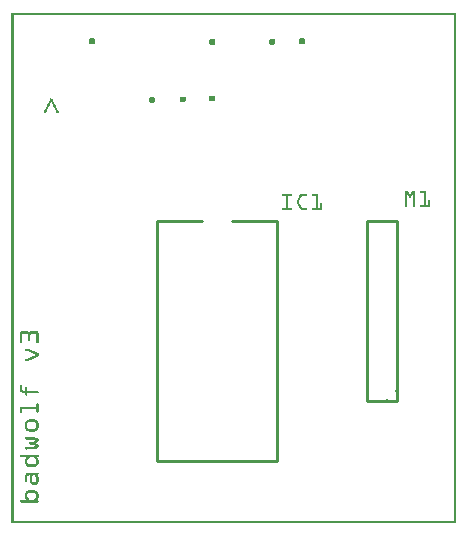
<source format=gto>
G04 MADE WITH FRITZING*
G04 WWW.FRITZING.ORG*
G04 DOUBLE SIDED*
G04 HOLES PLATED*
G04 CONTOUR ON CENTER OF CONTOUR VECTOR*
%ASAXBY*%
%FSLAX23Y23*%
%MOIN*%
%OFA0B0*%
%SFA1.0B1.0*%
%ADD10C,0.010000*%
%ADD11R,0.001000X0.001000*%
%LNSILK1*%
G90*
G70*
G54D10*
X1285Y409D02*
X1285Y1009D01*
D02*
X1285Y1009D02*
X1185Y1009D01*
D02*
X1185Y1009D02*
X1185Y409D01*
D02*
X1185Y409D02*
X1285Y409D01*
D02*
X485Y1009D02*
X485Y209D01*
D02*
X485Y209D02*
X885Y209D01*
D02*
X885Y209D02*
X885Y1009D01*
D02*
X485Y1009D02*
X635Y1009D01*
D02*
X735Y1009D02*
X885Y1009D01*
G54D11*
X0Y1703D02*
X1482Y1703D01*
X0Y1702D02*
X1482Y1702D01*
X0Y1701D02*
X1482Y1701D01*
X0Y1700D02*
X1482Y1700D01*
X0Y1699D02*
X1482Y1699D01*
X0Y1698D02*
X1482Y1698D01*
X0Y1697D02*
X1482Y1697D01*
X0Y1696D02*
X1482Y1696D01*
X0Y1695D02*
X7Y1695D01*
X1475Y1695D02*
X1482Y1695D01*
X0Y1694D02*
X7Y1694D01*
X1475Y1694D02*
X1482Y1694D01*
X0Y1693D02*
X7Y1693D01*
X1475Y1693D02*
X1482Y1693D01*
X0Y1692D02*
X7Y1692D01*
X1475Y1692D02*
X1482Y1692D01*
X0Y1691D02*
X7Y1691D01*
X1475Y1691D02*
X1482Y1691D01*
X0Y1690D02*
X7Y1690D01*
X1475Y1690D02*
X1482Y1690D01*
X0Y1689D02*
X7Y1689D01*
X1475Y1689D02*
X1482Y1689D01*
X0Y1688D02*
X7Y1688D01*
X1475Y1688D02*
X1482Y1688D01*
X0Y1687D02*
X7Y1687D01*
X1475Y1687D02*
X1482Y1687D01*
X0Y1686D02*
X7Y1686D01*
X1475Y1686D02*
X1482Y1686D01*
X0Y1685D02*
X7Y1685D01*
X1475Y1685D02*
X1482Y1685D01*
X0Y1684D02*
X7Y1684D01*
X1475Y1684D02*
X1482Y1684D01*
X0Y1683D02*
X7Y1683D01*
X1475Y1683D02*
X1482Y1683D01*
X0Y1682D02*
X7Y1682D01*
X1475Y1682D02*
X1482Y1682D01*
X0Y1681D02*
X7Y1681D01*
X1475Y1681D02*
X1482Y1681D01*
X0Y1680D02*
X7Y1680D01*
X1475Y1680D02*
X1482Y1680D01*
X0Y1679D02*
X7Y1679D01*
X1475Y1679D02*
X1482Y1679D01*
X0Y1678D02*
X7Y1678D01*
X1475Y1678D02*
X1482Y1678D01*
X0Y1677D02*
X7Y1677D01*
X1475Y1677D02*
X1482Y1677D01*
X0Y1676D02*
X7Y1676D01*
X1475Y1676D02*
X1482Y1676D01*
X0Y1675D02*
X7Y1675D01*
X1475Y1675D02*
X1482Y1675D01*
X0Y1674D02*
X7Y1674D01*
X1475Y1674D02*
X1482Y1674D01*
X0Y1673D02*
X7Y1673D01*
X1475Y1673D02*
X1482Y1673D01*
X0Y1672D02*
X7Y1672D01*
X1475Y1672D02*
X1482Y1672D01*
X0Y1671D02*
X7Y1671D01*
X1475Y1671D02*
X1482Y1671D01*
X0Y1670D02*
X7Y1670D01*
X1475Y1670D02*
X1482Y1670D01*
X0Y1669D02*
X7Y1669D01*
X1475Y1669D02*
X1482Y1669D01*
X0Y1668D02*
X7Y1668D01*
X1475Y1668D02*
X1482Y1668D01*
X0Y1667D02*
X7Y1667D01*
X1475Y1667D02*
X1482Y1667D01*
X0Y1666D02*
X7Y1666D01*
X1475Y1666D02*
X1482Y1666D01*
X0Y1665D02*
X7Y1665D01*
X1475Y1665D02*
X1482Y1665D01*
X0Y1664D02*
X7Y1664D01*
X1475Y1664D02*
X1482Y1664D01*
X0Y1663D02*
X7Y1663D01*
X1475Y1663D02*
X1482Y1663D01*
X0Y1662D02*
X7Y1662D01*
X1475Y1662D02*
X1482Y1662D01*
X0Y1661D02*
X7Y1661D01*
X1475Y1661D02*
X1482Y1661D01*
X0Y1660D02*
X7Y1660D01*
X1475Y1660D02*
X1482Y1660D01*
X0Y1659D02*
X7Y1659D01*
X1475Y1659D02*
X1482Y1659D01*
X0Y1658D02*
X7Y1658D01*
X1475Y1658D02*
X1482Y1658D01*
X0Y1657D02*
X7Y1657D01*
X1475Y1657D02*
X1482Y1657D01*
X0Y1656D02*
X7Y1656D01*
X1475Y1656D02*
X1482Y1656D01*
X0Y1655D02*
X7Y1655D01*
X1475Y1655D02*
X1482Y1655D01*
X0Y1654D02*
X7Y1654D01*
X1475Y1654D02*
X1482Y1654D01*
X0Y1653D02*
X7Y1653D01*
X1475Y1653D02*
X1482Y1653D01*
X0Y1652D02*
X7Y1652D01*
X1475Y1652D02*
X1482Y1652D01*
X0Y1651D02*
X7Y1651D01*
X1475Y1651D02*
X1482Y1651D01*
X0Y1650D02*
X7Y1650D01*
X1475Y1650D02*
X1482Y1650D01*
X0Y1649D02*
X7Y1649D01*
X1475Y1649D02*
X1482Y1649D01*
X0Y1648D02*
X7Y1648D01*
X1475Y1648D02*
X1482Y1648D01*
X0Y1647D02*
X7Y1647D01*
X1475Y1647D02*
X1482Y1647D01*
X0Y1646D02*
X7Y1646D01*
X1475Y1646D02*
X1482Y1646D01*
X0Y1645D02*
X7Y1645D01*
X1475Y1645D02*
X1482Y1645D01*
X0Y1644D02*
X7Y1644D01*
X1475Y1644D02*
X1482Y1644D01*
X0Y1643D02*
X7Y1643D01*
X1475Y1643D02*
X1482Y1643D01*
X0Y1642D02*
X7Y1642D01*
X1475Y1642D02*
X1482Y1642D01*
X0Y1641D02*
X7Y1641D01*
X1475Y1641D02*
X1482Y1641D01*
X0Y1640D02*
X7Y1640D01*
X1475Y1640D02*
X1482Y1640D01*
X0Y1639D02*
X7Y1639D01*
X1475Y1639D02*
X1482Y1639D01*
X0Y1638D02*
X7Y1638D01*
X1475Y1638D02*
X1482Y1638D01*
X0Y1637D02*
X7Y1637D01*
X1475Y1637D02*
X1482Y1637D01*
X0Y1636D02*
X7Y1636D01*
X1475Y1636D02*
X1482Y1636D01*
X0Y1635D02*
X7Y1635D01*
X1475Y1635D02*
X1482Y1635D01*
X0Y1634D02*
X7Y1634D01*
X1475Y1634D02*
X1482Y1634D01*
X0Y1633D02*
X7Y1633D01*
X1475Y1633D02*
X1482Y1633D01*
X0Y1632D02*
X7Y1632D01*
X1475Y1632D02*
X1482Y1632D01*
X0Y1631D02*
X7Y1631D01*
X1475Y1631D02*
X1482Y1631D01*
X0Y1630D02*
X7Y1630D01*
X1475Y1630D02*
X1482Y1630D01*
X0Y1629D02*
X7Y1629D01*
X1475Y1629D02*
X1482Y1629D01*
X0Y1628D02*
X7Y1628D01*
X1475Y1628D02*
X1482Y1628D01*
X0Y1627D02*
X7Y1627D01*
X1475Y1627D02*
X1482Y1627D01*
X0Y1626D02*
X7Y1626D01*
X1475Y1626D02*
X1482Y1626D01*
X0Y1625D02*
X7Y1625D01*
X1475Y1625D02*
X1482Y1625D01*
X0Y1624D02*
X7Y1624D01*
X1475Y1624D02*
X1482Y1624D01*
X0Y1623D02*
X7Y1623D01*
X1475Y1623D02*
X1482Y1623D01*
X0Y1622D02*
X7Y1622D01*
X1475Y1622D02*
X1482Y1622D01*
X0Y1621D02*
X7Y1621D01*
X1475Y1621D02*
X1482Y1621D01*
X0Y1620D02*
X7Y1620D01*
X1475Y1620D02*
X1482Y1620D01*
X0Y1619D02*
X7Y1619D01*
X1475Y1619D02*
X1482Y1619D01*
X0Y1618D02*
X7Y1618D01*
X1475Y1618D02*
X1482Y1618D01*
X0Y1617D02*
X7Y1617D01*
X262Y1617D02*
X274Y1617D01*
X964Y1617D02*
X975Y1617D01*
X1475Y1617D02*
X1482Y1617D01*
X0Y1616D02*
X7Y1616D01*
X260Y1616D02*
X276Y1616D01*
X962Y1616D02*
X977Y1616D01*
X1475Y1616D02*
X1482Y1616D01*
X0Y1615D02*
X7Y1615D01*
X259Y1615D02*
X276Y1615D01*
X666Y1615D02*
X674Y1615D01*
X866Y1615D02*
X874Y1615D01*
X961Y1615D02*
X978Y1615D01*
X1475Y1615D02*
X1482Y1615D01*
X0Y1614D02*
X7Y1614D01*
X259Y1614D02*
X277Y1614D01*
X662Y1614D02*
X677Y1614D01*
X862Y1614D02*
X877Y1614D01*
X960Y1614D02*
X979Y1614D01*
X1475Y1614D02*
X1482Y1614D01*
X0Y1613D02*
X7Y1613D01*
X258Y1613D02*
X277Y1613D01*
X661Y1613D02*
X678Y1613D01*
X861Y1613D02*
X878Y1613D01*
X960Y1613D02*
X979Y1613D01*
X1475Y1613D02*
X1482Y1613D01*
X0Y1612D02*
X7Y1612D01*
X258Y1612D02*
X277Y1612D01*
X661Y1612D02*
X679Y1612D01*
X861Y1612D02*
X879Y1612D01*
X960Y1612D02*
X979Y1612D01*
X1475Y1612D02*
X1482Y1612D01*
X0Y1611D02*
X7Y1611D01*
X258Y1611D02*
X277Y1611D01*
X661Y1611D02*
X679Y1611D01*
X860Y1611D02*
X879Y1611D01*
X960Y1611D02*
X979Y1611D01*
X1475Y1611D02*
X1482Y1611D01*
X0Y1610D02*
X7Y1610D01*
X258Y1610D02*
X277Y1610D01*
X660Y1610D02*
X679Y1610D01*
X860Y1610D02*
X879Y1610D01*
X960Y1610D02*
X979Y1610D01*
X1475Y1610D02*
X1482Y1610D01*
X0Y1609D02*
X7Y1609D01*
X258Y1609D02*
X277Y1609D01*
X660Y1609D02*
X679Y1609D01*
X860Y1609D02*
X879Y1609D01*
X960Y1609D02*
X979Y1609D01*
X1475Y1609D02*
X1482Y1609D01*
X0Y1608D02*
X7Y1608D01*
X258Y1608D02*
X277Y1608D01*
X660Y1608D02*
X679Y1608D01*
X860Y1608D02*
X879Y1608D01*
X960Y1608D02*
X979Y1608D01*
X1475Y1608D02*
X1482Y1608D01*
X0Y1607D02*
X7Y1607D01*
X258Y1607D02*
X277Y1607D01*
X660Y1607D02*
X679Y1607D01*
X860Y1607D02*
X879Y1607D01*
X960Y1607D02*
X979Y1607D01*
X1475Y1607D02*
X1482Y1607D01*
X0Y1606D02*
X7Y1606D01*
X258Y1606D02*
X277Y1606D01*
X660Y1606D02*
X679Y1606D01*
X860Y1606D02*
X879Y1606D01*
X960Y1606D02*
X979Y1606D01*
X1475Y1606D02*
X1482Y1606D01*
X0Y1605D02*
X7Y1605D01*
X258Y1605D02*
X277Y1605D01*
X660Y1605D02*
X679Y1605D01*
X860Y1605D02*
X879Y1605D01*
X960Y1605D02*
X979Y1605D01*
X1475Y1605D02*
X1482Y1605D01*
X0Y1604D02*
X7Y1604D01*
X258Y1604D02*
X277Y1604D01*
X660Y1604D02*
X679Y1604D01*
X860Y1604D02*
X879Y1604D01*
X960Y1604D02*
X979Y1604D01*
X1475Y1604D02*
X1482Y1604D01*
X0Y1603D02*
X7Y1603D01*
X258Y1603D02*
X277Y1603D01*
X660Y1603D02*
X679Y1603D01*
X860Y1603D02*
X879Y1603D01*
X960Y1603D02*
X979Y1603D01*
X1475Y1603D02*
X1482Y1603D01*
X0Y1602D02*
X7Y1602D01*
X259Y1602D02*
X277Y1602D01*
X660Y1602D02*
X679Y1602D01*
X860Y1602D02*
X879Y1602D01*
X960Y1602D02*
X979Y1602D01*
X1475Y1602D02*
X1482Y1602D01*
X0Y1601D02*
X7Y1601D01*
X259Y1601D02*
X277Y1601D01*
X660Y1601D02*
X679Y1601D01*
X860Y1601D02*
X879Y1601D01*
X961Y1601D02*
X978Y1601D01*
X1475Y1601D02*
X1482Y1601D01*
X0Y1600D02*
X7Y1600D01*
X260Y1600D02*
X276Y1600D01*
X661Y1600D02*
X679Y1600D01*
X860Y1600D02*
X879Y1600D01*
X962Y1600D02*
X977Y1600D01*
X1475Y1600D02*
X1482Y1600D01*
X0Y1599D02*
X7Y1599D01*
X262Y1599D02*
X274Y1599D01*
X661Y1599D02*
X679Y1599D01*
X861Y1599D02*
X879Y1599D01*
X963Y1599D02*
X976Y1599D01*
X1475Y1599D02*
X1482Y1599D01*
X0Y1598D02*
X7Y1598D01*
X662Y1598D02*
X678Y1598D01*
X862Y1598D02*
X878Y1598D01*
X1475Y1598D02*
X1482Y1598D01*
X0Y1597D02*
X7Y1597D01*
X663Y1597D02*
X677Y1597D01*
X863Y1597D02*
X876Y1597D01*
X1475Y1597D02*
X1482Y1597D01*
X0Y1596D02*
X7Y1596D01*
X1475Y1596D02*
X1482Y1596D01*
X0Y1595D02*
X7Y1595D01*
X1475Y1595D02*
X1482Y1595D01*
X0Y1594D02*
X7Y1594D01*
X1475Y1594D02*
X1482Y1594D01*
X0Y1593D02*
X7Y1593D01*
X1475Y1593D02*
X1482Y1593D01*
X0Y1592D02*
X7Y1592D01*
X1475Y1592D02*
X1482Y1592D01*
X0Y1591D02*
X7Y1591D01*
X1475Y1591D02*
X1482Y1591D01*
X0Y1590D02*
X7Y1590D01*
X1475Y1590D02*
X1482Y1590D01*
X0Y1589D02*
X7Y1589D01*
X1475Y1589D02*
X1482Y1589D01*
X0Y1588D02*
X7Y1588D01*
X1475Y1588D02*
X1482Y1588D01*
X0Y1587D02*
X7Y1587D01*
X1475Y1587D02*
X1482Y1587D01*
X0Y1586D02*
X7Y1586D01*
X1475Y1586D02*
X1482Y1586D01*
X0Y1585D02*
X7Y1585D01*
X1475Y1585D02*
X1482Y1585D01*
X0Y1584D02*
X7Y1584D01*
X1475Y1584D02*
X1482Y1584D01*
X0Y1583D02*
X7Y1583D01*
X1475Y1583D02*
X1482Y1583D01*
X0Y1582D02*
X7Y1582D01*
X1475Y1582D02*
X1482Y1582D01*
X0Y1581D02*
X7Y1581D01*
X1475Y1581D02*
X1482Y1581D01*
X0Y1580D02*
X7Y1580D01*
X1475Y1580D02*
X1482Y1580D01*
X0Y1579D02*
X7Y1579D01*
X1475Y1579D02*
X1482Y1579D01*
X0Y1578D02*
X7Y1578D01*
X1475Y1578D02*
X1482Y1578D01*
X0Y1577D02*
X7Y1577D01*
X1475Y1577D02*
X1482Y1577D01*
X0Y1576D02*
X7Y1576D01*
X1475Y1576D02*
X1482Y1576D01*
X0Y1575D02*
X7Y1575D01*
X1475Y1575D02*
X1482Y1575D01*
X0Y1574D02*
X7Y1574D01*
X1475Y1574D02*
X1482Y1574D01*
X0Y1573D02*
X7Y1573D01*
X1475Y1573D02*
X1482Y1573D01*
X0Y1572D02*
X7Y1572D01*
X1475Y1572D02*
X1482Y1572D01*
X0Y1571D02*
X7Y1571D01*
X1475Y1571D02*
X1482Y1571D01*
X0Y1570D02*
X7Y1570D01*
X1475Y1570D02*
X1482Y1570D01*
X0Y1569D02*
X7Y1569D01*
X1475Y1569D02*
X1482Y1569D01*
X0Y1568D02*
X7Y1568D01*
X1475Y1568D02*
X1482Y1568D01*
X0Y1567D02*
X7Y1567D01*
X1475Y1567D02*
X1482Y1567D01*
X0Y1566D02*
X7Y1566D01*
X1475Y1566D02*
X1482Y1566D01*
X0Y1565D02*
X7Y1565D01*
X1475Y1565D02*
X1482Y1565D01*
X0Y1564D02*
X7Y1564D01*
X1475Y1564D02*
X1482Y1564D01*
X0Y1563D02*
X7Y1563D01*
X1475Y1563D02*
X1482Y1563D01*
X0Y1562D02*
X7Y1562D01*
X1475Y1562D02*
X1482Y1562D01*
X0Y1561D02*
X7Y1561D01*
X1475Y1561D02*
X1482Y1561D01*
X0Y1560D02*
X7Y1560D01*
X1475Y1560D02*
X1482Y1560D01*
X0Y1559D02*
X7Y1559D01*
X1475Y1559D02*
X1482Y1559D01*
X0Y1558D02*
X7Y1558D01*
X1475Y1558D02*
X1482Y1558D01*
X0Y1557D02*
X7Y1557D01*
X1475Y1557D02*
X1482Y1557D01*
X0Y1556D02*
X7Y1556D01*
X1475Y1556D02*
X1482Y1556D01*
X0Y1555D02*
X7Y1555D01*
X1475Y1555D02*
X1482Y1555D01*
X0Y1554D02*
X7Y1554D01*
X1475Y1554D02*
X1482Y1554D01*
X0Y1553D02*
X7Y1553D01*
X1475Y1553D02*
X1482Y1553D01*
X0Y1552D02*
X7Y1552D01*
X1475Y1552D02*
X1482Y1552D01*
X0Y1551D02*
X7Y1551D01*
X1475Y1551D02*
X1482Y1551D01*
X0Y1550D02*
X7Y1550D01*
X1475Y1550D02*
X1482Y1550D01*
X0Y1549D02*
X7Y1549D01*
X1475Y1549D02*
X1482Y1549D01*
X0Y1548D02*
X7Y1548D01*
X1475Y1548D02*
X1482Y1548D01*
X0Y1547D02*
X7Y1547D01*
X1475Y1547D02*
X1482Y1547D01*
X0Y1546D02*
X7Y1546D01*
X1475Y1546D02*
X1482Y1546D01*
X0Y1545D02*
X7Y1545D01*
X1475Y1545D02*
X1482Y1545D01*
X0Y1544D02*
X7Y1544D01*
X1475Y1544D02*
X1482Y1544D01*
X0Y1543D02*
X7Y1543D01*
X1475Y1543D02*
X1482Y1543D01*
X0Y1542D02*
X7Y1542D01*
X1475Y1542D02*
X1482Y1542D01*
X0Y1541D02*
X7Y1541D01*
X1475Y1541D02*
X1482Y1541D01*
X0Y1540D02*
X7Y1540D01*
X1475Y1540D02*
X1482Y1540D01*
X0Y1539D02*
X7Y1539D01*
X1475Y1539D02*
X1482Y1539D01*
X0Y1538D02*
X7Y1538D01*
X1475Y1538D02*
X1482Y1538D01*
X0Y1537D02*
X7Y1537D01*
X1475Y1537D02*
X1482Y1537D01*
X0Y1536D02*
X7Y1536D01*
X1475Y1536D02*
X1482Y1536D01*
X0Y1535D02*
X7Y1535D01*
X1475Y1535D02*
X1482Y1535D01*
X0Y1534D02*
X7Y1534D01*
X1475Y1534D02*
X1482Y1534D01*
X0Y1533D02*
X7Y1533D01*
X1475Y1533D02*
X1482Y1533D01*
X0Y1532D02*
X7Y1532D01*
X1475Y1532D02*
X1482Y1532D01*
X0Y1531D02*
X7Y1531D01*
X1475Y1531D02*
X1482Y1531D01*
X0Y1530D02*
X7Y1530D01*
X1475Y1530D02*
X1482Y1530D01*
X0Y1529D02*
X7Y1529D01*
X1475Y1529D02*
X1482Y1529D01*
X0Y1528D02*
X7Y1528D01*
X1475Y1528D02*
X1482Y1528D01*
X0Y1527D02*
X7Y1527D01*
X1475Y1527D02*
X1482Y1527D01*
X0Y1526D02*
X7Y1526D01*
X1475Y1526D02*
X1482Y1526D01*
X0Y1525D02*
X7Y1525D01*
X1475Y1525D02*
X1482Y1525D01*
X0Y1524D02*
X7Y1524D01*
X1475Y1524D02*
X1482Y1524D01*
X0Y1523D02*
X7Y1523D01*
X1475Y1523D02*
X1482Y1523D01*
X0Y1522D02*
X7Y1522D01*
X1475Y1522D02*
X1482Y1522D01*
X0Y1521D02*
X7Y1521D01*
X1475Y1521D02*
X1482Y1521D01*
X0Y1520D02*
X7Y1520D01*
X1475Y1520D02*
X1482Y1520D01*
X0Y1519D02*
X7Y1519D01*
X1475Y1519D02*
X1482Y1519D01*
X0Y1518D02*
X7Y1518D01*
X1475Y1518D02*
X1482Y1518D01*
X0Y1517D02*
X7Y1517D01*
X1475Y1517D02*
X1482Y1517D01*
X0Y1516D02*
X7Y1516D01*
X1475Y1516D02*
X1482Y1516D01*
X0Y1515D02*
X7Y1515D01*
X1475Y1515D02*
X1482Y1515D01*
X0Y1514D02*
X7Y1514D01*
X1475Y1514D02*
X1482Y1514D01*
X0Y1513D02*
X7Y1513D01*
X1475Y1513D02*
X1482Y1513D01*
X0Y1512D02*
X7Y1512D01*
X1475Y1512D02*
X1482Y1512D01*
X0Y1511D02*
X7Y1511D01*
X1475Y1511D02*
X1482Y1511D01*
X0Y1510D02*
X7Y1510D01*
X1475Y1510D02*
X1482Y1510D01*
X0Y1509D02*
X7Y1509D01*
X1475Y1509D02*
X1482Y1509D01*
X0Y1508D02*
X7Y1508D01*
X1475Y1508D02*
X1482Y1508D01*
X0Y1507D02*
X7Y1507D01*
X1475Y1507D02*
X1482Y1507D01*
X0Y1506D02*
X7Y1506D01*
X1475Y1506D02*
X1482Y1506D01*
X0Y1505D02*
X7Y1505D01*
X1475Y1505D02*
X1482Y1505D01*
X0Y1504D02*
X7Y1504D01*
X1475Y1504D02*
X1482Y1504D01*
X0Y1503D02*
X7Y1503D01*
X1475Y1503D02*
X1482Y1503D01*
X0Y1502D02*
X7Y1502D01*
X1475Y1502D02*
X1482Y1502D01*
X0Y1501D02*
X7Y1501D01*
X1475Y1501D02*
X1482Y1501D01*
X0Y1500D02*
X7Y1500D01*
X1475Y1500D02*
X1482Y1500D01*
X0Y1499D02*
X7Y1499D01*
X1475Y1499D02*
X1482Y1499D01*
X0Y1498D02*
X7Y1498D01*
X1475Y1498D02*
X1482Y1498D01*
X0Y1497D02*
X7Y1497D01*
X1475Y1497D02*
X1482Y1497D01*
X0Y1496D02*
X7Y1496D01*
X1475Y1496D02*
X1482Y1496D01*
X0Y1495D02*
X7Y1495D01*
X1475Y1495D02*
X1482Y1495D01*
X0Y1494D02*
X7Y1494D01*
X1475Y1494D02*
X1482Y1494D01*
X0Y1493D02*
X7Y1493D01*
X1475Y1493D02*
X1482Y1493D01*
X0Y1492D02*
X7Y1492D01*
X1475Y1492D02*
X1482Y1492D01*
X0Y1491D02*
X7Y1491D01*
X1475Y1491D02*
X1482Y1491D01*
X0Y1490D02*
X7Y1490D01*
X1475Y1490D02*
X1482Y1490D01*
X0Y1489D02*
X7Y1489D01*
X1475Y1489D02*
X1482Y1489D01*
X0Y1488D02*
X7Y1488D01*
X1475Y1488D02*
X1482Y1488D01*
X0Y1487D02*
X7Y1487D01*
X1475Y1487D02*
X1482Y1487D01*
X0Y1486D02*
X7Y1486D01*
X1475Y1486D02*
X1482Y1486D01*
X0Y1485D02*
X7Y1485D01*
X1475Y1485D02*
X1482Y1485D01*
X0Y1484D02*
X7Y1484D01*
X1475Y1484D02*
X1482Y1484D01*
X0Y1483D02*
X7Y1483D01*
X1475Y1483D02*
X1482Y1483D01*
X0Y1482D02*
X7Y1482D01*
X1475Y1482D02*
X1482Y1482D01*
X0Y1481D02*
X7Y1481D01*
X1475Y1481D02*
X1482Y1481D01*
X0Y1480D02*
X7Y1480D01*
X1475Y1480D02*
X1482Y1480D01*
X0Y1479D02*
X7Y1479D01*
X1475Y1479D02*
X1482Y1479D01*
X0Y1478D02*
X7Y1478D01*
X1475Y1478D02*
X1482Y1478D01*
X0Y1477D02*
X7Y1477D01*
X1475Y1477D02*
X1482Y1477D01*
X0Y1476D02*
X7Y1476D01*
X1475Y1476D02*
X1482Y1476D01*
X0Y1475D02*
X7Y1475D01*
X1475Y1475D02*
X1482Y1475D01*
X0Y1474D02*
X7Y1474D01*
X1475Y1474D02*
X1482Y1474D01*
X0Y1473D02*
X7Y1473D01*
X1475Y1473D02*
X1482Y1473D01*
X0Y1472D02*
X7Y1472D01*
X1475Y1472D02*
X1482Y1472D01*
X0Y1471D02*
X7Y1471D01*
X1475Y1471D02*
X1482Y1471D01*
X0Y1470D02*
X7Y1470D01*
X1475Y1470D02*
X1482Y1470D01*
X0Y1469D02*
X7Y1469D01*
X1475Y1469D02*
X1482Y1469D01*
X0Y1468D02*
X7Y1468D01*
X1475Y1468D02*
X1482Y1468D01*
X0Y1467D02*
X7Y1467D01*
X1475Y1467D02*
X1482Y1467D01*
X0Y1466D02*
X7Y1466D01*
X1475Y1466D02*
X1482Y1466D01*
X0Y1465D02*
X7Y1465D01*
X1475Y1465D02*
X1482Y1465D01*
X0Y1464D02*
X7Y1464D01*
X1475Y1464D02*
X1482Y1464D01*
X0Y1463D02*
X7Y1463D01*
X1475Y1463D02*
X1482Y1463D01*
X0Y1462D02*
X7Y1462D01*
X1475Y1462D02*
X1482Y1462D01*
X0Y1461D02*
X7Y1461D01*
X1475Y1461D02*
X1482Y1461D01*
X0Y1460D02*
X7Y1460D01*
X1475Y1460D02*
X1482Y1460D01*
X0Y1459D02*
X7Y1459D01*
X1475Y1459D02*
X1482Y1459D01*
X0Y1458D02*
X7Y1458D01*
X1475Y1458D02*
X1482Y1458D01*
X0Y1457D02*
X7Y1457D01*
X1475Y1457D02*
X1482Y1457D01*
X0Y1456D02*
X7Y1456D01*
X1475Y1456D02*
X1482Y1456D01*
X0Y1455D02*
X7Y1455D01*
X1475Y1455D02*
X1482Y1455D01*
X0Y1454D02*
X7Y1454D01*
X1475Y1454D02*
X1482Y1454D01*
X0Y1453D02*
X7Y1453D01*
X1475Y1453D02*
X1482Y1453D01*
X0Y1452D02*
X7Y1452D01*
X1475Y1452D02*
X1482Y1452D01*
X0Y1451D02*
X7Y1451D01*
X1475Y1451D02*
X1482Y1451D01*
X0Y1450D02*
X7Y1450D01*
X1475Y1450D02*
X1482Y1450D01*
X0Y1449D02*
X7Y1449D01*
X1475Y1449D02*
X1482Y1449D01*
X0Y1448D02*
X7Y1448D01*
X1475Y1448D02*
X1482Y1448D01*
X0Y1447D02*
X7Y1447D01*
X1475Y1447D02*
X1482Y1447D01*
X0Y1446D02*
X7Y1446D01*
X1475Y1446D02*
X1482Y1446D01*
X0Y1445D02*
X7Y1445D01*
X1475Y1445D02*
X1482Y1445D01*
X0Y1444D02*
X7Y1444D01*
X1475Y1444D02*
X1482Y1444D01*
X0Y1443D02*
X7Y1443D01*
X1475Y1443D02*
X1482Y1443D01*
X0Y1442D02*
X7Y1442D01*
X1475Y1442D02*
X1482Y1442D01*
X0Y1441D02*
X7Y1441D01*
X1475Y1441D02*
X1482Y1441D01*
X0Y1440D02*
X7Y1440D01*
X1475Y1440D02*
X1482Y1440D01*
X0Y1439D02*
X7Y1439D01*
X1475Y1439D02*
X1482Y1439D01*
X0Y1438D02*
X7Y1438D01*
X1475Y1438D02*
X1482Y1438D01*
X0Y1437D02*
X7Y1437D01*
X1475Y1437D02*
X1482Y1437D01*
X0Y1436D02*
X7Y1436D01*
X1475Y1436D02*
X1482Y1436D01*
X0Y1435D02*
X7Y1435D01*
X1475Y1435D02*
X1482Y1435D01*
X0Y1434D02*
X7Y1434D01*
X1475Y1434D02*
X1482Y1434D01*
X0Y1433D02*
X7Y1433D01*
X1475Y1433D02*
X1482Y1433D01*
X0Y1432D02*
X7Y1432D01*
X1475Y1432D02*
X1482Y1432D01*
X0Y1431D02*
X7Y1431D01*
X1475Y1431D02*
X1482Y1431D01*
X0Y1430D02*
X7Y1430D01*
X1475Y1430D02*
X1482Y1430D01*
X0Y1429D02*
X7Y1429D01*
X1475Y1429D02*
X1482Y1429D01*
X0Y1428D02*
X7Y1428D01*
X1475Y1428D02*
X1482Y1428D01*
X0Y1427D02*
X7Y1427D01*
X1475Y1427D02*
X1482Y1427D01*
X0Y1426D02*
X7Y1426D01*
X664Y1426D02*
X675Y1426D01*
X1475Y1426D02*
X1482Y1426D01*
X0Y1425D02*
X7Y1425D01*
X662Y1425D02*
X677Y1425D01*
X1475Y1425D02*
X1482Y1425D01*
X0Y1424D02*
X7Y1424D01*
X661Y1424D02*
X678Y1424D01*
X1475Y1424D02*
X1482Y1424D01*
X0Y1423D02*
X7Y1423D01*
X565Y1423D02*
X579Y1423D01*
X661Y1423D02*
X679Y1423D01*
X1475Y1423D02*
X1482Y1423D01*
X0Y1422D02*
X7Y1422D01*
X564Y1422D02*
X581Y1422D01*
X660Y1422D02*
X679Y1422D01*
X1475Y1422D02*
X1482Y1422D01*
X0Y1421D02*
X7Y1421D01*
X462Y1421D02*
X476Y1421D01*
X563Y1421D02*
X581Y1421D01*
X660Y1421D02*
X679Y1421D01*
X1475Y1421D02*
X1482Y1421D01*
X0Y1420D02*
X7Y1420D01*
X461Y1420D02*
X477Y1420D01*
X563Y1420D02*
X581Y1420D01*
X660Y1420D02*
X679Y1420D01*
X1475Y1420D02*
X1482Y1420D01*
X0Y1419D02*
X7Y1419D01*
X460Y1419D02*
X478Y1419D01*
X563Y1419D02*
X582Y1419D01*
X660Y1419D02*
X679Y1419D01*
X1475Y1419D02*
X1482Y1419D01*
X0Y1418D02*
X7Y1418D01*
X460Y1418D02*
X478Y1418D01*
X563Y1418D02*
X582Y1418D01*
X660Y1418D02*
X679Y1418D01*
X1475Y1418D02*
X1482Y1418D01*
X0Y1417D02*
X7Y1417D01*
X131Y1417D02*
X133Y1417D01*
X459Y1417D02*
X478Y1417D01*
X563Y1417D02*
X582Y1417D01*
X660Y1417D02*
X679Y1417D01*
X1475Y1417D02*
X1482Y1417D01*
X0Y1416D02*
X7Y1416D01*
X131Y1416D02*
X136Y1416D01*
X459Y1416D02*
X478Y1416D01*
X563Y1416D02*
X582Y1416D01*
X660Y1416D02*
X679Y1416D01*
X1475Y1416D02*
X1482Y1416D01*
X0Y1415D02*
X7Y1415D01*
X130Y1415D02*
X136Y1415D01*
X459Y1415D02*
X478Y1415D01*
X563Y1415D02*
X582Y1415D01*
X660Y1415D02*
X679Y1415D01*
X1475Y1415D02*
X1482Y1415D01*
X0Y1414D02*
X7Y1414D01*
X130Y1414D02*
X137Y1414D01*
X459Y1414D02*
X478Y1414D01*
X563Y1414D02*
X582Y1414D01*
X660Y1414D02*
X679Y1414D01*
X1475Y1414D02*
X1482Y1414D01*
X0Y1413D02*
X7Y1413D01*
X129Y1413D02*
X137Y1413D01*
X459Y1413D02*
X478Y1413D01*
X563Y1413D02*
X582Y1413D01*
X660Y1413D02*
X679Y1413D01*
X1475Y1413D02*
X1482Y1413D01*
X0Y1412D02*
X7Y1412D01*
X129Y1412D02*
X138Y1412D01*
X459Y1412D02*
X478Y1412D01*
X563Y1412D02*
X582Y1412D01*
X660Y1412D02*
X679Y1412D01*
X1475Y1412D02*
X1482Y1412D01*
X0Y1411D02*
X7Y1411D01*
X128Y1411D02*
X138Y1411D01*
X459Y1411D02*
X478Y1411D01*
X563Y1411D02*
X582Y1411D01*
X661Y1411D02*
X679Y1411D01*
X1475Y1411D02*
X1482Y1411D01*
X0Y1410D02*
X7Y1410D01*
X128Y1410D02*
X139Y1410D01*
X459Y1410D02*
X478Y1410D01*
X563Y1410D02*
X582Y1410D01*
X661Y1410D02*
X679Y1410D01*
X1475Y1410D02*
X1482Y1410D01*
X0Y1409D02*
X7Y1409D01*
X127Y1409D02*
X139Y1409D01*
X459Y1409D02*
X478Y1409D01*
X563Y1409D02*
X581Y1409D01*
X662Y1409D02*
X678Y1409D01*
X1475Y1409D02*
X1482Y1409D01*
X0Y1408D02*
X7Y1408D01*
X127Y1408D02*
X140Y1408D01*
X459Y1408D02*
X478Y1408D01*
X563Y1408D02*
X581Y1408D01*
X663Y1408D02*
X676Y1408D01*
X1475Y1408D02*
X1482Y1408D01*
X0Y1407D02*
X7Y1407D01*
X126Y1407D02*
X140Y1407D01*
X460Y1407D02*
X478Y1407D01*
X564Y1407D02*
X580Y1407D01*
X1475Y1407D02*
X1482Y1407D01*
X0Y1406D02*
X7Y1406D01*
X126Y1406D02*
X141Y1406D01*
X460Y1406D02*
X478Y1406D01*
X565Y1406D02*
X579Y1406D01*
X1475Y1406D02*
X1482Y1406D01*
X0Y1405D02*
X7Y1405D01*
X125Y1405D02*
X132Y1405D01*
X134Y1405D02*
X141Y1405D01*
X461Y1405D02*
X477Y1405D01*
X1475Y1405D02*
X1482Y1405D01*
X0Y1404D02*
X7Y1404D01*
X125Y1404D02*
X132Y1404D01*
X135Y1404D02*
X142Y1404D01*
X462Y1404D02*
X476Y1404D01*
X1475Y1404D02*
X1482Y1404D01*
X0Y1403D02*
X7Y1403D01*
X124Y1403D02*
X131Y1403D01*
X135Y1403D02*
X142Y1403D01*
X1475Y1403D02*
X1482Y1403D01*
X0Y1402D02*
X7Y1402D01*
X124Y1402D02*
X131Y1402D01*
X136Y1402D02*
X143Y1402D01*
X1475Y1402D02*
X1482Y1402D01*
X0Y1401D02*
X7Y1401D01*
X123Y1401D02*
X130Y1401D01*
X136Y1401D02*
X143Y1401D01*
X1475Y1401D02*
X1482Y1401D01*
X0Y1400D02*
X7Y1400D01*
X123Y1400D02*
X130Y1400D01*
X137Y1400D02*
X144Y1400D01*
X1475Y1400D02*
X1482Y1400D01*
X0Y1399D02*
X7Y1399D01*
X122Y1399D02*
X129Y1399D01*
X137Y1399D02*
X144Y1399D01*
X1475Y1399D02*
X1482Y1399D01*
X0Y1398D02*
X7Y1398D01*
X122Y1398D02*
X129Y1398D01*
X138Y1398D02*
X145Y1398D01*
X1475Y1398D02*
X1482Y1398D01*
X0Y1397D02*
X7Y1397D01*
X121Y1397D02*
X128Y1397D01*
X138Y1397D02*
X145Y1397D01*
X1475Y1397D02*
X1482Y1397D01*
X0Y1396D02*
X7Y1396D01*
X121Y1396D02*
X128Y1396D01*
X139Y1396D02*
X146Y1396D01*
X1475Y1396D02*
X1482Y1396D01*
X0Y1395D02*
X7Y1395D01*
X120Y1395D02*
X127Y1395D01*
X139Y1395D02*
X146Y1395D01*
X1475Y1395D02*
X1482Y1395D01*
X0Y1394D02*
X7Y1394D01*
X120Y1394D02*
X127Y1394D01*
X140Y1394D02*
X147Y1394D01*
X1475Y1394D02*
X1482Y1394D01*
X0Y1393D02*
X7Y1393D01*
X119Y1393D02*
X126Y1393D01*
X140Y1393D02*
X147Y1393D01*
X1475Y1393D02*
X1482Y1393D01*
X0Y1392D02*
X7Y1392D01*
X119Y1392D02*
X126Y1392D01*
X141Y1392D02*
X148Y1392D01*
X1475Y1392D02*
X1482Y1392D01*
X0Y1391D02*
X7Y1391D01*
X118Y1391D02*
X125Y1391D01*
X141Y1391D02*
X148Y1391D01*
X1475Y1391D02*
X1482Y1391D01*
X0Y1390D02*
X7Y1390D01*
X118Y1390D02*
X125Y1390D01*
X142Y1390D02*
X149Y1390D01*
X1475Y1390D02*
X1482Y1390D01*
X0Y1389D02*
X7Y1389D01*
X117Y1389D02*
X124Y1389D01*
X142Y1389D02*
X149Y1389D01*
X1475Y1389D02*
X1482Y1389D01*
X0Y1388D02*
X7Y1388D01*
X117Y1388D02*
X124Y1388D01*
X143Y1388D02*
X150Y1388D01*
X1475Y1388D02*
X1482Y1388D01*
X0Y1387D02*
X7Y1387D01*
X116Y1387D02*
X123Y1387D01*
X143Y1387D02*
X150Y1387D01*
X1475Y1387D02*
X1482Y1387D01*
X0Y1386D02*
X7Y1386D01*
X116Y1386D02*
X123Y1386D01*
X144Y1386D02*
X151Y1386D01*
X1475Y1386D02*
X1482Y1386D01*
X0Y1385D02*
X7Y1385D01*
X115Y1385D02*
X122Y1385D01*
X144Y1385D02*
X151Y1385D01*
X1475Y1385D02*
X1482Y1385D01*
X0Y1384D02*
X7Y1384D01*
X115Y1384D02*
X122Y1384D01*
X145Y1384D02*
X152Y1384D01*
X1475Y1384D02*
X1482Y1384D01*
X0Y1383D02*
X7Y1383D01*
X114Y1383D02*
X121Y1383D01*
X145Y1383D02*
X152Y1383D01*
X1475Y1383D02*
X1482Y1383D01*
X0Y1382D02*
X7Y1382D01*
X114Y1382D02*
X121Y1382D01*
X146Y1382D02*
X153Y1382D01*
X1475Y1382D02*
X1482Y1382D01*
X0Y1381D02*
X7Y1381D01*
X113Y1381D02*
X120Y1381D01*
X146Y1381D02*
X153Y1381D01*
X1475Y1381D02*
X1482Y1381D01*
X0Y1380D02*
X7Y1380D01*
X113Y1380D02*
X120Y1380D01*
X147Y1380D02*
X154Y1380D01*
X1475Y1380D02*
X1482Y1380D01*
X0Y1379D02*
X7Y1379D01*
X112Y1379D02*
X119Y1379D01*
X147Y1379D02*
X154Y1379D01*
X1475Y1379D02*
X1482Y1379D01*
X0Y1378D02*
X7Y1378D01*
X112Y1378D02*
X119Y1378D01*
X148Y1378D02*
X155Y1378D01*
X1475Y1378D02*
X1482Y1378D01*
X0Y1377D02*
X7Y1377D01*
X111Y1377D02*
X118Y1377D01*
X148Y1377D02*
X155Y1377D01*
X1475Y1377D02*
X1482Y1377D01*
X0Y1376D02*
X7Y1376D01*
X111Y1376D02*
X118Y1376D01*
X149Y1376D02*
X156Y1376D01*
X1475Y1376D02*
X1482Y1376D01*
X0Y1375D02*
X7Y1375D01*
X110Y1375D02*
X117Y1375D01*
X149Y1375D02*
X156Y1375D01*
X1475Y1375D02*
X1482Y1375D01*
X0Y1374D02*
X7Y1374D01*
X110Y1374D02*
X117Y1374D01*
X150Y1374D02*
X157Y1374D01*
X1475Y1374D02*
X1482Y1374D01*
X0Y1373D02*
X7Y1373D01*
X109Y1373D02*
X116Y1373D01*
X150Y1373D02*
X157Y1373D01*
X1475Y1373D02*
X1482Y1373D01*
X0Y1372D02*
X7Y1372D01*
X109Y1372D02*
X116Y1372D01*
X151Y1372D02*
X158Y1372D01*
X1475Y1372D02*
X1482Y1372D01*
X0Y1371D02*
X7Y1371D01*
X108Y1371D02*
X115Y1371D01*
X151Y1371D02*
X158Y1371D01*
X1475Y1371D02*
X1482Y1371D01*
X0Y1370D02*
X7Y1370D01*
X108Y1370D02*
X115Y1370D01*
X152Y1370D02*
X159Y1370D01*
X1475Y1370D02*
X1482Y1370D01*
X0Y1369D02*
X7Y1369D01*
X1475Y1369D02*
X1482Y1369D01*
X0Y1368D02*
X7Y1368D01*
X1475Y1368D02*
X1482Y1368D01*
X0Y1367D02*
X7Y1367D01*
X1475Y1367D02*
X1482Y1367D01*
X0Y1366D02*
X7Y1366D01*
X1475Y1366D02*
X1482Y1366D01*
X0Y1365D02*
X7Y1365D01*
X1475Y1365D02*
X1482Y1365D01*
X0Y1364D02*
X7Y1364D01*
X1475Y1364D02*
X1482Y1364D01*
X0Y1363D02*
X7Y1363D01*
X1475Y1363D02*
X1482Y1363D01*
X0Y1362D02*
X7Y1362D01*
X1475Y1362D02*
X1482Y1362D01*
X0Y1361D02*
X7Y1361D01*
X1475Y1361D02*
X1482Y1361D01*
X0Y1360D02*
X7Y1360D01*
X1475Y1360D02*
X1482Y1360D01*
X0Y1359D02*
X7Y1359D01*
X1475Y1359D02*
X1482Y1359D01*
X0Y1358D02*
X7Y1358D01*
X1475Y1358D02*
X1482Y1358D01*
X0Y1357D02*
X7Y1357D01*
X1475Y1357D02*
X1482Y1357D01*
X0Y1356D02*
X7Y1356D01*
X1475Y1356D02*
X1482Y1356D01*
X0Y1355D02*
X7Y1355D01*
X1475Y1355D02*
X1482Y1355D01*
X0Y1354D02*
X7Y1354D01*
X1475Y1354D02*
X1482Y1354D01*
X0Y1353D02*
X7Y1353D01*
X1475Y1353D02*
X1482Y1353D01*
X0Y1352D02*
X7Y1352D01*
X1475Y1352D02*
X1482Y1352D01*
X0Y1351D02*
X7Y1351D01*
X1475Y1351D02*
X1482Y1351D01*
X0Y1350D02*
X7Y1350D01*
X1475Y1350D02*
X1482Y1350D01*
X0Y1349D02*
X7Y1349D01*
X1475Y1349D02*
X1482Y1349D01*
X0Y1348D02*
X7Y1348D01*
X1475Y1348D02*
X1482Y1348D01*
X0Y1347D02*
X7Y1347D01*
X1475Y1347D02*
X1482Y1347D01*
X0Y1346D02*
X7Y1346D01*
X1475Y1346D02*
X1482Y1346D01*
X0Y1345D02*
X7Y1345D01*
X1475Y1345D02*
X1482Y1345D01*
X0Y1344D02*
X7Y1344D01*
X1475Y1344D02*
X1482Y1344D01*
X0Y1343D02*
X7Y1343D01*
X1475Y1343D02*
X1482Y1343D01*
X0Y1342D02*
X7Y1342D01*
X1475Y1342D02*
X1482Y1342D01*
X0Y1341D02*
X7Y1341D01*
X1475Y1341D02*
X1482Y1341D01*
X0Y1340D02*
X7Y1340D01*
X1475Y1340D02*
X1482Y1340D01*
X0Y1339D02*
X7Y1339D01*
X1475Y1339D02*
X1482Y1339D01*
X0Y1338D02*
X7Y1338D01*
X1475Y1338D02*
X1482Y1338D01*
X0Y1337D02*
X7Y1337D01*
X1475Y1337D02*
X1482Y1337D01*
X0Y1336D02*
X7Y1336D01*
X1475Y1336D02*
X1482Y1336D01*
X0Y1335D02*
X7Y1335D01*
X1475Y1335D02*
X1482Y1335D01*
X0Y1334D02*
X7Y1334D01*
X1475Y1334D02*
X1482Y1334D01*
X0Y1333D02*
X7Y1333D01*
X1475Y1333D02*
X1482Y1333D01*
X0Y1332D02*
X7Y1332D01*
X1475Y1332D02*
X1482Y1332D01*
X0Y1331D02*
X7Y1331D01*
X1475Y1331D02*
X1482Y1331D01*
X0Y1330D02*
X7Y1330D01*
X1475Y1330D02*
X1482Y1330D01*
X0Y1329D02*
X7Y1329D01*
X1475Y1329D02*
X1482Y1329D01*
X0Y1328D02*
X7Y1328D01*
X1475Y1328D02*
X1482Y1328D01*
X0Y1327D02*
X7Y1327D01*
X1475Y1327D02*
X1482Y1327D01*
X0Y1326D02*
X7Y1326D01*
X1475Y1326D02*
X1482Y1326D01*
X0Y1325D02*
X7Y1325D01*
X1475Y1325D02*
X1482Y1325D01*
X0Y1324D02*
X7Y1324D01*
X1475Y1324D02*
X1482Y1324D01*
X0Y1323D02*
X7Y1323D01*
X1475Y1323D02*
X1482Y1323D01*
X0Y1322D02*
X7Y1322D01*
X1475Y1322D02*
X1482Y1322D01*
X0Y1321D02*
X7Y1321D01*
X1475Y1321D02*
X1482Y1321D01*
X0Y1320D02*
X7Y1320D01*
X1475Y1320D02*
X1482Y1320D01*
X0Y1319D02*
X7Y1319D01*
X1475Y1319D02*
X1482Y1319D01*
X0Y1318D02*
X7Y1318D01*
X1475Y1318D02*
X1482Y1318D01*
X0Y1317D02*
X7Y1317D01*
X1475Y1317D02*
X1482Y1317D01*
X0Y1316D02*
X7Y1316D01*
X1475Y1316D02*
X1482Y1316D01*
X0Y1315D02*
X7Y1315D01*
X1475Y1315D02*
X1482Y1315D01*
X0Y1314D02*
X7Y1314D01*
X1475Y1314D02*
X1482Y1314D01*
X0Y1313D02*
X7Y1313D01*
X1475Y1313D02*
X1482Y1313D01*
X0Y1312D02*
X7Y1312D01*
X1475Y1312D02*
X1482Y1312D01*
X0Y1311D02*
X7Y1311D01*
X1475Y1311D02*
X1482Y1311D01*
X0Y1310D02*
X7Y1310D01*
X1475Y1310D02*
X1482Y1310D01*
X0Y1309D02*
X7Y1309D01*
X1475Y1309D02*
X1482Y1309D01*
X0Y1308D02*
X7Y1308D01*
X1475Y1308D02*
X1482Y1308D01*
X0Y1307D02*
X7Y1307D01*
X1475Y1307D02*
X1482Y1307D01*
X0Y1306D02*
X7Y1306D01*
X1475Y1306D02*
X1482Y1306D01*
X0Y1305D02*
X7Y1305D01*
X1475Y1305D02*
X1482Y1305D01*
X0Y1304D02*
X7Y1304D01*
X1475Y1304D02*
X1482Y1304D01*
X0Y1303D02*
X7Y1303D01*
X1475Y1303D02*
X1482Y1303D01*
X0Y1302D02*
X7Y1302D01*
X1475Y1302D02*
X1482Y1302D01*
X0Y1301D02*
X7Y1301D01*
X1475Y1301D02*
X1482Y1301D01*
X0Y1300D02*
X7Y1300D01*
X1475Y1300D02*
X1482Y1300D01*
X0Y1299D02*
X7Y1299D01*
X1475Y1299D02*
X1482Y1299D01*
X0Y1298D02*
X7Y1298D01*
X1475Y1298D02*
X1482Y1298D01*
X0Y1297D02*
X7Y1297D01*
X1475Y1297D02*
X1482Y1297D01*
X0Y1296D02*
X7Y1296D01*
X1475Y1296D02*
X1482Y1296D01*
X0Y1295D02*
X7Y1295D01*
X1475Y1295D02*
X1482Y1295D01*
X0Y1294D02*
X7Y1294D01*
X1475Y1294D02*
X1482Y1294D01*
X0Y1293D02*
X7Y1293D01*
X1475Y1293D02*
X1482Y1293D01*
X0Y1292D02*
X7Y1292D01*
X1475Y1292D02*
X1482Y1292D01*
X0Y1291D02*
X7Y1291D01*
X1475Y1291D02*
X1482Y1291D01*
X0Y1290D02*
X7Y1290D01*
X1475Y1290D02*
X1482Y1290D01*
X0Y1289D02*
X7Y1289D01*
X1475Y1289D02*
X1482Y1289D01*
X0Y1288D02*
X7Y1288D01*
X1475Y1288D02*
X1482Y1288D01*
X0Y1287D02*
X7Y1287D01*
X1475Y1287D02*
X1482Y1287D01*
X0Y1286D02*
X7Y1286D01*
X1475Y1286D02*
X1482Y1286D01*
X0Y1285D02*
X7Y1285D01*
X1475Y1285D02*
X1482Y1285D01*
X0Y1284D02*
X7Y1284D01*
X1475Y1284D02*
X1482Y1284D01*
X0Y1283D02*
X7Y1283D01*
X1475Y1283D02*
X1482Y1283D01*
X0Y1282D02*
X7Y1282D01*
X1475Y1282D02*
X1482Y1282D01*
X0Y1281D02*
X7Y1281D01*
X1475Y1281D02*
X1482Y1281D01*
X0Y1280D02*
X7Y1280D01*
X1475Y1280D02*
X1482Y1280D01*
X0Y1279D02*
X7Y1279D01*
X1475Y1279D02*
X1482Y1279D01*
X0Y1278D02*
X7Y1278D01*
X1475Y1278D02*
X1482Y1278D01*
X0Y1277D02*
X7Y1277D01*
X1475Y1277D02*
X1482Y1277D01*
X0Y1276D02*
X7Y1276D01*
X1475Y1276D02*
X1482Y1276D01*
X0Y1275D02*
X7Y1275D01*
X1475Y1275D02*
X1482Y1275D01*
X0Y1274D02*
X7Y1274D01*
X1475Y1274D02*
X1482Y1274D01*
X0Y1273D02*
X7Y1273D01*
X1475Y1273D02*
X1482Y1273D01*
X0Y1272D02*
X7Y1272D01*
X1475Y1272D02*
X1482Y1272D01*
X0Y1271D02*
X7Y1271D01*
X1475Y1271D02*
X1482Y1271D01*
X0Y1270D02*
X7Y1270D01*
X1475Y1270D02*
X1482Y1270D01*
X0Y1269D02*
X7Y1269D01*
X1475Y1269D02*
X1482Y1269D01*
X0Y1268D02*
X7Y1268D01*
X1475Y1268D02*
X1482Y1268D01*
X0Y1267D02*
X7Y1267D01*
X1475Y1267D02*
X1482Y1267D01*
X0Y1266D02*
X7Y1266D01*
X1475Y1266D02*
X1482Y1266D01*
X0Y1265D02*
X7Y1265D01*
X1475Y1265D02*
X1482Y1265D01*
X0Y1264D02*
X7Y1264D01*
X1475Y1264D02*
X1482Y1264D01*
X0Y1263D02*
X7Y1263D01*
X1475Y1263D02*
X1482Y1263D01*
X0Y1262D02*
X7Y1262D01*
X1475Y1262D02*
X1482Y1262D01*
X0Y1261D02*
X7Y1261D01*
X1475Y1261D02*
X1482Y1261D01*
X0Y1260D02*
X7Y1260D01*
X1475Y1260D02*
X1482Y1260D01*
X0Y1259D02*
X7Y1259D01*
X1475Y1259D02*
X1482Y1259D01*
X0Y1258D02*
X7Y1258D01*
X1475Y1258D02*
X1482Y1258D01*
X0Y1257D02*
X7Y1257D01*
X1475Y1257D02*
X1482Y1257D01*
X0Y1256D02*
X7Y1256D01*
X1475Y1256D02*
X1482Y1256D01*
X0Y1255D02*
X7Y1255D01*
X1475Y1255D02*
X1482Y1255D01*
X0Y1254D02*
X7Y1254D01*
X1475Y1254D02*
X1482Y1254D01*
X0Y1253D02*
X7Y1253D01*
X1475Y1253D02*
X1482Y1253D01*
X0Y1252D02*
X7Y1252D01*
X1475Y1252D02*
X1482Y1252D01*
X0Y1251D02*
X7Y1251D01*
X1475Y1251D02*
X1482Y1251D01*
X0Y1250D02*
X7Y1250D01*
X1475Y1250D02*
X1482Y1250D01*
X0Y1249D02*
X7Y1249D01*
X1475Y1249D02*
X1482Y1249D01*
X0Y1248D02*
X7Y1248D01*
X1475Y1248D02*
X1482Y1248D01*
X0Y1247D02*
X7Y1247D01*
X1475Y1247D02*
X1482Y1247D01*
X0Y1246D02*
X7Y1246D01*
X1475Y1246D02*
X1482Y1246D01*
X0Y1245D02*
X7Y1245D01*
X1475Y1245D02*
X1482Y1245D01*
X0Y1244D02*
X7Y1244D01*
X1475Y1244D02*
X1482Y1244D01*
X0Y1243D02*
X7Y1243D01*
X1475Y1243D02*
X1482Y1243D01*
X0Y1242D02*
X7Y1242D01*
X1475Y1242D02*
X1482Y1242D01*
X0Y1241D02*
X7Y1241D01*
X1475Y1241D02*
X1482Y1241D01*
X0Y1240D02*
X7Y1240D01*
X1475Y1240D02*
X1482Y1240D01*
X0Y1239D02*
X7Y1239D01*
X1475Y1239D02*
X1482Y1239D01*
X0Y1238D02*
X7Y1238D01*
X1475Y1238D02*
X1482Y1238D01*
X0Y1237D02*
X7Y1237D01*
X1475Y1237D02*
X1482Y1237D01*
X0Y1236D02*
X7Y1236D01*
X1475Y1236D02*
X1482Y1236D01*
X0Y1235D02*
X7Y1235D01*
X1475Y1235D02*
X1482Y1235D01*
X0Y1234D02*
X7Y1234D01*
X1475Y1234D02*
X1482Y1234D01*
X0Y1233D02*
X7Y1233D01*
X1475Y1233D02*
X1482Y1233D01*
X0Y1232D02*
X7Y1232D01*
X1475Y1232D02*
X1482Y1232D01*
X0Y1231D02*
X7Y1231D01*
X1475Y1231D02*
X1482Y1231D01*
X0Y1230D02*
X7Y1230D01*
X1475Y1230D02*
X1482Y1230D01*
X0Y1229D02*
X7Y1229D01*
X1475Y1229D02*
X1482Y1229D01*
X0Y1228D02*
X7Y1228D01*
X1475Y1228D02*
X1482Y1228D01*
X0Y1227D02*
X7Y1227D01*
X1475Y1227D02*
X1482Y1227D01*
X0Y1226D02*
X7Y1226D01*
X1475Y1226D02*
X1482Y1226D01*
X0Y1225D02*
X7Y1225D01*
X1475Y1225D02*
X1482Y1225D01*
X0Y1224D02*
X7Y1224D01*
X1475Y1224D02*
X1482Y1224D01*
X0Y1223D02*
X7Y1223D01*
X1475Y1223D02*
X1482Y1223D01*
X0Y1222D02*
X7Y1222D01*
X1475Y1222D02*
X1482Y1222D01*
X0Y1221D02*
X7Y1221D01*
X1475Y1221D02*
X1482Y1221D01*
X0Y1220D02*
X7Y1220D01*
X1475Y1220D02*
X1482Y1220D01*
X0Y1219D02*
X7Y1219D01*
X1475Y1219D02*
X1482Y1219D01*
X0Y1218D02*
X7Y1218D01*
X1475Y1218D02*
X1482Y1218D01*
X0Y1217D02*
X7Y1217D01*
X1475Y1217D02*
X1482Y1217D01*
X0Y1216D02*
X7Y1216D01*
X1475Y1216D02*
X1482Y1216D01*
X0Y1215D02*
X7Y1215D01*
X1475Y1215D02*
X1482Y1215D01*
X0Y1214D02*
X7Y1214D01*
X1475Y1214D02*
X1482Y1214D01*
X0Y1213D02*
X7Y1213D01*
X1475Y1213D02*
X1482Y1213D01*
X0Y1212D02*
X7Y1212D01*
X1475Y1212D02*
X1482Y1212D01*
X0Y1211D02*
X7Y1211D01*
X1475Y1211D02*
X1482Y1211D01*
X0Y1210D02*
X7Y1210D01*
X1475Y1210D02*
X1482Y1210D01*
X0Y1209D02*
X7Y1209D01*
X1475Y1209D02*
X1482Y1209D01*
X0Y1208D02*
X7Y1208D01*
X1475Y1208D02*
X1482Y1208D01*
X0Y1207D02*
X7Y1207D01*
X1475Y1207D02*
X1482Y1207D01*
X0Y1206D02*
X7Y1206D01*
X1475Y1206D02*
X1482Y1206D01*
X0Y1205D02*
X7Y1205D01*
X1475Y1205D02*
X1482Y1205D01*
X0Y1204D02*
X7Y1204D01*
X1475Y1204D02*
X1482Y1204D01*
X0Y1203D02*
X7Y1203D01*
X1475Y1203D02*
X1482Y1203D01*
X0Y1202D02*
X7Y1202D01*
X1475Y1202D02*
X1482Y1202D01*
X0Y1201D02*
X7Y1201D01*
X1475Y1201D02*
X1482Y1201D01*
X0Y1200D02*
X7Y1200D01*
X1475Y1200D02*
X1482Y1200D01*
X0Y1199D02*
X7Y1199D01*
X1475Y1199D02*
X1482Y1199D01*
X0Y1198D02*
X7Y1198D01*
X1475Y1198D02*
X1482Y1198D01*
X0Y1197D02*
X7Y1197D01*
X1475Y1197D02*
X1482Y1197D01*
X0Y1196D02*
X7Y1196D01*
X1475Y1196D02*
X1482Y1196D01*
X0Y1195D02*
X7Y1195D01*
X1475Y1195D02*
X1482Y1195D01*
X0Y1194D02*
X7Y1194D01*
X1475Y1194D02*
X1482Y1194D01*
X0Y1193D02*
X7Y1193D01*
X1475Y1193D02*
X1482Y1193D01*
X0Y1192D02*
X7Y1192D01*
X1475Y1192D02*
X1482Y1192D01*
X0Y1191D02*
X7Y1191D01*
X1475Y1191D02*
X1482Y1191D01*
X0Y1190D02*
X7Y1190D01*
X1475Y1190D02*
X1482Y1190D01*
X0Y1189D02*
X7Y1189D01*
X1475Y1189D02*
X1482Y1189D01*
X0Y1188D02*
X7Y1188D01*
X1475Y1188D02*
X1482Y1188D01*
X0Y1187D02*
X7Y1187D01*
X1475Y1187D02*
X1482Y1187D01*
X0Y1186D02*
X7Y1186D01*
X1475Y1186D02*
X1482Y1186D01*
X0Y1185D02*
X7Y1185D01*
X1475Y1185D02*
X1482Y1185D01*
X0Y1184D02*
X7Y1184D01*
X1475Y1184D02*
X1482Y1184D01*
X0Y1183D02*
X7Y1183D01*
X1475Y1183D02*
X1482Y1183D01*
X0Y1182D02*
X7Y1182D01*
X1475Y1182D02*
X1482Y1182D01*
X0Y1181D02*
X7Y1181D01*
X1475Y1181D02*
X1482Y1181D01*
X0Y1180D02*
X7Y1180D01*
X1475Y1180D02*
X1482Y1180D01*
X0Y1179D02*
X7Y1179D01*
X1475Y1179D02*
X1482Y1179D01*
X0Y1178D02*
X7Y1178D01*
X1475Y1178D02*
X1482Y1178D01*
X0Y1177D02*
X7Y1177D01*
X1475Y1177D02*
X1482Y1177D01*
X0Y1176D02*
X7Y1176D01*
X1475Y1176D02*
X1482Y1176D01*
X0Y1175D02*
X7Y1175D01*
X1475Y1175D02*
X1482Y1175D01*
X0Y1174D02*
X7Y1174D01*
X1475Y1174D02*
X1482Y1174D01*
X0Y1173D02*
X7Y1173D01*
X1475Y1173D02*
X1482Y1173D01*
X0Y1172D02*
X7Y1172D01*
X1475Y1172D02*
X1482Y1172D01*
X0Y1171D02*
X7Y1171D01*
X1475Y1171D02*
X1482Y1171D01*
X0Y1170D02*
X7Y1170D01*
X1475Y1170D02*
X1482Y1170D01*
X0Y1169D02*
X7Y1169D01*
X1475Y1169D02*
X1482Y1169D01*
X0Y1168D02*
X7Y1168D01*
X1475Y1168D02*
X1482Y1168D01*
X0Y1167D02*
X7Y1167D01*
X1475Y1167D02*
X1482Y1167D01*
X0Y1166D02*
X7Y1166D01*
X1475Y1166D02*
X1482Y1166D01*
X0Y1165D02*
X7Y1165D01*
X1475Y1165D02*
X1482Y1165D01*
X0Y1164D02*
X7Y1164D01*
X1475Y1164D02*
X1482Y1164D01*
X0Y1163D02*
X7Y1163D01*
X1475Y1163D02*
X1482Y1163D01*
X0Y1162D02*
X7Y1162D01*
X1475Y1162D02*
X1482Y1162D01*
X0Y1161D02*
X7Y1161D01*
X1475Y1161D02*
X1482Y1161D01*
X0Y1160D02*
X7Y1160D01*
X1475Y1160D02*
X1482Y1160D01*
X0Y1159D02*
X7Y1159D01*
X1475Y1159D02*
X1482Y1159D01*
X0Y1158D02*
X7Y1158D01*
X1475Y1158D02*
X1482Y1158D01*
X0Y1157D02*
X7Y1157D01*
X1475Y1157D02*
X1482Y1157D01*
X0Y1156D02*
X7Y1156D01*
X1475Y1156D02*
X1482Y1156D01*
X0Y1155D02*
X7Y1155D01*
X1475Y1155D02*
X1482Y1155D01*
X0Y1154D02*
X7Y1154D01*
X1475Y1154D02*
X1482Y1154D01*
X0Y1153D02*
X7Y1153D01*
X1475Y1153D02*
X1482Y1153D01*
X0Y1152D02*
X7Y1152D01*
X1475Y1152D02*
X1482Y1152D01*
X0Y1151D02*
X7Y1151D01*
X1475Y1151D02*
X1482Y1151D01*
X0Y1150D02*
X7Y1150D01*
X1475Y1150D02*
X1482Y1150D01*
X0Y1149D02*
X7Y1149D01*
X1475Y1149D02*
X1482Y1149D01*
X0Y1148D02*
X7Y1148D01*
X1475Y1148D02*
X1482Y1148D01*
X0Y1147D02*
X7Y1147D01*
X1475Y1147D02*
X1482Y1147D01*
X0Y1146D02*
X7Y1146D01*
X1475Y1146D02*
X1482Y1146D01*
X0Y1145D02*
X7Y1145D01*
X1475Y1145D02*
X1482Y1145D01*
X0Y1144D02*
X7Y1144D01*
X1475Y1144D02*
X1482Y1144D01*
X0Y1143D02*
X7Y1143D01*
X1475Y1143D02*
X1482Y1143D01*
X0Y1142D02*
X7Y1142D01*
X1475Y1142D02*
X1482Y1142D01*
X0Y1141D02*
X7Y1141D01*
X1475Y1141D02*
X1482Y1141D01*
X0Y1140D02*
X7Y1140D01*
X1475Y1140D02*
X1482Y1140D01*
X0Y1139D02*
X7Y1139D01*
X1475Y1139D02*
X1482Y1139D01*
X0Y1138D02*
X7Y1138D01*
X1475Y1138D02*
X1482Y1138D01*
X0Y1137D02*
X7Y1137D01*
X1475Y1137D02*
X1482Y1137D01*
X0Y1136D02*
X7Y1136D01*
X1475Y1136D02*
X1482Y1136D01*
X0Y1135D02*
X7Y1135D01*
X1475Y1135D02*
X1482Y1135D01*
X0Y1134D02*
X7Y1134D01*
X1475Y1134D02*
X1482Y1134D01*
X0Y1133D02*
X7Y1133D01*
X1475Y1133D02*
X1482Y1133D01*
X0Y1132D02*
X7Y1132D01*
X1475Y1132D02*
X1482Y1132D01*
X0Y1131D02*
X7Y1131D01*
X1475Y1131D02*
X1482Y1131D01*
X0Y1130D02*
X7Y1130D01*
X1475Y1130D02*
X1482Y1130D01*
X0Y1129D02*
X7Y1129D01*
X1475Y1129D02*
X1482Y1129D01*
X0Y1128D02*
X7Y1128D01*
X1475Y1128D02*
X1482Y1128D01*
X0Y1127D02*
X7Y1127D01*
X1475Y1127D02*
X1482Y1127D01*
X0Y1126D02*
X7Y1126D01*
X1475Y1126D02*
X1482Y1126D01*
X0Y1125D02*
X7Y1125D01*
X1475Y1125D02*
X1482Y1125D01*
X0Y1124D02*
X7Y1124D01*
X1475Y1124D02*
X1482Y1124D01*
X0Y1123D02*
X7Y1123D01*
X1475Y1123D02*
X1482Y1123D01*
X0Y1122D02*
X7Y1122D01*
X1475Y1122D02*
X1482Y1122D01*
X0Y1121D02*
X7Y1121D01*
X1475Y1121D02*
X1482Y1121D01*
X0Y1120D02*
X7Y1120D01*
X1475Y1120D02*
X1482Y1120D01*
X0Y1119D02*
X7Y1119D01*
X1475Y1119D02*
X1482Y1119D01*
X0Y1118D02*
X7Y1118D01*
X1475Y1118D02*
X1482Y1118D01*
X0Y1117D02*
X7Y1117D01*
X1475Y1117D02*
X1482Y1117D01*
X0Y1116D02*
X7Y1116D01*
X1475Y1116D02*
X1482Y1116D01*
X0Y1115D02*
X7Y1115D01*
X1475Y1115D02*
X1482Y1115D01*
X0Y1114D02*
X7Y1114D01*
X1475Y1114D02*
X1482Y1114D01*
X0Y1113D02*
X7Y1113D01*
X1475Y1113D02*
X1482Y1113D01*
X0Y1112D02*
X7Y1112D01*
X1475Y1112D02*
X1482Y1112D01*
X0Y1111D02*
X7Y1111D01*
X1475Y1111D02*
X1482Y1111D01*
X0Y1110D02*
X7Y1110D01*
X1475Y1110D02*
X1482Y1110D01*
X0Y1109D02*
X7Y1109D01*
X1312Y1109D02*
X1321Y1109D01*
X1337Y1109D02*
X1346Y1109D01*
X1364Y1109D02*
X1382Y1109D01*
X1475Y1109D02*
X1482Y1109D01*
X0Y1108D02*
X7Y1108D01*
X1312Y1108D02*
X1321Y1108D01*
X1337Y1108D02*
X1346Y1108D01*
X1363Y1108D02*
X1382Y1108D01*
X1475Y1108D02*
X1482Y1108D01*
X0Y1107D02*
X7Y1107D01*
X1312Y1107D02*
X1322Y1107D01*
X1336Y1107D02*
X1346Y1107D01*
X1363Y1107D02*
X1382Y1107D01*
X1475Y1107D02*
X1482Y1107D01*
X0Y1106D02*
X7Y1106D01*
X1312Y1106D02*
X1323Y1106D01*
X1335Y1106D02*
X1346Y1106D01*
X1363Y1106D02*
X1382Y1106D01*
X1475Y1106D02*
X1482Y1106D01*
X0Y1105D02*
X7Y1105D01*
X1312Y1105D02*
X1323Y1105D01*
X1335Y1105D02*
X1346Y1105D01*
X1363Y1105D02*
X1382Y1105D01*
X1475Y1105D02*
X1482Y1105D01*
X0Y1104D02*
X7Y1104D01*
X1312Y1104D02*
X1324Y1104D01*
X1334Y1104D02*
X1346Y1104D01*
X1363Y1104D02*
X1382Y1104D01*
X1475Y1104D02*
X1482Y1104D01*
X0Y1103D02*
X7Y1103D01*
X1312Y1103D02*
X1325Y1103D01*
X1333Y1103D02*
X1346Y1103D01*
X1365Y1103D02*
X1382Y1103D01*
X1475Y1103D02*
X1482Y1103D01*
X0Y1102D02*
X7Y1102D01*
X1312Y1102D02*
X1326Y1102D01*
X1333Y1102D02*
X1346Y1102D01*
X1376Y1102D02*
X1382Y1102D01*
X1475Y1102D02*
X1482Y1102D01*
X0Y1101D02*
X7Y1101D01*
X1312Y1101D02*
X1326Y1101D01*
X1332Y1101D02*
X1346Y1101D01*
X1376Y1101D02*
X1382Y1101D01*
X1475Y1101D02*
X1482Y1101D01*
X0Y1100D02*
X7Y1100D01*
X1312Y1100D02*
X1327Y1100D01*
X1331Y1100D02*
X1346Y1100D01*
X1376Y1100D02*
X1382Y1100D01*
X1475Y1100D02*
X1482Y1100D01*
X0Y1099D02*
X7Y1099D01*
X904Y1099D02*
X935Y1099D01*
X967Y1099D02*
X985Y1099D01*
X1004Y1099D02*
X1023Y1099D01*
X1312Y1099D02*
X1318Y1099D01*
X1320Y1099D02*
X1328Y1099D01*
X1330Y1099D02*
X1338Y1099D01*
X1340Y1099D02*
X1346Y1099D01*
X1376Y1099D02*
X1382Y1099D01*
X1475Y1099D02*
X1482Y1099D01*
X0Y1098D02*
X7Y1098D01*
X903Y1098D02*
X936Y1098D01*
X965Y1098D02*
X986Y1098D01*
X1003Y1098D02*
X1023Y1098D01*
X1312Y1098D02*
X1318Y1098D01*
X1321Y1098D02*
X1337Y1098D01*
X1340Y1098D02*
X1346Y1098D01*
X1376Y1098D02*
X1382Y1098D01*
X1475Y1098D02*
X1482Y1098D01*
X0Y1097D02*
X7Y1097D01*
X903Y1097D02*
X936Y1097D01*
X964Y1097D02*
X986Y1097D01*
X1003Y1097D02*
X1023Y1097D01*
X1312Y1097D02*
X1318Y1097D01*
X1321Y1097D02*
X1337Y1097D01*
X1340Y1097D02*
X1346Y1097D01*
X1376Y1097D02*
X1382Y1097D01*
X1475Y1097D02*
X1482Y1097D01*
X0Y1096D02*
X7Y1096D01*
X903Y1096D02*
X936Y1096D01*
X963Y1096D02*
X986Y1096D01*
X1003Y1096D02*
X1023Y1096D01*
X1312Y1096D02*
X1318Y1096D01*
X1322Y1096D02*
X1336Y1096D01*
X1340Y1096D02*
X1346Y1096D01*
X1376Y1096D02*
X1382Y1096D01*
X1475Y1096D02*
X1482Y1096D01*
X0Y1095D02*
X7Y1095D01*
X903Y1095D02*
X936Y1095D01*
X962Y1095D02*
X986Y1095D01*
X1003Y1095D02*
X1023Y1095D01*
X1312Y1095D02*
X1318Y1095D01*
X1323Y1095D02*
X1335Y1095D01*
X1340Y1095D02*
X1346Y1095D01*
X1376Y1095D02*
X1382Y1095D01*
X1475Y1095D02*
X1482Y1095D01*
X0Y1094D02*
X7Y1094D01*
X903Y1094D02*
X935Y1094D01*
X961Y1094D02*
X985Y1094D01*
X1004Y1094D02*
X1023Y1094D01*
X1312Y1094D02*
X1318Y1094D01*
X1324Y1094D02*
X1334Y1094D01*
X1340Y1094D02*
X1346Y1094D01*
X1376Y1094D02*
X1382Y1094D01*
X1475Y1094D02*
X1482Y1094D01*
X0Y1093D02*
X7Y1093D01*
X905Y1093D02*
X933Y1093D01*
X961Y1093D02*
X984Y1093D01*
X1005Y1093D02*
X1023Y1093D01*
X1312Y1093D02*
X1318Y1093D01*
X1324Y1093D02*
X1334Y1093D01*
X1340Y1093D02*
X1346Y1093D01*
X1376Y1093D02*
X1382Y1093D01*
X1475Y1093D02*
X1482Y1093D01*
X0Y1092D02*
X7Y1092D01*
X916Y1092D02*
X922Y1092D01*
X960Y1092D02*
X968Y1092D01*
X1017Y1092D02*
X1023Y1092D01*
X1312Y1092D02*
X1318Y1092D01*
X1325Y1092D02*
X1333Y1092D01*
X1340Y1092D02*
X1346Y1092D01*
X1376Y1092D02*
X1382Y1092D01*
X1475Y1092D02*
X1482Y1092D01*
X0Y1091D02*
X7Y1091D01*
X916Y1091D02*
X922Y1091D01*
X960Y1091D02*
X967Y1091D01*
X1017Y1091D02*
X1023Y1091D01*
X1312Y1091D02*
X1318Y1091D01*
X1326Y1091D02*
X1332Y1091D01*
X1340Y1091D02*
X1346Y1091D01*
X1376Y1091D02*
X1382Y1091D01*
X1475Y1091D02*
X1482Y1091D01*
X0Y1090D02*
X7Y1090D01*
X916Y1090D02*
X922Y1090D01*
X959Y1090D02*
X966Y1090D01*
X1017Y1090D02*
X1023Y1090D01*
X1312Y1090D02*
X1318Y1090D01*
X1326Y1090D02*
X1332Y1090D01*
X1340Y1090D02*
X1346Y1090D01*
X1376Y1090D02*
X1382Y1090D01*
X1475Y1090D02*
X1482Y1090D01*
X0Y1089D02*
X7Y1089D01*
X916Y1089D02*
X922Y1089D01*
X959Y1089D02*
X966Y1089D01*
X1017Y1089D02*
X1023Y1089D01*
X1312Y1089D02*
X1318Y1089D01*
X1326Y1089D02*
X1332Y1089D01*
X1340Y1089D02*
X1346Y1089D01*
X1376Y1089D02*
X1382Y1089D01*
X1475Y1089D02*
X1482Y1089D01*
X0Y1088D02*
X7Y1088D01*
X916Y1088D02*
X922Y1088D01*
X958Y1088D02*
X965Y1088D01*
X1017Y1088D02*
X1023Y1088D01*
X1312Y1088D02*
X1318Y1088D01*
X1326Y1088D02*
X1332Y1088D01*
X1340Y1088D02*
X1346Y1088D01*
X1376Y1088D02*
X1382Y1088D01*
X1475Y1088D02*
X1482Y1088D01*
X0Y1087D02*
X7Y1087D01*
X916Y1087D02*
X922Y1087D01*
X958Y1087D02*
X965Y1087D01*
X1017Y1087D02*
X1023Y1087D01*
X1312Y1087D02*
X1318Y1087D01*
X1326Y1087D02*
X1332Y1087D01*
X1340Y1087D02*
X1346Y1087D01*
X1376Y1087D02*
X1382Y1087D01*
X1475Y1087D02*
X1482Y1087D01*
X0Y1086D02*
X7Y1086D01*
X916Y1086D02*
X922Y1086D01*
X957Y1086D02*
X964Y1086D01*
X1017Y1086D02*
X1023Y1086D01*
X1312Y1086D02*
X1318Y1086D01*
X1327Y1086D02*
X1331Y1086D01*
X1340Y1086D02*
X1346Y1086D01*
X1376Y1086D02*
X1382Y1086D01*
X1475Y1086D02*
X1482Y1086D01*
X0Y1085D02*
X7Y1085D01*
X916Y1085D02*
X922Y1085D01*
X957Y1085D02*
X964Y1085D01*
X1017Y1085D02*
X1023Y1085D01*
X1312Y1085D02*
X1318Y1085D01*
X1340Y1085D02*
X1346Y1085D01*
X1376Y1085D02*
X1382Y1085D01*
X1475Y1085D02*
X1482Y1085D01*
X0Y1084D02*
X7Y1084D01*
X916Y1084D02*
X922Y1084D01*
X956Y1084D02*
X963Y1084D01*
X1017Y1084D02*
X1023Y1084D01*
X1312Y1084D02*
X1318Y1084D01*
X1340Y1084D02*
X1346Y1084D01*
X1376Y1084D02*
X1382Y1084D01*
X1475Y1084D02*
X1482Y1084D01*
X0Y1083D02*
X7Y1083D01*
X916Y1083D02*
X922Y1083D01*
X956Y1083D02*
X963Y1083D01*
X1017Y1083D02*
X1023Y1083D01*
X1312Y1083D02*
X1318Y1083D01*
X1340Y1083D02*
X1346Y1083D01*
X1376Y1083D02*
X1382Y1083D01*
X1475Y1083D02*
X1482Y1083D01*
X0Y1082D02*
X7Y1082D01*
X916Y1082D02*
X922Y1082D01*
X955Y1082D02*
X962Y1082D01*
X1017Y1082D02*
X1023Y1082D01*
X1312Y1082D02*
X1318Y1082D01*
X1340Y1082D02*
X1346Y1082D01*
X1376Y1082D02*
X1382Y1082D01*
X1475Y1082D02*
X1482Y1082D01*
X0Y1081D02*
X7Y1081D01*
X916Y1081D02*
X922Y1081D01*
X955Y1081D02*
X962Y1081D01*
X1017Y1081D02*
X1023Y1081D01*
X1312Y1081D02*
X1318Y1081D01*
X1340Y1081D02*
X1346Y1081D01*
X1376Y1081D02*
X1382Y1081D01*
X1475Y1081D02*
X1482Y1081D01*
X0Y1080D02*
X7Y1080D01*
X916Y1080D02*
X922Y1080D01*
X954Y1080D02*
X961Y1080D01*
X1017Y1080D02*
X1023Y1080D01*
X1312Y1080D02*
X1318Y1080D01*
X1340Y1080D02*
X1346Y1080D01*
X1376Y1080D02*
X1382Y1080D01*
X1392Y1080D02*
X1394Y1080D01*
X1475Y1080D02*
X1482Y1080D01*
X0Y1079D02*
X7Y1079D01*
X916Y1079D02*
X922Y1079D01*
X954Y1079D02*
X961Y1079D01*
X1017Y1079D02*
X1023Y1079D01*
X1312Y1079D02*
X1318Y1079D01*
X1340Y1079D02*
X1346Y1079D01*
X1376Y1079D02*
X1382Y1079D01*
X1391Y1079D02*
X1395Y1079D01*
X1475Y1079D02*
X1482Y1079D01*
X0Y1078D02*
X7Y1078D01*
X916Y1078D02*
X922Y1078D01*
X954Y1078D02*
X960Y1078D01*
X1017Y1078D02*
X1023Y1078D01*
X1312Y1078D02*
X1318Y1078D01*
X1340Y1078D02*
X1346Y1078D01*
X1376Y1078D02*
X1382Y1078D01*
X1390Y1078D02*
X1396Y1078D01*
X1475Y1078D02*
X1482Y1078D01*
X0Y1077D02*
X7Y1077D01*
X916Y1077D02*
X922Y1077D01*
X953Y1077D02*
X960Y1077D01*
X1017Y1077D02*
X1023Y1077D01*
X1312Y1077D02*
X1318Y1077D01*
X1340Y1077D02*
X1346Y1077D01*
X1376Y1077D02*
X1382Y1077D01*
X1390Y1077D02*
X1396Y1077D01*
X1475Y1077D02*
X1482Y1077D01*
X0Y1076D02*
X7Y1076D01*
X916Y1076D02*
X922Y1076D01*
X953Y1076D02*
X959Y1076D01*
X1017Y1076D02*
X1023Y1076D01*
X1312Y1076D02*
X1318Y1076D01*
X1340Y1076D02*
X1346Y1076D01*
X1376Y1076D02*
X1382Y1076D01*
X1390Y1076D02*
X1396Y1076D01*
X1475Y1076D02*
X1482Y1076D01*
X0Y1075D02*
X7Y1075D01*
X916Y1075D02*
X922Y1075D01*
X953Y1075D02*
X959Y1075D01*
X1017Y1075D02*
X1023Y1075D01*
X1312Y1075D02*
X1318Y1075D01*
X1340Y1075D02*
X1346Y1075D01*
X1376Y1075D02*
X1382Y1075D01*
X1390Y1075D02*
X1396Y1075D01*
X1475Y1075D02*
X1482Y1075D01*
X0Y1074D02*
X7Y1074D01*
X916Y1074D02*
X922Y1074D01*
X953Y1074D02*
X959Y1074D01*
X1017Y1074D02*
X1023Y1074D01*
X1312Y1074D02*
X1318Y1074D01*
X1340Y1074D02*
X1346Y1074D01*
X1376Y1074D02*
X1382Y1074D01*
X1390Y1074D02*
X1396Y1074D01*
X1475Y1074D02*
X1482Y1074D01*
X0Y1073D02*
X7Y1073D01*
X916Y1073D02*
X922Y1073D01*
X953Y1073D02*
X959Y1073D01*
X1017Y1073D02*
X1023Y1073D01*
X1312Y1073D02*
X1318Y1073D01*
X1340Y1073D02*
X1346Y1073D01*
X1376Y1073D02*
X1382Y1073D01*
X1390Y1073D02*
X1396Y1073D01*
X1475Y1073D02*
X1482Y1073D01*
X0Y1072D02*
X7Y1072D01*
X916Y1072D02*
X922Y1072D01*
X953Y1072D02*
X959Y1072D01*
X1017Y1072D02*
X1023Y1072D01*
X1312Y1072D02*
X1318Y1072D01*
X1340Y1072D02*
X1346Y1072D01*
X1376Y1072D02*
X1382Y1072D01*
X1390Y1072D02*
X1396Y1072D01*
X1475Y1072D02*
X1482Y1072D01*
X0Y1071D02*
X7Y1071D01*
X916Y1071D02*
X922Y1071D01*
X953Y1071D02*
X959Y1071D01*
X1017Y1071D02*
X1023Y1071D01*
X1312Y1071D02*
X1318Y1071D01*
X1340Y1071D02*
X1346Y1071D01*
X1376Y1071D02*
X1382Y1071D01*
X1390Y1071D02*
X1396Y1071D01*
X1475Y1071D02*
X1482Y1071D01*
X0Y1070D02*
X7Y1070D01*
X916Y1070D02*
X922Y1070D01*
X953Y1070D02*
X959Y1070D01*
X1017Y1070D02*
X1023Y1070D01*
X1032Y1070D02*
X1034Y1070D01*
X1312Y1070D02*
X1318Y1070D01*
X1340Y1070D02*
X1346Y1070D01*
X1376Y1070D02*
X1382Y1070D01*
X1390Y1070D02*
X1396Y1070D01*
X1475Y1070D02*
X1482Y1070D01*
X0Y1069D02*
X7Y1069D01*
X916Y1069D02*
X922Y1069D01*
X953Y1069D02*
X960Y1069D01*
X1017Y1069D02*
X1023Y1069D01*
X1031Y1069D02*
X1036Y1069D01*
X1312Y1069D02*
X1318Y1069D01*
X1340Y1069D02*
X1346Y1069D01*
X1376Y1069D02*
X1382Y1069D01*
X1390Y1069D02*
X1396Y1069D01*
X1475Y1069D02*
X1482Y1069D01*
X0Y1068D02*
X7Y1068D01*
X916Y1068D02*
X922Y1068D01*
X953Y1068D02*
X960Y1068D01*
X1017Y1068D02*
X1023Y1068D01*
X1031Y1068D02*
X1036Y1068D01*
X1312Y1068D02*
X1318Y1068D01*
X1340Y1068D02*
X1346Y1068D01*
X1376Y1068D02*
X1382Y1068D01*
X1390Y1068D02*
X1396Y1068D01*
X1475Y1068D02*
X1482Y1068D01*
X0Y1067D02*
X7Y1067D01*
X916Y1067D02*
X922Y1067D01*
X954Y1067D02*
X960Y1067D01*
X1017Y1067D02*
X1023Y1067D01*
X1030Y1067D02*
X1036Y1067D01*
X1312Y1067D02*
X1318Y1067D01*
X1340Y1067D02*
X1346Y1067D01*
X1376Y1067D02*
X1382Y1067D01*
X1390Y1067D02*
X1396Y1067D01*
X1475Y1067D02*
X1482Y1067D01*
X0Y1066D02*
X7Y1066D01*
X916Y1066D02*
X922Y1066D01*
X954Y1066D02*
X961Y1066D01*
X1017Y1066D02*
X1023Y1066D01*
X1030Y1066D02*
X1036Y1066D01*
X1312Y1066D02*
X1318Y1066D01*
X1340Y1066D02*
X1346Y1066D01*
X1376Y1066D02*
X1382Y1066D01*
X1390Y1066D02*
X1396Y1066D01*
X1475Y1066D02*
X1482Y1066D01*
X0Y1065D02*
X7Y1065D01*
X916Y1065D02*
X922Y1065D01*
X955Y1065D02*
X961Y1065D01*
X1017Y1065D02*
X1023Y1065D01*
X1030Y1065D02*
X1036Y1065D01*
X1312Y1065D02*
X1318Y1065D01*
X1340Y1065D02*
X1346Y1065D01*
X1376Y1065D02*
X1382Y1065D01*
X1390Y1065D02*
X1396Y1065D01*
X1475Y1065D02*
X1482Y1065D01*
X0Y1064D02*
X7Y1064D01*
X916Y1064D02*
X922Y1064D01*
X955Y1064D02*
X962Y1064D01*
X1017Y1064D02*
X1023Y1064D01*
X1030Y1064D02*
X1036Y1064D01*
X1312Y1064D02*
X1318Y1064D01*
X1340Y1064D02*
X1346Y1064D01*
X1376Y1064D02*
X1382Y1064D01*
X1390Y1064D02*
X1396Y1064D01*
X1475Y1064D02*
X1482Y1064D01*
X0Y1063D02*
X7Y1063D01*
X916Y1063D02*
X922Y1063D01*
X956Y1063D02*
X962Y1063D01*
X1017Y1063D02*
X1023Y1063D01*
X1030Y1063D02*
X1036Y1063D01*
X1312Y1063D02*
X1318Y1063D01*
X1340Y1063D02*
X1346Y1063D01*
X1376Y1063D02*
X1382Y1063D01*
X1390Y1063D02*
X1396Y1063D01*
X1475Y1063D02*
X1482Y1063D01*
X0Y1062D02*
X7Y1062D01*
X916Y1062D02*
X922Y1062D01*
X956Y1062D02*
X963Y1062D01*
X1017Y1062D02*
X1023Y1062D01*
X1030Y1062D02*
X1036Y1062D01*
X1312Y1062D02*
X1318Y1062D01*
X1340Y1062D02*
X1346Y1062D01*
X1364Y1062D02*
X1396Y1062D01*
X1475Y1062D02*
X1482Y1062D01*
X0Y1061D02*
X7Y1061D01*
X916Y1061D02*
X922Y1061D01*
X957Y1061D02*
X964Y1061D01*
X1017Y1061D02*
X1023Y1061D01*
X1030Y1061D02*
X1036Y1061D01*
X1312Y1061D02*
X1318Y1061D01*
X1340Y1061D02*
X1346Y1061D01*
X1363Y1061D02*
X1396Y1061D01*
X1475Y1061D02*
X1482Y1061D01*
X0Y1060D02*
X7Y1060D01*
X916Y1060D02*
X922Y1060D01*
X957Y1060D02*
X964Y1060D01*
X1017Y1060D02*
X1023Y1060D01*
X1030Y1060D02*
X1036Y1060D01*
X1312Y1060D02*
X1318Y1060D01*
X1340Y1060D02*
X1346Y1060D01*
X1363Y1060D02*
X1396Y1060D01*
X1475Y1060D02*
X1482Y1060D01*
X0Y1059D02*
X7Y1059D01*
X916Y1059D02*
X922Y1059D01*
X958Y1059D02*
X965Y1059D01*
X1017Y1059D02*
X1023Y1059D01*
X1030Y1059D02*
X1036Y1059D01*
X1312Y1059D02*
X1318Y1059D01*
X1340Y1059D02*
X1346Y1059D01*
X1362Y1059D02*
X1396Y1059D01*
X1475Y1059D02*
X1482Y1059D01*
X0Y1058D02*
X7Y1058D01*
X916Y1058D02*
X922Y1058D01*
X958Y1058D02*
X965Y1058D01*
X1017Y1058D02*
X1023Y1058D01*
X1030Y1058D02*
X1036Y1058D01*
X1313Y1058D02*
X1318Y1058D01*
X1340Y1058D02*
X1346Y1058D01*
X1363Y1058D02*
X1396Y1058D01*
X1475Y1058D02*
X1482Y1058D01*
X0Y1057D02*
X7Y1057D01*
X916Y1057D02*
X922Y1057D01*
X959Y1057D02*
X966Y1057D01*
X1017Y1057D02*
X1023Y1057D01*
X1030Y1057D02*
X1036Y1057D01*
X1313Y1057D02*
X1317Y1057D01*
X1341Y1057D02*
X1345Y1057D01*
X1363Y1057D02*
X1395Y1057D01*
X1475Y1057D02*
X1482Y1057D01*
X0Y1056D02*
X7Y1056D01*
X916Y1056D02*
X922Y1056D01*
X959Y1056D02*
X966Y1056D01*
X1017Y1056D02*
X1023Y1056D01*
X1030Y1056D02*
X1036Y1056D01*
X1314Y1056D02*
X1316Y1056D01*
X1342Y1056D02*
X1344Y1056D01*
X1365Y1056D02*
X1394Y1056D01*
X1475Y1056D02*
X1482Y1056D01*
X0Y1055D02*
X7Y1055D01*
X916Y1055D02*
X922Y1055D01*
X960Y1055D02*
X967Y1055D01*
X1017Y1055D02*
X1023Y1055D01*
X1030Y1055D02*
X1036Y1055D01*
X1475Y1055D02*
X1482Y1055D01*
X0Y1054D02*
X7Y1054D01*
X916Y1054D02*
X922Y1054D01*
X960Y1054D02*
X967Y1054D01*
X1017Y1054D02*
X1023Y1054D01*
X1030Y1054D02*
X1036Y1054D01*
X1475Y1054D02*
X1482Y1054D01*
X0Y1053D02*
X7Y1053D01*
X916Y1053D02*
X922Y1053D01*
X961Y1053D02*
X968Y1053D01*
X1016Y1053D02*
X1023Y1053D01*
X1030Y1053D02*
X1036Y1053D01*
X1475Y1053D02*
X1482Y1053D01*
X0Y1052D02*
X7Y1052D01*
X904Y1052D02*
X935Y1052D01*
X961Y1052D02*
X985Y1052D01*
X1004Y1052D02*
X1036Y1052D01*
X1475Y1052D02*
X1482Y1052D01*
X0Y1051D02*
X7Y1051D01*
X903Y1051D02*
X935Y1051D01*
X962Y1051D02*
X986Y1051D01*
X1003Y1051D02*
X1036Y1051D01*
X1475Y1051D02*
X1482Y1051D01*
X0Y1050D02*
X7Y1050D01*
X903Y1050D02*
X936Y1050D01*
X962Y1050D02*
X986Y1050D01*
X1003Y1050D02*
X1036Y1050D01*
X1475Y1050D02*
X1482Y1050D01*
X0Y1049D02*
X7Y1049D01*
X903Y1049D02*
X936Y1049D01*
X963Y1049D02*
X986Y1049D01*
X1003Y1049D02*
X1036Y1049D01*
X1475Y1049D02*
X1482Y1049D01*
X0Y1048D02*
X7Y1048D01*
X903Y1048D02*
X936Y1048D01*
X964Y1048D02*
X986Y1048D01*
X1003Y1048D02*
X1036Y1048D01*
X1475Y1048D02*
X1482Y1048D01*
X0Y1047D02*
X7Y1047D01*
X903Y1047D02*
X935Y1047D01*
X966Y1047D02*
X985Y1047D01*
X1004Y1047D02*
X1036Y1047D01*
X1475Y1047D02*
X1482Y1047D01*
X0Y1046D02*
X7Y1046D01*
X905Y1046D02*
X934Y1046D01*
X968Y1046D02*
X984Y1046D01*
X1005Y1046D02*
X1034Y1046D01*
X1475Y1046D02*
X1482Y1046D01*
X0Y1045D02*
X7Y1045D01*
X1475Y1045D02*
X1482Y1045D01*
X0Y1044D02*
X7Y1044D01*
X1475Y1044D02*
X1482Y1044D01*
X0Y1043D02*
X7Y1043D01*
X1475Y1043D02*
X1482Y1043D01*
X0Y1042D02*
X7Y1042D01*
X1475Y1042D02*
X1482Y1042D01*
X0Y1041D02*
X7Y1041D01*
X1475Y1041D02*
X1482Y1041D01*
X0Y1040D02*
X7Y1040D01*
X1475Y1040D02*
X1482Y1040D01*
X0Y1039D02*
X7Y1039D01*
X1475Y1039D02*
X1482Y1039D01*
X0Y1038D02*
X7Y1038D01*
X1475Y1038D02*
X1482Y1038D01*
X0Y1037D02*
X7Y1037D01*
X1475Y1037D02*
X1482Y1037D01*
X0Y1036D02*
X7Y1036D01*
X1475Y1036D02*
X1482Y1036D01*
X0Y1035D02*
X7Y1035D01*
X1475Y1035D02*
X1482Y1035D01*
X0Y1034D02*
X7Y1034D01*
X1475Y1034D02*
X1482Y1034D01*
X0Y1033D02*
X7Y1033D01*
X1475Y1033D02*
X1482Y1033D01*
X0Y1032D02*
X7Y1032D01*
X1475Y1032D02*
X1482Y1032D01*
X0Y1031D02*
X7Y1031D01*
X1475Y1031D02*
X1482Y1031D01*
X0Y1030D02*
X7Y1030D01*
X1475Y1030D02*
X1482Y1030D01*
X0Y1029D02*
X7Y1029D01*
X1475Y1029D02*
X1482Y1029D01*
X0Y1028D02*
X7Y1028D01*
X1475Y1028D02*
X1482Y1028D01*
X0Y1027D02*
X7Y1027D01*
X1475Y1027D02*
X1482Y1027D01*
X0Y1026D02*
X7Y1026D01*
X1475Y1026D02*
X1482Y1026D01*
X0Y1025D02*
X7Y1025D01*
X1475Y1025D02*
X1482Y1025D01*
X0Y1024D02*
X7Y1024D01*
X1475Y1024D02*
X1482Y1024D01*
X0Y1023D02*
X7Y1023D01*
X1475Y1023D02*
X1482Y1023D01*
X0Y1022D02*
X7Y1022D01*
X1475Y1022D02*
X1482Y1022D01*
X0Y1021D02*
X7Y1021D01*
X1475Y1021D02*
X1482Y1021D01*
X0Y1020D02*
X7Y1020D01*
X1475Y1020D02*
X1482Y1020D01*
X0Y1019D02*
X7Y1019D01*
X1475Y1019D02*
X1482Y1019D01*
X0Y1018D02*
X7Y1018D01*
X1475Y1018D02*
X1482Y1018D01*
X0Y1017D02*
X7Y1017D01*
X1475Y1017D02*
X1482Y1017D01*
X0Y1016D02*
X7Y1016D01*
X1475Y1016D02*
X1482Y1016D01*
X0Y1015D02*
X7Y1015D01*
X1475Y1015D02*
X1482Y1015D01*
X0Y1014D02*
X7Y1014D01*
X1475Y1014D02*
X1482Y1014D01*
X0Y1013D02*
X7Y1013D01*
X1475Y1013D02*
X1482Y1013D01*
X0Y1012D02*
X7Y1012D01*
X1475Y1012D02*
X1482Y1012D01*
X0Y1011D02*
X7Y1011D01*
X1475Y1011D02*
X1482Y1011D01*
X0Y1010D02*
X7Y1010D01*
X1475Y1010D02*
X1482Y1010D01*
X0Y1009D02*
X7Y1009D01*
X1475Y1009D02*
X1482Y1009D01*
X0Y1008D02*
X7Y1008D01*
X1475Y1008D02*
X1482Y1008D01*
X0Y1007D02*
X7Y1007D01*
X1475Y1007D02*
X1482Y1007D01*
X0Y1006D02*
X7Y1006D01*
X1475Y1006D02*
X1482Y1006D01*
X0Y1005D02*
X7Y1005D01*
X1475Y1005D02*
X1482Y1005D01*
X0Y1004D02*
X7Y1004D01*
X1475Y1004D02*
X1482Y1004D01*
X0Y1003D02*
X7Y1003D01*
X1475Y1003D02*
X1482Y1003D01*
X0Y1002D02*
X7Y1002D01*
X1475Y1002D02*
X1482Y1002D01*
X0Y1001D02*
X7Y1001D01*
X1475Y1001D02*
X1482Y1001D01*
X0Y1000D02*
X7Y1000D01*
X1475Y1000D02*
X1482Y1000D01*
X0Y999D02*
X7Y999D01*
X1475Y999D02*
X1482Y999D01*
X0Y998D02*
X7Y998D01*
X1475Y998D02*
X1482Y998D01*
X0Y997D02*
X7Y997D01*
X1475Y997D02*
X1482Y997D01*
X0Y996D02*
X7Y996D01*
X1475Y996D02*
X1482Y996D01*
X0Y995D02*
X7Y995D01*
X1475Y995D02*
X1482Y995D01*
X0Y994D02*
X7Y994D01*
X1475Y994D02*
X1482Y994D01*
X0Y993D02*
X7Y993D01*
X1475Y993D02*
X1482Y993D01*
X0Y992D02*
X7Y992D01*
X1475Y992D02*
X1482Y992D01*
X0Y991D02*
X7Y991D01*
X1475Y991D02*
X1482Y991D01*
X0Y990D02*
X7Y990D01*
X1475Y990D02*
X1482Y990D01*
X0Y989D02*
X7Y989D01*
X1475Y989D02*
X1482Y989D01*
X0Y988D02*
X7Y988D01*
X1475Y988D02*
X1482Y988D01*
X0Y987D02*
X7Y987D01*
X1475Y987D02*
X1482Y987D01*
X0Y986D02*
X7Y986D01*
X1475Y986D02*
X1482Y986D01*
X0Y985D02*
X7Y985D01*
X1475Y985D02*
X1482Y985D01*
X0Y984D02*
X7Y984D01*
X1475Y984D02*
X1482Y984D01*
X0Y983D02*
X7Y983D01*
X1475Y983D02*
X1482Y983D01*
X0Y982D02*
X7Y982D01*
X1475Y982D02*
X1482Y982D01*
X0Y981D02*
X7Y981D01*
X1475Y981D02*
X1482Y981D01*
X0Y980D02*
X7Y980D01*
X1475Y980D02*
X1482Y980D01*
X0Y979D02*
X7Y979D01*
X1475Y979D02*
X1482Y979D01*
X0Y978D02*
X7Y978D01*
X1475Y978D02*
X1482Y978D01*
X0Y977D02*
X7Y977D01*
X1475Y977D02*
X1482Y977D01*
X0Y976D02*
X7Y976D01*
X1475Y976D02*
X1482Y976D01*
X0Y975D02*
X7Y975D01*
X1475Y975D02*
X1482Y975D01*
X0Y974D02*
X7Y974D01*
X1475Y974D02*
X1482Y974D01*
X0Y973D02*
X7Y973D01*
X1475Y973D02*
X1482Y973D01*
X0Y972D02*
X7Y972D01*
X1475Y972D02*
X1482Y972D01*
X0Y971D02*
X7Y971D01*
X1475Y971D02*
X1482Y971D01*
X0Y970D02*
X7Y970D01*
X1475Y970D02*
X1482Y970D01*
X0Y969D02*
X7Y969D01*
X1475Y969D02*
X1482Y969D01*
X0Y968D02*
X7Y968D01*
X1475Y968D02*
X1482Y968D01*
X0Y967D02*
X7Y967D01*
X1475Y967D02*
X1482Y967D01*
X0Y966D02*
X7Y966D01*
X1475Y966D02*
X1482Y966D01*
X0Y965D02*
X7Y965D01*
X1475Y965D02*
X1482Y965D01*
X0Y964D02*
X7Y964D01*
X1475Y964D02*
X1482Y964D01*
X0Y963D02*
X7Y963D01*
X1475Y963D02*
X1482Y963D01*
X0Y962D02*
X7Y962D01*
X1475Y962D02*
X1482Y962D01*
X0Y961D02*
X7Y961D01*
X1475Y961D02*
X1482Y961D01*
X0Y960D02*
X7Y960D01*
X1475Y960D02*
X1482Y960D01*
X0Y959D02*
X7Y959D01*
X1475Y959D02*
X1482Y959D01*
X0Y958D02*
X7Y958D01*
X1475Y958D02*
X1482Y958D01*
X0Y957D02*
X7Y957D01*
X1475Y957D02*
X1482Y957D01*
X0Y956D02*
X7Y956D01*
X1475Y956D02*
X1482Y956D01*
X0Y955D02*
X7Y955D01*
X1475Y955D02*
X1482Y955D01*
X0Y954D02*
X7Y954D01*
X1475Y954D02*
X1482Y954D01*
X0Y953D02*
X7Y953D01*
X1475Y953D02*
X1482Y953D01*
X0Y952D02*
X7Y952D01*
X1475Y952D02*
X1482Y952D01*
X0Y951D02*
X7Y951D01*
X1475Y951D02*
X1482Y951D01*
X0Y950D02*
X7Y950D01*
X1475Y950D02*
X1482Y950D01*
X0Y949D02*
X7Y949D01*
X1475Y949D02*
X1482Y949D01*
X0Y948D02*
X7Y948D01*
X1475Y948D02*
X1482Y948D01*
X0Y947D02*
X7Y947D01*
X1475Y947D02*
X1482Y947D01*
X0Y946D02*
X7Y946D01*
X1475Y946D02*
X1482Y946D01*
X0Y945D02*
X7Y945D01*
X1475Y945D02*
X1482Y945D01*
X0Y944D02*
X7Y944D01*
X1475Y944D02*
X1482Y944D01*
X0Y943D02*
X7Y943D01*
X1475Y943D02*
X1482Y943D01*
X0Y942D02*
X7Y942D01*
X1475Y942D02*
X1482Y942D01*
X0Y941D02*
X7Y941D01*
X1475Y941D02*
X1482Y941D01*
X0Y940D02*
X7Y940D01*
X1475Y940D02*
X1482Y940D01*
X0Y939D02*
X7Y939D01*
X1475Y939D02*
X1482Y939D01*
X0Y938D02*
X7Y938D01*
X1475Y938D02*
X1482Y938D01*
X0Y937D02*
X7Y937D01*
X1475Y937D02*
X1482Y937D01*
X0Y936D02*
X7Y936D01*
X1475Y936D02*
X1482Y936D01*
X0Y935D02*
X7Y935D01*
X1475Y935D02*
X1482Y935D01*
X0Y934D02*
X7Y934D01*
X1475Y934D02*
X1482Y934D01*
X0Y933D02*
X7Y933D01*
X1475Y933D02*
X1482Y933D01*
X0Y932D02*
X7Y932D01*
X1475Y932D02*
X1482Y932D01*
X0Y931D02*
X7Y931D01*
X1475Y931D02*
X1482Y931D01*
X0Y930D02*
X7Y930D01*
X1475Y930D02*
X1482Y930D01*
X0Y929D02*
X7Y929D01*
X1475Y929D02*
X1482Y929D01*
X0Y928D02*
X7Y928D01*
X1475Y928D02*
X1482Y928D01*
X0Y927D02*
X7Y927D01*
X1475Y927D02*
X1482Y927D01*
X0Y926D02*
X7Y926D01*
X1475Y926D02*
X1482Y926D01*
X0Y925D02*
X7Y925D01*
X1475Y925D02*
X1482Y925D01*
X0Y924D02*
X7Y924D01*
X1475Y924D02*
X1482Y924D01*
X0Y923D02*
X7Y923D01*
X1475Y923D02*
X1482Y923D01*
X0Y922D02*
X7Y922D01*
X1475Y922D02*
X1482Y922D01*
X0Y921D02*
X7Y921D01*
X1475Y921D02*
X1482Y921D01*
X0Y920D02*
X7Y920D01*
X1475Y920D02*
X1482Y920D01*
X0Y919D02*
X7Y919D01*
X1475Y919D02*
X1482Y919D01*
X0Y918D02*
X7Y918D01*
X1475Y918D02*
X1482Y918D01*
X0Y917D02*
X7Y917D01*
X1475Y917D02*
X1482Y917D01*
X0Y916D02*
X7Y916D01*
X1475Y916D02*
X1482Y916D01*
X0Y915D02*
X7Y915D01*
X1475Y915D02*
X1482Y915D01*
X0Y914D02*
X7Y914D01*
X1475Y914D02*
X1482Y914D01*
X0Y913D02*
X7Y913D01*
X1475Y913D02*
X1482Y913D01*
X0Y912D02*
X7Y912D01*
X1475Y912D02*
X1482Y912D01*
X0Y911D02*
X7Y911D01*
X1475Y911D02*
X1482Y911D01*
X0Y910D02*
X7Y910D01*
X1475Y910D02*
X1482Y910D01*
X0Y909D02*
X7Y909D01*
X1475Y909D02*
X1482Y909D01*
X0Y908D02*
X7Y908D01*
X1475Y908D02*
X1482Y908D01*
X0Y907D02*
X7Y907D01*
X1475Y907D02*
X1482Y907D01*
X0Y906D02*
X7Y906D01*
X1475Y906D02*
X1482Y906D01*
X0Y905D02*
X7Y905D01*
X1475Y905D02*
X1482Y905D01*
X0Y904D02*
X7Y904D01*
X1475Y904D02*
X1482Y904D01*
X0Y903D02*
X7Y903D01*
X1475Y903D02*
X1482Y903D01*
X0Y902D02*
X7Y902D01*
X1475Y902D02*
X1482Y902D01*
X0Y901D02*
X7Y901D01*
X1475Y901D02*
X1482Y901D01*
X0Y900D02*
X7Y900D01*
X1475Y900D02*
X1482Y900D01*
X0Y899D02*
X7Y899D01*
X1475Y899D02*
X1482Y899D01*
X0Y898D02*
X7Y898D01*
X1475Y898D02*
X1482Y898D01*
X0Y897D02*
X7Y897D01*
X1475Y897D02*
X1482Y897D01*
X0Y896D02*
X7Y896D01*
X1475Y896D02*
X1482Y896D01*
X0Y895D02*
X7Y895D01*
X1475Y895D02*
X1482Y895D01*
X0Y894D02*
X7Y894D01*
X1475Y894D02*
X1482Y894D01*
X0Y893D02*
X7Y893D01*
X1475Y893D02*
X1482Y893D01*
X0Y892D02*
X7Y892D01*
X1475Y892D02*
X1482Y892D01*
X0Y891D02*
X7Y891D01*
X1475Y891D02*
X1482Y891D01*
X0Y890D02*
X7Y890D01*
X1475Y890D02*
X1482Y890D01*
X0Y889D02*
X7Y889D01*
X1475Y889D02*
X1482Y889D01*
X0Y888D02*
X7Y888D01*
X1475Y888D02*
X1482Y888D01*
X0Y887D02*
X7Y887D01*
X1475Y887D02*
X1482Y887D01*
X0Y886D02*
X7Y886D01*
X1475Y886D02*
X1482Y886D01*
X0Y885D02*
X7Y885D01*
X1475Y885D02*
X1482Y885D01*
X0Y884D02*
X7Y884D01*
X1475Y884D02*
X1482Y884D01*
X0Y883D02*
X7Y883D01*
X1475Y883D02*
X1482Y883D01*
X0Y882D02*
X7Y882D01*
X1475Y882D02*
X1482Y882D01*
X0Y881D02*
X7Y881D01*
X1475Y881D02*
X1482Y881D01*
X0Y880D02*
X7Y880D01*
X1475Y880D02*
X1482Y880D01*
X0Y879D02*
X7Y879D01*
X1475Y879D02*
X1482Y879D01*
X0Y878D02*
X7Y878D01*
X1475Y878D02*
X1482Y878D01*
X0Y877D02*
X7Y877D01*
X1475Y877D02*
X1482Y877D01*
X0Y876D02*
X7Y876D01*
X1475Y876D02*
X1482Y876D01*
X0Y875D02*
X7Y875D01*
X1475Y875D02*
X1482Y875D01*
X0Y874D02*
X7Y874D01*
X1475Y874D02*
X1482Y874D01*
X0Y873D02*
X7Y873D01*
X1475Y873D02*
X1482Y873D01*
X0Y872D02*
X7Y872D01*
X1475Y872D02*
X1482Y872D01*
X0Y871D02*
X7Y871D01*
X1475Y871D02*
X1482Y871D01*
X0Y870D02*
X7Y870D01*
X1475Y870D02*
X1482Y870D01*
X0Y869D02*
X7Y869D01*
X1475Y869D02*
X1482Y869D01*
X0Y868D02*
X7Y868D01*
X1475Y868D02*
X1482Y868D01*
X0Y867D02*
X7Y867D01*
X1475Y867D02*
X1482Y867D01*
X0Y866D02*
X7Y866D01*
X1475Y866D02*
X1482Y866D01*
X0Y865D02*
X7Y865D01*
X1475Y865D02*
X1482Y865D01*
X0Y864D02*
X7Y864D01*
X1475Y864D02*
X1482Y864D01*
X0Y863D02*
X7Y863D01*
X1475Y863D02*
X1482Y863D01*
X0Y862D02*
X7Y862D01*
X1475Y862D02*
X1482Y862D01*
X0Y861D02*
X7Y861D01*
X1475Y861D02*
X1482Y861D01*
X0Y860D02*
X7Y860D01*
X1475Y860D02*
X1482Y860D01*
X0Y859D02*
X7Y859D01*
X1475Y859D02*
X1482Y859D01*
X0Y858D02*
X7Y858D01*
X1475Y858D02*
X1482Y858D01*
X0Y857D02*
X7Y857D01*
X1475Y857D02*
X1482Y857D01*
X0Y856D02*
X7Y856D01*
X1475Y856D02*
X1482Y856D01*
X0Y855D02*
X7Y855D01*
X1475Y855D02*
X1482Y855D01*
X0Y854D02*
X7Y854D01*
X1475Y854D02*
X1482Y854D01*
X0Y853D02*
X7Y853D01*
X1475Y853D02*
X1482Y853D01*
X0Y852D02*
X7Y852D01*
X1475Y852D02*
X1482Y852D01*
X0Y851D02*
X7Y851D01*
X1475Y851D02*
X1482Y851D01*
X0Y850D02*
X7Y850D01*
X1475Y850D02*
X1482Y850D01*
X0Y849D02*
X7Y849D01*
X1475Y849D02*
X1482Y849D01*
X0Y848D02*
X7Y848D01*
X1475Y848D02*
X1482Y848D01*
X0Y847D02*
X7Y847D01*
X1475Y847D02*
X1482Y847D01*
X0Y846D02*
X7Y846D01*
X1475Y846D02*
X1482Y846D01*
X0Y845D02*
X7Y845D01*
X1475Y845D02*
X1482Y845D01*
X0Y844D02*
X7Y844D01*
X1475Y844D02*
X1482Y844D01*
X0Y843D02*
X7Y843D01*
X1475Y843D02*
X1482Y843D01*
X0Y842D02*
X7Y842D01*
X1475Y842D02*
X1482Y842D01*
X0Y841D02*
X7Y841D01*
X1475Y841D02*
X1482Y841D01*
X0Y840D02*
X7Y840D01*
X1475Y840D02*
X1482Y840D01*
X0Y839D02*
X7Y839D01*
X1475Y839D02*
X1482Y839D01*
X0Y838D02*
X7Y838D01*
X1475Y838D02*
X1482Y838D01*
X0Y837D02*
X7Y837D01*
X1475Y837D02*
X1482Y837D01*
X0Y836D02*
X7Y836D01*
X1475Y836D02*
X1482Y836D01*
X0Y835D02*
X7Y835D01*
X1475Y835D02*
X1482Y835D01*
X0Y834D02*
X7Y834D01*
X1475Y834D02*
X1482Y834D01*
X0Y833D02*
X7Y833D01*
X1475Y833D02*
X1482Y833D01*
X0Y832D02*
X7Y832D01*
X1475Y832D02*
X1482Y832D01*
X0Y831D02*
X7Y831D01*
X1475Y831D02*
X1482Y831D01*
X0Y830D02*
X7Y830D01*
X1475Y830D02*
X1482Y830D01*
X0Y829D02*
X7Y829D01*
X1475Y829D02*
X1482Y829D01*
X0Y828D02*
X7Y828D01*
X1475Y828D02*
X1482Y828D01*
X0Y827D02*
X7Y827D01*
X1475Y827D02*
X1482Y827D01*
X0Y826D02*
X7Y826D01*
X1475Y826D02*
X1482Y826D01*
X0Y825D02*
X7Y825D01*
X1475Y825D02*
X1482Y825D01*
X0Y824D02*
X7Y824D01*
X1475Y824D02*
X1482Y824D01*
X0Y823D02*
X7Y823D01*
X1475Y823D02*
X1482Y823D01*
X0Y822D02*
X7Y822D01*
X1475Y822D02*
X1482Y822D01*
X0Y821D02*
X7Y821D01*
X1475Y821D02*
X1482Y821D01*
X0Y820D02*
X7Y820D01*
X1475Y820D02*
X1482Y820D01*
X0Y819D02*
X7Y819D01*
X1475Y819D02*
X1482Y819D01*
X0Y818D02*
X7Y818D01*
X1475Y818D02*
X1482Y818D01*
X0Y817D02*
X7Y817D01*
X1475Y817D02*
X1482Y817D01*
X0Y816D02*
X7Y816D01*
X1475Y816D02*
X1482Y816D01*
X0Y815D02*
X7Y815D01*
X1475Y815D02*
X1482Y815D01*
X0Y814D02*
X7Y814D01*
X1475Y814D02*
X1482Y814D01*
X0Y813D02*
X7Y813D01*
X1475Y813D02*
X1482Y813D01*
X0Y812D02*
X7Y812D01*
X1475Y812D02*
X1482Y812D01*
X0Y811D02*
X7Y811D01*
X1475Y811D02*
X1482Y811D01*
X0Y810D02*
X7Y810D01*
X1475Y810D02*
X1482Y810D01*
X0Y809D02*
X7Y809D01*
X1475Y809D02*
X1482Y809D01*
X0Y808D02*
X7Y808D01*
X1475Y808D02*
X1482Y808D01*
X0Y807D02*
X7Y807D01*
X1475Y807D02*
X1482Y807D01*
X0Y806D02*
X7Y806D01*
X1475Y806D02*
X1482Y806D01*
X0Y805D02*
X7Y805D01*
X1475Y805D02*
X1482Y805D01*
X0Y804D02*
X7Y804D01*
X1475Y804D02*
X1482Y804D01*
X0Y803D02*
X7Y803D01*
X1475Y803D02*
X1482Y803D01*
X0Y802D02*
X7Y802D01*
X1475Y802D02*
X1482Y802D01*
X0Y801D02*
X7Y801D01*
X1475Y801D02*
X1482Y801D01*
X0Y800D02*
X7Y800D01*
X1475Y800D02*
X1482Y800D01*
X0Y799D02*
X7Y799D01*
X1475Y799D02*
X1482Y799D01*
X0Y798D02*
X7Y798D01*
X1475Y798D02*
X1482Y798D01*
X0Y797D02*
X7Y797D01*
X1475Y797D02*
X1482Y797D01*
X0Y796D02*
X7Y796D01*
X1475Y796D02*
X1482Y796D01*
X0Y795D02*
X7Y795D01*
X1475Y795D02*
X1482Y795D01*
X0Y794D02*
X7Y794D01*
X1475Y794D02*
X1482Y794D01*
X0Y793D02*
X7Y793D01*
X1475Y793D02*
X1482Y793D01*
X0Y792D02*
X7Y792D01*
X1475Y792D02*
X1482Y792D01*
X0Y791D02*
X7Y791D01*
X1475Y791D02*
X1482Y791D01*
X0Y790D02*
X7Y790D01*
X1475Y790D02*
X1482Y790D01*
X0Y789D02*
X7Y789D01*
X1475Y789D02*
X1482Y789D01*
X0Y788D02*
X7Y788D01*
X1475Y788D02*
X1482Y788D01*
X0Y787D02*
X7Y787D01*
X1475Y787D02*
X1482Y787D01*
X0Y786D02*
X7Y786D01*
X1475Y786D02*
X1482Y786D01*
X0Y785D02*
X7Y785D01*
X1475Y785D02*
X1482Y785D01*
X0Y784D02*
X7Y784D01*
X1475Y784D02*
X1482Y784D01*
X0Y783D02*
X7Y783D01*
X1475Y783D02*
X1482Y783D01*
X0Y782D02*
X7Y782D01*
X1475Y782D02*
X1482Y782D01*
X0Y781D02*
X7Y781D01*
X1475Y781D02*
X1482Y781D01*
X0Y780D02*
X7Y780D01*
X1475Y780D02*
X1482Y780D01*
X0Y779D02*
X7Y779D01*
X1475Y779D02*
X1482Y779D01*
X0Y778D02*
X7Y778D01*
X1475Y778D02*
X1482Y778D01*
X0Y777D02*
X7Y777D01*
X1475Y777D02*
X1482Y777D01*
X0Y776D02*
X7Y776D01*
X1475Y776D02*
X1482Y776D01*
X0Y775D02*
X7Y775D01*
X1475Y775D02*
X1482Y775D01*
X0Y774D02*
X7Y774D01*
X1475Y774D02*
X1482Y774D01*
X0Y773D02*
X7Y773D01*
X1475Y773D02*
X1482Y773D01*
X0Y772D02*
X7Y772D01*
X1475Y772D02*
X1482Y772D01*
X0Y771D02*
X7Y771D01*
X1475Y771D02*
X1482Y771D01*
X0Y770D02*
X7Y770D01*
X1475Y770D02*
X1482Y770D01*
X0Y769D02*
X7Y769D01*
X1475Y769D02*
X1482Y769D01*
X0Y768D02*
X7Y768D01*
X1475Y768D02*
X1482Y768D01*
X0Y767D02*
X7Y767D01*
X1475Y767D02*
X1482Y767D01*
X0Y766D02*
X7Y766D01*
X1475Y766D02*
X1482Y766D01*
X0Y765D02*
X7Y765D01*
X1475Y765D02*
X1482Y765D01*
X0Y764D02*
X7Y764D01*
X1475Y764D02*
X1482Y764D01*
X0Y763D02*
X7Y763D01*
X1475Y763D02*
X1482Y763D01*
X0Y762D02*
X7Y762D01*
X1475Y762D02*
X1482Y762D01*
X0Y761D02*
X7Y761D01*
X1475Y761D02*
X1482Y761D01*
X0Y760D02*
X7Y760D01*
X1475Y760D02*
X1482Y760D01*
X0Y759D02*
X7Y759D01*
X1475Y759D02*
X1482Y759D01*
X0Y758D02*
X7Y758D01*
X1475Y758D02*
X1482Y758D01*
X0Y757D02*
X7Y757D01*
X1475Y757D02*
X1482Y757D01*
X0Y756D02*
X7Y756D01*
X1475Y756D02*
X1482Y756D01*
X0Y755D02*
X7Y755D01*
X1475Y755D02*
X1482Y755D01*
X0Y754D02*
X7Y754D01*
X1475Y754D02*
X1482Y754D01*
X0Y753D02*
X7Y753D01*
X1475Y753D02*
X1482Y753D01*
X0Y752D02*
X7Y752D01*
X1475Y752D02*
X1482Y752D01*
X0Y751D02*
X7Y751D01*
X1475Y751D02*
X1482Y751D01*
X0Y750D02*
X7Y750D01*
X1475Y750D02*
X1482Y750D01*
X0Y749D02*
X7Y749D01*
X1475Y749D02*
X1482Y749D01*
X0Y748D02*
X7Y748D01*
X1475Y748D02*
X1482Y748D01*
X0Y747D02*
X7Y747D01*
X1475Y747D02*
X1482Y747D01*
X0Y746D02*
X7Y746D01*
X1475Y746D02*
X1482Y746D01*
X0Y745D02*
X7Y745D01*
X1475Y745D02*
X1482Y745D01*
X0Y744D02*
X7Y744D01*
X1475Y744D02*
X1482Y744D01*
X0Y743D02*
X7Y743D01*
X1475Y743D02*
X1482Y743D01*
X0Y742D02*
X7Y742D01*
X1475Y742D02*
X1482Y742D01*
X0Y741D02*
X7Y741D01*
X1475Y741D02*
X1482Y741D01*
X0Y740D02*
X7Y740D01*
X1475Y740D02*
X1482Y740D01*
X0Y739D02*
X7Y739D01*
X1475Y739D02*
X1482Y739D01*
X0Y738D02*
X7Y738D01*
X1475Y738D02*
X1482Y738D01*
X0Y737D02*
X7Y737D01*
X1475Y737D02*
X1482Y737D01*
X0Y736D02*
X7Y736D01*
X1475Y736D02*
X1482Y736D01*
X0Y735D02*
X7Y735D01*
X1475Y735D02*
X1482Y735D01*
X0Y734D02*
X7Y734D01*
X1475Y734D02*
X1482Y734D01*
X0Y733D02*
X7Y733D01*
X1475Y733D02*
X1482Y733D01*
X0Y732D02*
X7Y732D01*
X1475Y732D02*
X1482Y732D01*
X0Y731D02*
X7Y731D01*
X1475Y731D02*
X1482Y731D01*
X0Y730D02*
X7Y730D01*
X1475Y730D02*
X1482Y730D01*
X0Y729D02*
X7Y729D01*
X1475Y729D02*
X1482Y729D01*
X0Y728D02*
X7Y728D01*
X1475Y728D02*
X1482Y728D01*
X0Y727D02*
X7Y727D01*
X1475Y727D02*
X1482Y727D01*
X0Y726D02*
X7Y726D01*
X1475Y726D02*
X1482Y726D01*
X0Y725D02*
X7Y725D01*
X1475Y725D02*
X1482Y725D01*
X0Y724D02*
X7Y724D01*
X1475Y724D02*
X1482Y724D01*
X0Y723D02*
X7Y723D01*
X1475Y723D02*
X1482Y723D01*
X0Y722D02*
X7Y722D01*
X1475Y722D02*
X1482Y722D01*
X0Y721D02*
X7Y721D01*
X1475Y721D02*
X1482Y721D01*
X0Y720D02*
X7Y720D01*
X1475Y720D02*
X1482Y720D01*
X0Y719D02*
X7Y719D01*
X1475Y719D02*
X1482Y719D01*
X0Y718D02*
X7Y718D01*
X1475Y718D02*
X1482Y718D01*
X0Y717D02*
X7Y717D01*
X1475Y717D02*
X1482Y717D01*
X0Y716D02*
X7Y716D01*
X1475Y716D02*
X1482Y716D01*
X0Y715D02*
X7Y715D01*
X1475Y715D02*
X1482Y715D01*
X0Y714D02*
X7Y714D01*
X1475Y714D02*
X1482Y714D01*
X0Y713D02*
X7Y713D01*
X1475Y713D02*
X1482Y713D01*
X0Y712D02*
X7Y712D01*
X1475Y712D02*
X1482Y712D01*
X0Y711D02*
X7Y711D01*
X1475Y711D02*
X1482Y711D01*
X0Y710D02*
X7Y710D01*
X1475Y710D02*
X1482Y710D01*
X0Y709D02*
X7Y709D01*
X1475Y709D02*
X1482Y709D01*
X0Y708D02*
X7Y708D01*
X1475Y708D02*
X1482Y708D01*
X0Y707D02*
X7Y707D01*
X1475Y707D02*
X1482Y707D01*
X0Y706D02*
X7Y706D01*
X1475Y706D02*
X1482Y706D01*
X0Y705D02*
X7Y705D01*
X1475Y705D02*
X1482Y705D01*
X0Y704D02*
X7Y704D01*
X1475Y704D02*
X1482Y704D01*
X0Y703D02*
X7Y703D01*
X1475Y703D02*
X1482Y703D01*
X0Y702D02*
X7Y702D01*
X1475Y702D02*
X1482Y702D01*
X0Y701D02*
X7Y701D01*
X1475Y701D02*
X1482Y701D01*
X0Y700D02*
X7Y700D01*
X1475Y700D02*
X1482Y700D01*
X0Y699D02*
X7Y699D01*
X1475Y699D02*
X1482Y699D01*
X0Y698D02*
X7Y698D01*
X1475Y698D02*
X1482Y698D01*
X0Y697D02*
X7Y697D01*
X1475Y697D02*
X1482Y697D01*
X0Y696D02*
X7Y696D01*
X1475Y696D02*
X1482Y696D01*
X0Y695D02*
X7Y695D01*
X1475Y695D02*
X1482Y695D01*
X0Y694D02*
X7Y694D01*
X1475Y694D02*
X1482Y694D01*
X0Y693D02*
X7Y693D01*
X1475Y693D02*
X1482Y693D01*
X0Y692D02*
X7Y692D01*
X1475Y692D02*
X1482Y692D01*
X0Y691D02*
X7Y691D01*
X1475Y691D02*
X1482Y691D01*
X0Y690D02*
X7Y690D01*
X1475Y690D02*
X1482Y690D01*
X0Y689D02*
X7Y689D01*
X1475Y689D02*
X1482Y689D01*
X0Y688D02*
X7Y688D01*
X1475Y688D02*
X1482Y688D01*
X0Y687D02*
X7Y687D01*
X1475Y687D02*
X1482Y687D01*
X0Y686D02*
X7Y686D01*
X1475Y686D02*
X1482Y686D01*
X0Y685D02*
X7Y685D01*
X1475Y685D02*
X1482Y685D01*
X0Y684D02*
X7Y684D01*
X1475Y684D02*
X1482Y684D01*
X0Y683D02*
X7Y683D01*
X1475Y683D02*
X1482Y683D01*
X0Y682D02*
X7Y682D01*
X1475Y682D02*
X1482Y682D01*
X0Y681D02*
X7Y681D01*
X1475Y681D02*
X1482Y681D01*
X0Y680D02*
X7Y680D01*
X1475Y680D02*
X1482Y680D01*
X0Y679D02*
X7Y679D01*
X1475Y679D02*
X1482Y679D01*
X0Y678D02*
X7Y678D01*
X1475Y678D02*
X1482Y678D01*
X0Y677D02*
X7Y677D01*
X1475Y677D02*
X1482Y677D01*
X0Y676D02*
X7Y676D01*
X1475Y676D02*
X1482Y676D01*
X0Y675D02*
X7Y675D01*
X1475Y675D02*
X1482Y675D01*
X0Y674D02*
X7Y674D01*
X1475Y674D02*
X1482Y674D01*
X0Y673D02*
X7Y673D01*
X1475Y673D02*
X1482Y673D01*
X0Y672D02*
X7Y672D01*
X1475Y672D02*
X1482Y672D01*
X0Y671D02*
X7Y671D01*
X1475Y671D02*
X1482Y671D01*
X0Y670D02*
X7Y670D01*
X1475Y670D02*
X1482Y670D01*
X0Y669D02*
X7Y669D01*
X1475Y669D02*
X1482Y669D01*
X0Y668D02*
X7Y668D01*
X1475Y668D02*
X1482Y668D01*
X0Y667D02*
X7Y667D01*
X1475Y667D02*
X1482Y667D01*
X0Y666D02*
X7Y666D01*
X1475Y666D02*
X1482Y666D01*
X0Y665D02*
X7Y665D01*
X1475Y665D02*
X1482Y665D01*
X0Y664D02*
X7Y664D01*
X1475Y664D02*
X1482Y664D01*
X0Y663D02*
X7Y663D01*
X1475Y663D02*
X1482Y663D01*
X0Y662D02*
X7Y662D01*
X1475Y662D02*
X1482Y662D01*
X0Y661D02*
X7Y661D01*
X1475Y661D02*
X1482Y661D01*
X0Y660D02*
X7Y660D01*
X1475Y660D02*
X1482Y660D01*
X0Y659D02*
X7Y659D01*
X1475Y659D02*
X1482Y659D01*
X0Y658D02*
X7Y658D01*
X1475Y658D02*
X1482Y658D01*
X0Y657D02*
X7Y657D01*
X1475Y657D02*
X1482Y657D01*
X0Y656D02*
X7Y656D01*
X1475Y656D02*
X1482Y656D01*
X0Y655D02*
X7Y655D01*
X1475Y655D02*
X1482Y655D01*
X0Y654D02*
X7Y654D01*
X1475Y654D02*
X1482Y654D01*
X0Y653D02*
X7Y653D01*
X1475Y653D02*
X1482Y653D01*
X0Y652D02*
X7Y652D01*
X1475Y652D02*
X1482Y652D01*
X0Y651D02*
X7Y651D01*
X1475Y651D02*
X1482Y651D01*
X0Y650D02*
X7Y650D01*
X1475Y650D02*
X1482Y650D01*
X0Y649D02*
X7Y649D01*
X1475Y649D02*
X1482Y649D01*
X0Y648D02*
X7Y648D01*
X1475Y648D02*
X1482Y648D01*
X0Y647D02*
X7Y647D01*
X1475Y647D02*
X1482Y647D01*
X0Y646D02*
X7Y646D01*
X1475Y646D02*
X1482Y646D01*
X0Y645D02*
X7Y645D01*
X1475Y645D02*
X1482Y645D01*
X0Y644D02*
X7Y644D01*
X1475Y644D02*
X1482Y644D01*
X0Y643D02*
X7Y643D01*
X1475Y643D02*
X1482Y643D01*
X0Y642D02*
X7Y642D01*
X36Y642D02*
X51Y642D01*
X68Y642D02*
X83Y642D01*
X1475Y642D02*
X1482Y642D01*
X0Y641D02*
X7Y641D01*
X33Y641D02*
X56Y641D01*
X64Y641D02*
X87Y641D01*
X1475Y641D02*
X1482Y641D01*
X0Y640D02*
X7Y640D01*
X31Y640D02*
X58Y640D01*
X62Y640D02*
X88Y640D01*
X1475Y640D02*
X1482Y640D01*
X0Y639D02*
X7Y639D01*
X30Y639D02*
X89Y639D01*
X1475Y639D02*
X1482Y639D01*
X0Y638D02*
X7Y638D01*
X30Y638D02*
X90Y638D01*
X1475Y638D02*
X1482Y638D01*
X0Y637D02*
X7Y637D01*
X29Y637D02*
X90Y637D01*
X1475Y637D02*
X1482Y637D01*
X0Y636D02*
X7Y636D01*
X29Y636D02*
X91Y636D01*
X1475Y636D02*
X1482Y636D01*
X0Y635D02*
X7Y635D01*
X29Y635D02*
X91Y635D01*
X1475Y635D02*
X1482Y635D01*
X0Y634D02*
X7Y634D01*
X28Y634D02*
X91Y634D01*
X1475Y634D02*
X1482Y634D01*
X0Y633D02*
X7Y633D01*
X28Y633D02*
X36Y633D01*
X54Y633D02*
X65Y633D01*
X84Y633D02*
X91Y633D01*
X1475Y633D02*
X1482Y633D01*
X0Y632D02*
X7Y632D01*
X28Y632D02*
X36Y632D01*
X55Y632D02*
X64Y632D01*
X84Y632D02*
X91Y632D01*
X1475Y632D02*
X1482Y632D01*
X0Y631D02*
X7Y631D01*
X28Y631D02*
X36Y631D01*
X56Y631D02*
X64Y631D01*
X84Y631D02*
X91Y631D01*
X1475Y631D02*
X1482Y631D01*
X0Y630D02*
X7Y630D01*
X28Y630D02*
X36Y630D01*
X56Y630D02*
X63Y630D01*
X84Y630D02*
X91Y630D01*
X1475Y630D02*
X1482Y630D01*
X0Y629D02*
X7Y629D01*
X28Y629D02*
X36Y629D01*
X56Y629D02*
X63Y629D01*
X84Y629D02*
X91Y629D01*
X1475Y629D02*
X1482Y629D01*
X0Y628D02*
X7Y628D01*
X28Y628D02*
X36Y628D01*
X56Y628D02*
X63Y628D01*
X84Y628D02*
X91Y628D01*
X1475Y628D02*
X1482Y628D01*
X0Y627D02*
X7Y627D01*
X28Y627D02*
X36Y627D01*
X56Y627D02*
X63Y627D01*
X84Y627D02*
X91Y627D01*
X1475Y627D02*
X1482Y627D01*
X0Y626D02*
X7Y626D01*
X28Y626D02*
X36Y626D01*
X56Y626D02*
X63Y626D01*
X84Y626D02*
X91Y626D01*
X1475Y626D02*
X1482Y626D01*
X0Y625D02*
X7Y625D01*
X28Y625D02*
X36Y625D01*
X56Y625D02*
X63Y625D01*
X84Y625D02*
X91Y625D01*
X1475Y625D02*
X1482Y625D01*
X0Y624D02*
X7Y624D01*
X28Y624D02*
X36Y624D01*
X56Y624D02*
X63Y624D01*
X84Y624D02*
X91Y624D01*
X1475Y624D02*
X1482Y624D01*
X0Y623D02*
X7Y623D01*
X28Y623D02*
X36Y623D01*
X56Y623D02*
X63Y623D01*
X84Y623D02*
X91Y623D01*
X1475Y623D02*
X1482Y623D01*
X0Y622D02*
X7Y622D01*
X28Y622D02*
X36Y622D01*
X56Y622D02*
X63Y622D01*
X84Y622D02*
X91Y622D01*
X1475Y622D02*
X1482Y622D01*
X0Y621D02*
X7Y621D01*
X28Y621D02*
X36Y621D01*
X56Y621D02*
X63Y621D01*
X84Y621D02*
X91Y621D01*
X1475Y621D02*
X1482Y621D01*
X0Y620D02*
X7Y620D01*
X28Y620D02*
X36Y620D01*
X56Y620D02*
X63Y620D01*
X84Y620D02*
X91Y620D01*
X1475Y620D02*
X1482Y620D01*
X0Y619D02*
X7Y619D01*
X28Y619D02*
X36Y619D01*
X56Y619D02*
X63Y619D01*
X84Y619D02*
X91Y619D01*
X1475Y619D02*
X1482Y619D01*
X0Y618D02*
X7Y618D01*
X28Y618D02*
X36Y618D01*
X56Y618D02*
X63Y618D01*
X84Y618D02*
X91Y618D01*
X1475Y618D02*
X1482Y618D01*
X0Y617D02*
X7Y617D01*
X28Y617D02*
X36Y617D01*
X56Y617D02*
X63Y617D01*
X84Y617D02*
X91Y617D01*
X1475Y617D02*
X1482Y617D01*
X0Y616D02*
X7Y616D01*
X28Y616D02*
X36Y616D01*
X56Y616D02*
X63Y616D01*
X84Y616D02*
X91Y616D01*
X1475Y616D02*
X1482Y616D01*
X0Y615D02*
X7Y615D01*
X28Y615D02*
X36Y615D01*
X56Y615D02*
X63Y615D01*
X84Y615D02*
X91Y615D01*
X1475Y615D02*
X1482Y615D01*
X0Y614D02*
X7Y614D01*
X28Y614D02*
X36Y614D01*
X56Y614D02*
X63Y614D01*
X84Y614D02*
X91Y614D01*
X1475Y614D02*
X1482Y614D01*
X0Y613D02*
X7Y613D01*
X28Y613D02*
X36Y613D01*
X56Y613D02*
X63Y613D01*
X84Y613D02*
X91Y613D01*
X1475Y613D02*
X1482Y613D01*
X0Y612D02*
X7Y612D01*
X28Y612D02*
X36Y612D01*
X56Y612D02*
X63Y612D01*
X84Y612D02*
X91Y612D01*
X1475Y612D02*
X1482Y612D01*
X0Y611D02*
X7Y611D01*
X28Y611D02*
X36Y611D01*
X57Y611D02*
X62Y611D01*
X84Y611D02*
X91Y611D01*
X1475Y611D02*
X1482Y611D01*
X0Y610D02*
X7Y610D01*
X28Y610D02*
X36Y610D01*
X58Y610D02*
X61Y610D01*
X84Y610D02*
X91Y610D01*
X1475Y610D02*
X1482Y610D01*
X0Y609D02*
X7Y609D01*
X28Y609D02*
X36Y609D01*
X84Y609D02*
X91Y609D01*
X1475Y609D02*
X1482Y609D01*
X0Y608D02*
X7Y608D01*
X28Y608D02*
X36Y608D01*
X84Y608D02*
X91Y608D01*
X1475Y608D02*
X1482Y608D01*
X0Y607D02*
X7Y607D01*
X28Y607D02*
X36Y607D01*
X84Y607D02*
X91Y607D01*
X1475Y607D02*
X1482Y607D01*
X0Y606D02*
X7Y606D01*
X28Y606D02*
X36Y606D01*
X84Y606D02*
X91Y606D01*
X1475Y606D02*
X1482Y606D01*
X0Y605D02*
X7Y605D01*
X29Y605D02*
X36Y605D01*
X84Y605D02*
X91Y605D01*
X1475Y605D02*
X1482Y605D01*
X0Y604D02*
X7Y604D01*
X29Y604D02*
X35Y604D01*
X84Y604D02*
X91Y604D01*
X1475Y604D02*
X1482Y604D01*
X0Y603D02*
X7Y603D01*
X29Y603D02*
X35Y603D01*
X85Y603D02*
X90Y603D01*
X1475Y603D02*
X1482Y603D01*
X0Y602D02*
X7Y602D01*
X31Y602D02*
X34Y602D01*
X86Y602D02*
X89Y602D01*
X1475Y602D02*
X1482Y602D01*
X0Y601D02*
X7Y601D01*
X1475Y601D02*
X1482Y601D01*
X0Y600D02*
X7Y600D01*
X1475Y600D02*
X1482Y600D01*
X0Y599D02*
X7Y599D01*
X1475Y599D02*
X1482Y599D01*
X0Y598D02*
X7Y598D01*
X1475Y598D02*
X1482Y598D01*
X0Y597D02*
X7Y597D01*
X1475Y597D02*
X1482Y597D01*
X0Y596D02*
X7Y596D01*
X1475Y596D02*
X1482Y596D01*
X0Y595D02*
X7Y595D01*
X1475Y595D02*
X1482Y595D01*
X0Y594D02*
X7Y594D01*
X1475Y594D02*
X1482Y594D01*
X0Y593D02*
X7Y593D01*
X1475Y593D02*
X1482Y593D01*
X0Y592D02*
X7Y592D01*
X1475Y592D02*
X1482Y592D01*
X0Y591D02*
X7Y591D01*
X1475Y591D02*
X1482Y591D01*
X0Y590D02*
X7Y590D01*
X1475Y590D02*
X1482Y590D01*
X0Y589D02*
X7Y589D01*
X1475Y589D02*
X1482Y589D01*
X0Y588D02*
X7Y588D01*
X1475Y588D02*
X1482Y588D01*
X0Y587D02*
X7Y587D01*
X1475Y587D02*
X1482Y587D01*
X0Y586D02*
X7Y586D01*
X1475Y586D02*
X1482Y586D01*
X0Y585D02*
X7Y585D01*
X1475Y585D02*
X1482Y585D01*
X0Y584D02*
X7Y584D01*
X1475Y584D02*
X1482Y584D01*
X0Y583D02*
X7Y583D01*
X49Y583D02*
X56Y583D01*
X1475Y583D02*
X1482Y583D01*
X0Y582D02*
X7Y582D01*
X47Y582D02*
X59Y582D01*
X1475Y582D02*
X1482Y582D01*
X0Y581D02*
X7Y581D01*
X46Y581D02*
X61Y581D01*
X1475Y581D02*
X1482Y581D01*
X0Y580D02*
X7Y580D01*
X46Y580D02*
X64Y580D01*
X1475Y580D02*
X1482Y580D01*
X0Y579D02*
X7Y579D01*
X46Y579D02*
X66Y579D01*
X1475Y579D02*
X1482Y579D01*
X0Y578D02*
X7Y578D01*
X46Y578D02*
X68Y578D01*
X1475Y578D02*
X1482Y578D01*
X0Y577D02*
X7Y577D01*
X46Y577D02*
X70Y577D01*
X1475Y577D02*
X1482Y577D01*
X0Y576D02*
X7Y576D01*
X47Y576D02*
X73Y576D01*
X1475Y576D02*
X1482Y576D01*
X0Y575D02*
X7Y575D01*
X49Y575D02*
X75Y575D01*
X1475Y575D02*
X1482Y575D01*
X0Y574D02*
X7Y574D01*
X58Y574D02*
X77Y574D01*
X1475Y574D02*
X1482Y574D01*
X0Y573D02*
X7Y573D01*
X60Y573D02*
X80Y573D01*
X1475Y573D02*
X1482Y573D01*
X0Y572D02*
X7Y572D01*
X62Y572D02*
X82Y572D01*
X1475Y572D02*
X1482Y572D01*
X0Y571D02*
X7Y571D01*
X65Y571D02*
X84Y571D01*
X1475Y571D02*
X1482Y571D01*
X0Y570D02*
X7Y570D01*
X67Y570D02*
X86Y570D01*
X1475Y570D02*
X1482Y570D01*
X0Y569D02*
X7Y569D01*
X69Y569D02*
X89Y569D01*
X1475Y569D02*
X1482Y569D01*
X0Y568D02*
X7Y568D01*
X71Y568D02*
X90Y568D01*
X1475Y568D02*
X1482Y568D01*
X0Y567D02*
X7Y567D01*
X74Y567D02*
X91Y567D01*
X1475Y567D02*
X1482Y567D01*
X0Y566D02*
X7Y566D01*
X76Y566D02*
X91Y566D01*
X1475Y566D02*
X1482Y566D01*
X0Y565D02*
X7Y565D01*
X78Y565D02*
X91Y565D01*
X1475Y565D02*
X1482Y565D01*
X0Y564D02*
X7Y564D01*
X81Y564D02*
X91Y564D01*
X1475Y564D02*
X1482Y564D01*
X0Y563D02*
X7Y563D01*
X83Y563D02*
X91Y563D01*
X1475Y563D02*
X1482Y563D01*
X0Y562D02*
X7Y562D01*
X82Y562D02*
X91Y562D01*
X1475Y562D02*
X1482Y562D01*
X0Y561D02*
X7Y561D01*
X80Y561D02*
X91Y561D01*
X1475Y561D02*
X1482Y561D01*
X0Y560D02*
X7Y560D01*
X77Y560D02*
X91Y560D01*
X1475Y560D02*
X1482Y560D01*
X0Y559D02*
X7Y559D01*
X75Y559D02*
X91Y559D01*
X1475Y559D02*
X1482Y559D01*
X0Y558D02*
X7Y558D01*
X73Y558D02*
X90Y558D01*
X1475Y558D02*
X1482Y558D01*
X0Y557D02*
X7Y557D01*
X70Y557D02*
X89Y557D01*
X1475Y557D02*
X1482Y557D01*
X0Y556D02*
X7Y556D01*
X68Y556D02*
X88Y556D01*
X1475Y556D02*
X1482Y556D01*
X0Y555D02*
X7Y555D01*
X66Y555D02*
X85Y555D01*
X1475Y555D02*
X1482Y555D01*
X0Y554D02*
X7Y554D01*
X63Y554D02*
X83Y554D01*
X1475Y554D02*
X1482Y554D01*
X0Y553D02*
X7Y553D01*
X61Y553D02*
X81Y553D01*
X1475Y553D02*
X1482Y553D01*
X0Y552D02*
X7Y552D01*
X59Y552D02*
X78Y552D01*
X1475Y552D02*
X1482Y552D01*
X0Y551D02*
X7Y551D01*
X57Y551D02*
X76Y551D01*
X1475Y551D02*
X1482Y551D01*
X0Y550D02*
X7Y550D01*
X48Y550D02*
X74Y550D01*
X1475Y550D02*
X1482Y550D01*
X0Y549D02*
X7Y549D01*
X47Y549D02*
X72Y549D01*
X1475Y549D02*
X1482Y549D01*
X0Y548D02*
X7Y548D01*
X46Y548D02*
X69Y548D01*
X1475Y548D02*
X1482Y548D01*
X0Y547D02*
X7Y547D01*
X46Y547D02*
X67Y547D01*
X1475Y547D02*
X1482Y547D01*
X0Y546D02*
X7Y546D01*
X46Y546D02*
X65Y546D01*
X1475Y546D02*
X1482Y546D01*
X0Y545D02*
X7Y545D01*
X46Y545D02*
X62Y545D01*
X1475Y545D02*
X1482Y545D01*
X0Y544D02*
X7Y544D01*
X47Y544D02*
X60Y544D01*
X1475Y544D02*
X1482Y544D01*
X0Y543D02*
X7Y543D01*
X48Y543D02*
X58Y543D01*
X1475Y543D02*
X1482Y543D01*
X0Y542D02*
X7Y542D01*
X1475Y542D02*
X1482Y542D01*
X0Y541D02*
X7Y541D01*
X1475Y541D02*
X1482Y541D01*
X0Y540D02*
X7Y540D01*
X1475Y540D02*
X1482Y540D01*
X0Y539D02*
X7Y539D01*
X1475Y539D02*
X1482Y539D01*
X0Y538D02*
X7Y538D01*
X1475Y538D02*
X1482Y538D01*
X0Y537D02*
X7Y537D01*
X1475Y537D02*
X1482Y537D01*
X0Y536D02*
X7Y536D01*
X1475Y536D02*
X1482Y536D01*
X0Y535D02*
X7Y535D01*
X1475Y535D02*
X1482Y535D01*
X0Y534D02*
X7Y534D01*
X1475Y534D02*
X1482Y534D01*
X0Y533D02*
X7Y533D01*
X1475Y533D02*
X1482Y533D01*
X0Y532D02*
X7Y532D01*
X1475Y532D02*
X1482Y532D01*
X0Y531D02*
X7Y531D01*
X1475Y531D02*
X1482Y531D01*
X0Y530D02*
X7Y530D01*
X1475Y530D02*
X1482Y530D01*
X0Y529D02*
X7Y529D01*
X1475Y529D02*
X1482Y529D01*
X0Y528D02*
X7Y528D01*
X1475Y528D02*
X1482Y528D01*
X0Y527D02*
X7Y527D01*
X1475Y527D02*
X1482Y527D01*
X0Y526D02*
X7Y526D01*
X1475Y526D02*
X1482Y526D01*
X0Y525D02*
X7Y525D01*
X1475Y525D02*
X1482Y525D01*
X0Y524D02*
X7Y524D01*
X1475Y524D02*
X1482Y524D01*
X0Y523D02*
X7Y523D01*
X1475Y523D02*
X1482Y523D01*
X0Y522D02*
X7Y522D01*
X1475Y522D02*
X1482Y522D01*
X0Y521D02*
X7Y521D01*
X1475Y521D02*
X1482Y521D01*
X0Y520D02*
X7Y520D01*
X1475Y520D02*
X1482Y520D01*
X0Y519D02*
X7Y519D01*
X1475Y519D02*
X1482Y519D01*
X0Y518D02*
X7Y518D01*
X1475Y518D02*
X1482Y518D01*
X0Y517D02*
X7Y517D01*
X1475Y517D02*
X1482Y517D01*
X0Y516D02*
X7Y516D01*
X1475Y516D02*
X1482Y516D01*
X0Y515D02*
X7Y515D01*
X1475Y515D02*
X1482Y515D01*
X0Y514D02*
X7Y514D01*
X1475Y514D02*
X1482Y514D01*
X0Y513D02*
X7Y513D01*
X1475Y513D02*
X1482Y513D01*
X0Y512D02*
X7Y512D01*
X1475Y512D02*
X1482Y512D01*
X0Y511D02*
X7Y511D01*
X1475Y511D02*
X1482Y511D01*
X0Y510D02*
X7Y510D01*
X1475Y510D02*
X1482Y510D01*
X0Y509D02*
X7Y509D01*
X1475Y509D02*
X1482Y509D01*
X0Y508D02*
X7Y508D01*
X1475Y508D02*
X1482Y508D01*
X0Y507D02*
X7Y507D01*
X1475Y507D02*
X1482Y507D01*
X0Y506D02*
X7Y506D01*
X1475Y506D02*
X1482Y506D01*
X0Y505D02*
X7Y505D01*
X1475Y505D02*
X1482Y505D01*
X0Y504D02*
X7Y504D01*
X1475Y504D02*
X1482Y504D01*
X0Y503D02*
X7Y503D01*
X1475Y503D02*
X1482Y503D01*
X0Y502D02*
X7Y502D01*
X1475Y502D02*
X1482Y502D01*
X0Y501D02*
X7Y501D01*
X1475Y501D02*
X1482Y501D01*
X0Y500D02*
X7Y500D01*
X1475Y500D02*
X1482Y500D01*
X0Y499D02*
X7Y499D01*
X1475Y499D02*
X1482Y499D01*
X0Y498D02*
X7Y498D01*
X1475Y498D02*
X1482Y498D01*
X0Y497D02*
X7Y497D01*
X1475Y497D02*
X1482Y497D01*
X0Y496D02*
X7Y496D01*
X1475Y496D02*
X1482Y496D01*
X0Y495D02*
X7Y495D01*
X1475Y495D02*
X1482Y495D01*
X0Y494D02*
X7Y494D01*
X1475Y494D02*
X1482Y494D01*
X0Y493D02*
X7Y493D01*
X1475Y493D02*
X1482Y493D01*
X0Y492D02*
X7Y492D01*
X1475Y492D02*
X1482Y492D01*
X0Y491D02*
X7Y491D01*
X1475Y491D02*
X1482Y491D01*
X0Y490D02*
X7Y490D01*
X1475Y490D02*
X1482Y490D01*
X0Y489D02*
X7Y489D01*
X1475Y489D02*
X1482Y489D01*
X0Y488D02*
X7Y488D01*
X1475Y488D02*
X1482Y488D01*
X0Y487D02*
X7Y487D01*
X1475Y487D02*
X1482Y487D01*
X0Y486D02*
X7Y486D01*
X1475Y486D02*
X1482Y486D01*
X0Y485D02*
X7Y485D01*
X1475Y485D02*
X1482Y485D01*
X0Y484D02*
X7Y484D01*
X1475Y484D02*
X1482Y484D01*
X0Y483D02*
X7Y483D01*
X1475Y483D02*
X1482Y483D01*
X0Y482D02*
X7Y482D01*
X1475Y482D02*
X1482Y482D01*
X0Y481D02*
X7Y481D01*
X1475Y481D02*
X1482Y481D01*
X0Y480D02*
X7Y480D01*
X1475Y480D02*
X1482Y480D01*
X0Y479D02*
X7Y479D01*
X1475Y479D02*
X1482Y479D01*
X0Y478D02*
X7Y478D01*
X1475Y478D02*
X1482Y478D01*
X0Y477D02*
X7Y477D01*
X1475Y477D02*
X1482Y477D01*
X0Y476D02*
X7Y476D01*
X1475Y476D02*
X1482Y476D01*
X0Y475D02*
X7Y475D01*
X1475Y475D02*
X1482Y475D01*
X0Y474D02*
X7Y474D01*
X1475Y474D02*
X1482Y474D01*
X0Y473D02*
X7Y473D01*
X1475Y473D02*
X1482Y473D01*
X0Y472D02*
X7Y472D01*
X1475Y472D02*
X1482Y472D01*
X0Y471D02*
X7Y471D01*
X1475Y471D02*
X1482Y471D01*
X0Y470D02*
X7Y470D01*
X1475Y470D02*
X1482Y470D01*
X0Y469D02*
X7Y469D01*
X1475Y469D02*
X1482Y469D01*
X0Y468D02*
X7Y468D01*
X1475Y468D02*
X1482Y468D01*
X0Y467D02*
X7Y467D01*
X1475Y467D02*
X1482Y467D01*
X0Y466D02*
X7Y466D01*
X1475Y466D02*
X1482Y466D01*
X0Y465D02*
X7Y465D01*
X1475Y465D02*
X1482Y465D01*
X0Y464D02*
X7Y464D01*
X1475Y464D02*
X1482Y464D01*
X0Y463D02*
X7Y463D01*
X32Y463D02*
X32Y463D01*
X1475Y463D02*
X1482Y463D01*
X0Y462D02*
X7Y462D01*
X30Y462D02*
X34Y462D01*
X1475Y462D02*
X1482Y462D01*
X0Y461D02*
X7Y461D01*
X29Y461D02*
X35Y461D01*
X1475Y461D02*
X1482Y461D01*
X0Y460D02*
X7Y460D01*
X29Y460D02*
X35Y460D01*
X1475Y460D02*
X1482Y460D01*
X0Y459D02*
X7Y459D01*
X28Y459D02*
X36Y459D01*
X1475Y459D02*
X1482Y459D01*
X0Y458D02*
X7Y458D01*
X28Y458D02*
X36Y458D01*
X1475Y458D02*
X1482Y458D01*
X0Y457D02*
X7Y457D01*
X28Y457D02*
X36Y457D01*
X1475Y457D02*
X1482Y457D01*
X0Y456D02*
X7Y456D01*
X28Y456D02*
X36Y456D01*
X1475Y456D02*
X1482Y456D01*
X0Y455D02*
X7Y455D01*
X28Y455D02*
X36Y455D01*
X1475Y455D02*
X1482Y455D01*
X0Y454D02*
X7Y454D01*
X28Y454D02*
X36Y454D01*
X47Y454D02*
X51Y454D01*
X1475Y454D02*
X1482Y454D01*
X0Y453D02*
X7Y453D01*
X28Y453D02*
X36Y453D01*
X46Y453D02*
X52Y453D01*
X1475Y453D02*
X1482Y453D01*
X0Y452D02*
X7Y452D01*
X28Y452D02*
X36Y452D01*
X46Y452D02*
X53Y452D01*
X1475Y452D02*
X1482Y452D01*
X0Y451D02*
X7Y451D01*
X28Y451D02*
X36Y451D01*
X46Y451D02*
X53Y451D01*
X1475Y451D02*
X1482Y451D01*
X0Y450D02*
X7Y450D01*
X28Y450D02*
X36Y450D01*
X46Y450D02*
X53Y450D01*
X1475Y450D02*
X1482Y450D01*
X0Y449D02*
X7Y449D01*
X28Y449D02*
X36Y449D01*
X46Y449D02*
X53Y449D01*
X1475Y449D02*
X1482Y449D01*
X0Y448D02*
X7Y448D01*
X29Y448D02*
X36Y448D01*
X46Y448D02*
X53Y448D01*
X1475Y448D02*
X1482Y448D01*
X0Y447D02*
X7Y447D01*
X29Y447D02*
X36Y447D01*
X46Y447D02*
X53Y447D01*
X1475Y447D02*
X1482Y447D01*
X0Y446D02*
X7Y446D01*
X29Y446D02*
X37Y446D01*
X46Y446D02*
X53Y446D01*
X1282Y446D02*
X1283Y446D01*
X1475Y446D02*
X1482Y446D01*
X0Y445D02*
X7Y445D01*
X29Y445D02*
X37Y445D01*
X46Y445D02*
X53Y445D01*
X1281Y445D02*
X1284Y445D01*
X1475Y445D02*
X1482Y445D01*
X0Y444D02*
X7Y444D01*
X29Y444D02*
X38Y444D01*
X46Y444D02*
X53Y444D01*
X1280Y444D02*
X1285Y444D01*
X1475Y444D02*
X1482Y444D01*
X0Y443D02*
X7Y443D01*
X30Y443D02*
X41Y443D01*
X45Y443D02*
X53Y443D01*
X1279Y443D02*
X1285Y443D01*
X1475Y443D02*
X1482Y443D01*
X0Y442D02*
X7Y442D01*
X30Y442D02*
X89Y442D01*
X1278Y442D02*
X1284Y442D01*
X1475Y442D02*
X1482Y442D01*
X0Y441D02*
X7Y441D01*
X31Y441D02*
X90Y441D01*
X1278Y441D02*
X1283Y441D01*
X1475Y441D02*
X1482Y441D01*
X0Y440D02*
X7Y440D01*
X32Y440D02*
X91Y440D01*
X1278Y440D02*
X1282Y440D01*
X1475Y440D02*
X1482Y440D01*
X0Y439D02*
X7Y439D01*
X33Y439D02*
X91Y439D01*
X1278Y439D02*
X1281Y439D01*
X1475Y439D02*
X1482Y439D01*
X0Y438D02*
X7Y438D01*
X34Y438D02*
X91Y438D01*
X1278Y438D02*
X1280Y438D01*
X1475Y438D02*
X1482Y438D01*
X0Y437D02*
X7Y437D01*
X35Y437D02*
X91Y437D01*
X1278Y437D02*
X1279Y437D01*
X1475Y437D02*
X1482Y437D01*
X0Y436D02*
X7Y436D01*
X37Y436D02*
X90Y436D01*
X1278Y436D02*
X1278Y436D01*
X1475Y436D02*
X1482Y436D01*
X0Y435D02*
X7Y435D01*
X40Y435D02*
X88Y435D01*
X1475Y435D02*
X1482Y435D01*
X0Y434D02*
X7Y434D01*
X46Y434D02*
X53Y434D01*
X1475Y434D02*
X1482Y434D01*
X0Y433D02*
X7Y433D01*
X46Y433D02*
X53Y433D01*
X1475Y433D02*
X1482Y433D01*
X0Y432D02*
X7Y432D01*
X46Y432D02*
X53Y432D01*
X1475Y432D02*
X1482Y432D01*
X0Y431D02*
X7Y431D01*
X46Y431D02*
X53Y431D01*
X1475Y431D02*
X1482Y431D01*
X0Y430D02*
X7Y430D01*
X46Y430D02*
X53Y430D01*
X1475Y430D02*
X1482Y430D01*
X0Y429D02*
X7Y429D01*
X46Y429D02*
X53Y429D01*
X1475Y429D02*
X1482Y429D01*
X0Y428D02*
X7Y428D01*
X47Y428D02*
X52Y428D01*
X1475Y428D02*
X1482Y428D01*
X0Y427D02*
X7Y427D01*
X48Y427D02*
X51Y427D01*
X1475Y427D02*
X1482Y427D01*
X0Y426D02*
X7Y426D01*
X1475Y426D02*
X1482Y426D01*
X0Y425D02*
X7Y425D01*
X1475Y425D02*
X1482Y425D01*
X0Y424D02*
X7Y424D01*
X1475Y424D02*
X1482Y424D01*
X0Y423D02*
X7Y423D01*
X1475Y423D02*
X1482Y423D01*
X0Y422D02*
X7Y422D01*
X1475Y422D02*
X1482Y422D01*
X0Y421D02*
X7Y421D01*
X1475Y421D02*
X1482Y421D01*
X0Y420D02*
X7Y420D01*
X1475Y420D02*
X1482Y420D01*
X0Y419D02*
X7Y419D01*
X1475Y419D02*
X1482Y419D01*
X0Y418D02*
X7Y418D01*
X1475Y418D02*
X1482Y418D01*
X0Y417D02*
X7Y417D01*
X1475Y417D02*
X1482Y417D01*
X0Y416D02*
X7Y416D01*
X1252Y416D02*
X1258Y416D01*
X1475Y416D02*
X1482Y416D01*
X0Y415D02*
X7Y415D01*
X1251Y415D02*
X1257Y415D01*
X1475Y415D02*
X1482Y415D01*
X0Y414D02*
X7Y414D01*
X1250Y414D02*
X1256Y414D01*
X1475Y414D02*
X1482Y414D01*
X0Y413D02*
X7Y413D01*
X1249Y413D02*
X1255Y413D01*
X1475Y413D02*
X1482Y413D01*
X0Y412D02*
X7Y412D01*
X1248Y412D02*
X1254Y412D01*
X1475Y412D02*
X1482Y412D01*
X0Y411D02*
X7Y411D01*
X1249Y411D02*
X1253Y411D01*
X1475Y411D02*
X1482Y411D01*
X0Y410D02*
X7Y410D01*
X1250Y410D02*
X1252Y410D01*
X1475Y410D02*
X1482Y410D01*
X0Y409D02*
X7Y409D01*
X1251Y409D02*
X1251Y409D01*
X1475Y409D02*
X1482Y409D01*
X0Y408D02*
X7Y408D01*
X1475Y408D02*
X1482Y408D01*
X0Y407D02*
X7Y407D01*
X1475Y407D02*
X1482Y407D01*
X0Y406D02*
X7Y406D01*
X1475Y406D02*
X1482Y406D01*
X0Y405D02*
X7Y405D01*
X1475Y405D02*
X1482Y405D01*
X0Y404D02*
X7Y404D01*
X1475Y404D02*
X1482Y404D01*
X0Y403D02*
X7Y403D01*
X1475Y403D02*
X1482Y403D01*
X0Y402D02*
X7Y402D01*
X87Y402D02*
X88Y402D01*
X1475Y402D02*
X1482Y402D01*
X0Y401D02*
X7Y401D01*
X85Y401D02*
X90Y401D01*
X1475Y401D02*
X1482Y401D01*
X0Y400D02*
X7Y400D01*
X84Y400D02*
X90Y400D01*
X1475Y400D02*
X1482Y400D01*
X0Y399D02*
X7Y399D01*
X84Y399D02*
X91Y399D01*
X1475Y399D02*
X1482Y399D01*
X0Y398D02*
X7Y398D01*
X84Y398D02*
X91Y398D01*
X1475Y398D02*
X1482Y398D01*
X0Y397D02*
X7Y397D01*
X84Y397D02*
X91Y397D01*
X1475Y397D02*
X1482Y397D01*
X0Y396D02*
X7Y396D01*
X84Y396D02*
X91Y396D01*
X1475Y396D02*
X1482Y396D01*
X0Y395D02*
X7Y395D01*
X84Y395D02*
X91Y395D01*
X1475Y395D02*
X1482Y395D01*
X0Y394D02*
X7Y394D01*
X84Y394D02*
X91Y394D01*
X1475Y394D02*
X1482Y394D01*
X0Y393D02*
X7Y393D01*
X84Y393D02*
X91Y393D01*
X1475Y393D02*
X1482Y393D01*
X0Y392D02*
X7Y392D01*
X84Y392D02*
X91Y392D01*
X1475Y392D02*
X1482Y392D01*
X0Y391D02*
X7Y391D01*
X84Y391D02*
X91Y391D01*
X1475Y391D02*
X1482Y391D01*
X0Y390D02*
X7Y390D01*
X32Y390D02*
X91Y390D01*
X1475Y390D02*
X1482Y390D01*
X0Y389D02*
X7Y389D01*
X30Y389D02*
X91Y389D01*
X1475Y389D02*
X1482Y389D01*
X0Y388D02*
X7Y388D01*
X29Y388D02*
X91Y388D01*
X1475Y388D02*
X1482Y388D01*
X0Y387D02*
X7Y387D01*
X29Y387D02*
X91Y387D01*
X1475Y387D02*
X1482Y387D01*
X0Y386D02*
X7Y386D01*
X28Y386D02*
X91Y386D01*
X1475Y386D02*
X1482Y386D01*
X0Y385D02*
X7Y385D01*
X28Y385D02*
X91Y385D01*
X1475Y385D02*
X1482Y385D01*
X0Y384D02*
X7Y384D01*
X28Y384D02*
X91Y384D01*
X1475Y384D02*
X1482Y384D01*
X0Y383D02*
X7Y383D01*
X28Y383D02*
X91Y383D01*
X1475Y383D02*
X1482Y383D01*
X0Y382D02*
X7Y382D01*
X28Y382D02*
X91Y382D01*
X1475Y382D02*
X1482Y382D01*
X0Y381D02*
X7Y381D01*
X28Y381D02*
X36Y381D01*
X84Y381D02*
X91Y381D01*
X1475Y381D02*
X1482Y381D01*
X0Y380D02*
X7Y380D01*
X28Y380D02*
X36Y380D01*
X84Y380D02*
X91Y380D01*
X1475Y380D02*
X1482Y380D01*
X0Y379D02*
X7Y379D01*
X28Y379D02*
X36Y379D01*
X84Y379D02*
X91Y379D01*
X1475Y379D02*
X1482Y379D01*
X0Y378D02*
X7Y378D01*
X28Y378D02*
X36Y378D01*
X84Y378D02*
X91Y378D01*
X1475Y378D02*
X1482Y378D01*
X0Y377D02*
X7Y377D01*
X28Y377D02*
X36Y377D01*
X84Y377D02*
X91Y377D01*
X1475Y377D02*
X1482Y377D01*
X0Y376D02*
X7Y376D01*
X28Y376D02*
X36Y376D01*
X84Y376D02*
X91Y376D01*
X1475Y376D02*
X1482Y376D01*
X0Y375D02*
X7Y375D01*
X28Y375D02*
X36Y375D01*
X84Y375D02*
X91Y375D01*
X1475Y375D02*
X1482Y375D01*
X0Y374D02*
X7Y374D01*
X28Y374D02*
X36Y374D01*
X84Y374D02*
X91Y374D01*
X1475Y374D02*
X1482Y374D01*
X0Y373D02*
X7Y373D01*
X29Y373D02*
X35Y373D01*
X84Y373D02*
X91Y373D01*
X1475Y373D02*
X1482Y373D01*
X0Y372D02*
X7Y372D01*
X29Y372D02*
X35Y372D01*
X84Y372D02*
X91Y372D01*
X1475Y372D02*
X1482Y372D01*
X0Y371D02*
X7Y371D01*
X30Y371D02*
X34Y371D01*
X85Y371D02*
X90Y371D01*
X1475Y371D02*
X1482Y371D01*
X0Y370D02*
X7Y370D01*
X31Y370D02*
X33Y370D01*
X86Y370D02*
X88Y370D01*
X1475Y370D02*
X1482Y370D01*
X0Y369D02*
X7Y369D01*
X1475Y369D02*
X1482Y369D01*
X0Y368D02*
X7Y368D01*
X1475Y368D02*
X1482Y368D01*
X0Y367D02*
X7Y367D01*
X1475Y367D02*
X1482Y367D01*
X0Y366D02*
X7Y366D01*
X1475Y366D02*
X1482Y366D01*
X0Y365D02*
X7Y365D01*
X1475Y365D02*
X1482Y365D01*
X0Y364D02*
X7Y364D01*
X1475Y364D02*
X1482Y364D01*
X0Y363D02*
X7Y363D01*
X1475Y363D02*
X1482Y363D01*
X0Y362D02*
X7Y362D01*
X1475Y362D02*
X1482Y362D01*
X0Y361D02*
X7Y361D01*
X1475Y361D02*
X1482Y361D01*
X0Y360D02*
X7Y360D01*
X1475Y360D02*
X1482Y360D01*
X0Y359D02*
X7Y359D01*
X1475Y359D02*
X1482Y359D01*
X0Y358D02*
X7Y358D01*
X1475Y358D02*
X1482Y358D01*
X0Y357D02*
X7Y357D01*
X1475Y357D02*
X1482Y357D01*
X0Y356D02*
X7Y356D01*
X1475Y356D02*
X1482Y356D01*
X0Y355D02*
X7Y355D01*
X1475Y355D02*
X1482Y355D01*
X0Y354D02*
X7Y354D01*
X1475Y354D02*
X1482Y354D01*
X0Y353D02*
X7Y353D01*
X1475Y353D02*
X1482Y353D01*
X0Y352D02*
X7Y352D01*
X1475Y352D02*
X1482Y352D01*
X0Y351D02*
X7Y351D01*
X1475Y351D02*
X1482Y351D01*
X0Y350D02*
X7Y350D01*
X1475Y350D02*
X1482Y350D01*
X0Y349D02*
X7Y349D01*
X1475Y349D02*
X1482Y349D01*
X0Y348D02*
X7Y348D01*
X1475Y348D02*
X1482Y348D01*
X0Y347D02*
X7Y347D01*
X58Y347D02*
X79Y347D01*
X1475Y347D02*
X1482Y347D01*
X0Y346D02*
X7Y346D01*
X55Y346D02*
X82Y346D01*
X1475Y346D02*
X1482Y346D01*
X0Y345D02*
X7Y345D01*
X53Y345D02*
X83Y345D01*
X1475Y345D02*
X1482Y345D01*
X0Y344D02*
X7Y344D01*
X52Y344D02*
X84Y344D01*
X1475Y344D02*
X1482Y344D01*
X0Y343D02*
X7Y343D01*
X51Y343D02*
X85Y343D01*
X1475Y343D02*
X1482Y343D01*
X0Y342D02*
X7Y342D01*
X50Y342D02*
X86Y342D01*
X1475Y342D02*
X1482Y342D01*
X0Y341D02*
X7Y341D01*
X49Y341D02*
X87Y341D01*
X1475Y341D02*
X1482Y341D01*
X0Y340D02*
X7Y340D01*
X49Y340D02*
X88Y340D01*
X1475Y340D02*
X1482Y340D01*
X0Y339D02*
X7Y339D01*
X48Y339D02*
X59Y339D01*
X78Y339D02*
X89Y339D01*
X1475Y339D02*
X1482Y339D01*
X0Y338D02*
X7Y338D01*
X47Y338D02*
X57Y338D01*
X80Y338D02*
X89Y338D01*
X1475Y338D02*
X1482Y338D01*
X0Y337D02*
X7Y337D01*
X47Y337D02*
X56Y337D01*
X81Y337D02*
X90Y337D01*
X1475Y337D02*
X1482Y337D01*
X0Y336D02*
X7Y336D01*
X46Y336D02*
X55Y336D01*
X82Y336D02*
X90Y336D01*
X1475Y336D02*
X1482Y336D01*
X0Y335D02*
X7Y335D01*
X46Y335D02*
X54Y335D01*
X83Y335D02*
X91Y335D01*
X1475Y335D02*
X1482Y335D01*
X0Y334D02*
X7Y334D01*
X46Y334D02*
X53Y334D01*
X83Y334D02*
X91Y334D01*
X1475Y334D02*
X1482Y334D01*
X0Y333D02*
X7Y333D01*
X46Y333D02*
X53Y333D01*
X84Y333D02*
X91Y333D01*
X1475Y333D02*
X1482Y333D01*
X0Y332D02*
X7Y332D01*
X46Y332D02*
X53Y332D01*
X84Y332D02*
X91Y332D01*
X1475Y332D02*
X1482Y332D01*
X0Y331D02*
X7Y331D01*
X46Y331D02*
X53Y331D01*
X84Y331D02*
X91Y331D01*
X1475Y331D02*
X1482Y331D01*
X0Y330D02*
X7Y330D01*
X46Y330D02*
X53Y330D01*
X84Y330D02*
X91Y330D01*
X1475Y330D02*
X1482Y330D01*
X0Y329D02*
X7Y329D01*
X46Y329D02*
X53Y329D01*
X84Y329D02*
X91Y329D01*
X1475Y329D02*
X1482Y329D01*
X0Y328D02*
X7Y328D01*
X46Y328D02*
X53Y328D01*
X84Y328D02*
X91Y328D01*
X1475Y328D02*
X1482Y328D01*
X0Y327D02*
X7Y327D01*
X46Y327D02*
X53Y327D01*
X84Y327D02*
X91Y327D01*
X1475Y327D02*
X1482Y327D01*
X0Y326D02*
X7Y326D01*
X46Y326D02*
X53Y326D01*
X84Y326D02*
X91Y326D01*
X1475Y326D02*
X1482Y326D01*
X0Y325D02*
X7Y325D01*
X46Y325D02*
X53Y325D01*
X84Y325D02*
X91Y325D01*
X1475Y325D02*
X1482Y325D01*
X0Y324D02*
X7Y324D01*
X46Y324D02*
X53Y324D01*
X84Y324D02*
X91Y324D01*
X1475Y324D02*
X1482Y324D01*
X0Y323D02*
X7Y323D01*
X46Y323D02*
X53Y323D01*
X84Y323D02*
X91Y323D01*
X1475Y323D02*
X1482Y323D01*
X0Y322D02*
X7Y322D01*
X46Y322D02*
X53Y322D01*
X84Y322D02*
X91Y322D01*
X1475Y322D02*
X1482Y322D01*
X0Y321D02*
X7Y321D01*
X46Y321D02*
X53Y321D01*
X84Y321D02*
X91Y321D01*
X1475Y321D02*
X1482Y321D01*
X0Y320D02*
X7Y320D01*
X46Y320D02*
X53Y320D01*
X83Y320D02*
X91Y320D01*
X1475Y320D02*
X1482Y320D01*
X0Y319D02*
X7Y319D01*
X46Y319D02*
X54Y319D01*
X83Y319D02*
X91Y319D01*
X1475Y319D02*
X1482Y319D01*
X0Y318D02*
X7Y318D01*
X46Y318D02*
X55Y318D01*
X82Y318D02*
X90Y318D01*
X1475Y318D02*
X1482Y318D01*
X0Y317D02*
X7Y317D01*
X47Y317D02*
X56Y317D01*
X81Y317D02*
X90Y317D01*
X1475Y317D02*
X1482Y317D01*
X0Y316D02*
X7Y316D01*
X47Y316D02*
X57Y316D01*
X80Y316D02*
X89Y316D01*
X1475Y316D02*
X1482Y316D01*
X0Y315D02*
X7Y315D01*
X48Y315D02*
X59Y315D01*
X78Y315D02*
X89Y315D01*
X1475Y315D02*
X1482Y315D01*
X0Y314D02*
X7Y314D01*
X49Y314D02*
X88Y314D01*
X1475Y314D02*
X1482Y314D01*
X0Y313D02*
X7Y313D01*
X49Y313D02*
X87Y313D01*
X1475Y313D02*
X1482Y313D01*
X0Y312D02*
X7Y312D01*
X50Y312D02*
X86Y312D01*
X1475Y312D02*
X1482Y312D01*
X0Y311D02*
X7Y311D01*
X51Y311D02*
X86Y311D01*
X1475Y311D02*
X1482Y311D01*
X0Y310D02*
X7Y310D01*
X52Y310D02*
X85Y310D01*
X1475Y310D02*
X1482Y310D01*
X0Y309D02*
X7Y309D01*
X53Y309D02*
X83Y309D01*
X1475Y309D02*
X1482Y309D01*
X0Y308D02*
X7Y308D01*
X55Y308D02*
X82Y308D01*
X1475Y308D02*
X1482Y308D01*
X0Y307D02*
X7Y307D01*
X58Y307D02*
X79Y307D01*
X1475Y307D02*
X1482Y307D01*
X0Y306D02*
X7Y306D01*
X1475Y306D02*
X1482Y306D01*
X0Y305D02*
X7Y305D01*
X1475Y305D02*
X1482Y305D01*
X0Y304D02*
X7Y304D01*
X1475Y304D02*
X1482Y304D01*
X0Y303D02*
X7Y303D01*
X1475Y303D02*
X1482Y303D01*
X0Y302D02*
X7Y302D01*
X1475Y302D02*
X1482Y302D01*
X0Y301D02*
X7Y301D01*
X1475Y301D02*
X1482Y301D01*
X0Y300D02*
X7Y300D01*
X1475Y300D02*
X1482Y300D01*
X0Y299D02*
X7Y299D01*
X1475Y299D02*
X1482Y299D01*
X0Y298D02*
X7Y298D01*
X1475Y298D02*
X1482Y298D01*
X0Y297D02*
X7Y297D01*
X1475Y297D02*
X1482Y297D01*
X0Y296D02*
X7Y296D01*
X1475Y296D02*
X1482Y296D01*
X0Y295D02*
X7Y295D01*
X1475Y295D02*
X1482Y295D01*
X0Y294D02*
X7Y294D01*
X1475Y294D02*
X1482Y294D01*
X0Y293D02*
X7Y293D01*
X1475Y293D02*
X1482Y293D01*
X0Y292D02*
X7Y292D01*
X1475Y292D02*
X1482Y292D01*
X0Y291D02*
X7Y291D01*
X1475Y291D02*
X1482Y291D01*
X0Y290D02*
X7Y290D01*
X1475Y290D02*
X1482Y290D01*
X0Y289D02*
X7Y289D01*
X49Y289D02*
X54Y289D01*
X1475Y289D02*
X1482Y289D01*
X0Y288D02*
X7Y288D01*
X47Y288D02*
X75Y288D01*
X1475Y288D02*
X1482Y288D01*
X0Y287D02*
X7Y287D01*
X46Y287D02*
X78Y287D01*
X1475Y287D02*
X1482Y287D01*
X0Y286D02*
X7Y286D01*
X46Y286D02*
X82Y286D01*
X1475Y286D02*
X1482Y286D01*
X0Y285D02*
X7Y285D01*
X46Y285D02*
X85Y285D01*
X1475Y285D02*
X1482Y285D01*
X0Y284D02*
X7Y284D01*
X46Y284D02*
X88Y284D01*
X1475Y284D02*
X1482Y284D01*
X0Y283D02*
X7Y283D01*
X46Y283D02*
X90Y283D01*
X1475Y283D02*
X1482Y283D01*
X0Y282D02*
X7Y282D01*
X47Y282D02*
X90Y282D01*
X1475Y282D02*
X1482Y282D01*
X0Y281D02*
X7Y281D01*
X49Y281D02*
X91Y281D01*
X1475Y281D02*
X1482Y281D01*
X0Y280D02*
X7Y280D01*
X74Y280D02*
X91Y280D01*
X1475Y280D02*
X1482Y280D01*
X0Y279D02*
X7Y279D01*
X77Y279D02*
X91Y279D01*
X1475Y279D02*
X1482Y279D01*
X0Y278D02*
X7Y278D01*
X81Y278D02*
X91Y278D01*
X1475Y278D02*
X1482Y278D01*
X0Y277D02*
X7Y277D01*
X81Y277D02*
X91Y277D01*
X1475Y277D02*
X1482Y277D01*
X0Y276D02*
X7Y276D01*
X80Y276D02*
X91Y276D01*
X1475Y276D02*
X1482Y276D01*
X0Y275D02*
X7Y275D01*
X78Y275D02*
X91Y275D01*
X1475Y275D02*
X1482Y275D01*
X0Y274D02*
X7Y274D01*
X76Y274D02*
X90Y274D01*
X1475Y274D02*
X1482Y274D01*
X0Y273D02*
X7Y273D01*
X74Y273D02*
X90Y273D01*
X1475Y273D02*
X1482Y273D01*
X0Y272D02*
X7Y272D01*
X63Y272D02*
X88Y272D01*
X1475Y272D02*
X1482Y272D01*
X0Y271D02*
X7Y271D01*
X61Y271D02*
X86Y271D01*
X1475Y271D02*
X1482Y271D01*
X0Y270D02*
X7Y270D01*
X60Y270D02*
X85Y270D01*
X1475Y270D02*
X1482Y270D01*
X0Y269D02*
X7Y269D01*
X60Y269D02*
X83Y269D01*
X1475Y269D02*
X1482Y269D01*
X0Y268D02*
X7Y268D01*
X60Y268D02*
X82Y268D01*
X1475Y268D02*
X1482Y268D01*
X0Y267D02*
X7Y267D01*
X60Y267D02*
X83Y267D01*
X1475Y267D02*
X1482Y267D01*
X0Y266D02*
X7Y266D01*
X60Y266D02*
X85Y266D01*
X1475Y266D02*
X1482Y266D01*
X0Y265D02*
X7Y265D01*
X61Y265D02*
X86Y265D01*
X1475Y265D02*
X1482Y265D01*
X0Y264D02*
X7Y264D01*
X63Y264D02*
X88Y264D01*
X1475Y264D02*
X1482Y264D01*
X0Y263D02*
X7Y263D01*
X74Y263D02*
X90Y263D01*
X1475Y263D02*
X1482Y263D01*
X0Y262D02*
X7Y262D01*
X76Y262D02*
X90Y262D01*
X1475Y262D02*
X1482Y262D01*
X0Y261D02*
X7Y261D01*
X78Y261D02*
X91Y261D01*
X1475Y261D02*
X1482Y261D01*
X0Y260D02*
X7Y260D01*
X80Y260D02*
X91Y260D01*
X1475Y260D02*
X1482Y260D01*
X0Y259D02*
X7Y259D01*
X81Y259D02*
X91Y259D01*
X1475Y259D02*
X1482Y259D01*
X0Y258D02*
X7Y258D01*
X80Y258D02*
X91Y258D01*
X1475Y258D02*
X1482Y258D01*
X0Y257D02*
X7Y257D01*
X77Y257D02*
X91Y257D01*
X1475Y257D02*
X1482Y257D01*
X0Y256D02*
X7Y256D01*
X74Y256D02*
X91Y256D01*
X1475Y256D02*
X1482Y256D01*
X0Y255D02*
X7Y255D01*
X49Y255D02*
X91Y255D01*
X1475Y255D02*
X1482Y255D01*
X0Y254D02*
X7Y254D01*
X47Y254D02*
X90Y254D01*
X1475Y254D02*
X1482Y254D01*
X0Y253D02*
X7Y253D01*
X46Y253D02*
X90Y253D01*
X1475Y253D02*
X1482Y253D01*
X0Y252D02*
X7Y252D01*
X46Y252D02*
X88Y252D01*
X1475Y252D02*
X1482Y252D01*
X0Y251D02*
X7Y251D01*
X46Y251D02*
X85Y251D01*
X1475Y251D02*
X1482Y251D01*
X0Y250D02*
X7Y250D01*
X46Y250D02*
X81Y250D01*
X1475Y250D02*
X1482Y250D01*
X0Y249D02*
X7Y249D01*
X46Y249D02*
X78Y249D01*
X1475Y249D02*
X1482Y249D01*
X0Y248D02*
X7Y248D01*
X47Y248D02*
X74Y248D01*
X1475Y248D02*
X1482Y248D01*
X0Y247D02*
X7Y247D01*
X49Y247D02*
X53Y247D01*
X1475Y247D02*
X1482Y247D01*
X0Y246D02*
X7Y246D01*
X1475Y246D02*
X1482Y246D01*
X0Y245D02*
X7Y245D01*
X1475Y245D02*
X1482Y245D01*
X0Y244D02*
X7Y244D01*
X1475Y244D02*
X1482Y244D01*
X0Y243D02*
X7Y243D01*
X1475Y243D02*
X1482Y243D01*
X0Y242D02*
X7Y242D01*
X1475Y242D02*
X1482Y242D01*
X0Y241D02*
X7Y241D01*
X1475Y241D02*
X1482Y241D01*
X0Y240D02*
X7Y240D01*
X1475Y240D02*
X1482Y240D01*
X0Y239D02*
X7Y239D01*
X1475Y239D02*
X1482Y239D01*
X0Y238D02*
X7Y238D01*
X1475Y238D02*
X1482Y238D01*
X0Y237D02*
X7Y237D01*
X1475Y237D02*
X1482Y237D01*
X0Y236D02*
X7Y236D01*
X1475Y236D02*
X1482Y236D01*
X0Y235D02*
X7Y235D01*
X1475Y235D02*
X1482Y235D01*
X0Y234D02*
X7Y234D01*
X1475Y234D02*
X1482Y234D01*
X0Y233D02*
X7Y233D01*
X1475Y233D02*
X1482Y233D01*
X0Y232D02*
X7Y232D01*
X1475Y232D02*
X1482Y232D01*
X0Y231D02*
X7Y231D01*
X1475Y231D02*
X1482Y231D01*
X0Y230D02*
X7Y230D01*
X1475Y230D02*
X1482Y230D01*
X0Y229D02*
X7Y229D01*
X31Y229D02*
X89Y229D01*
X1475Y229D02*
X1482Y229D01*
X0Y228D02*
X7Y228D01*
X30Y228D02*
X90Y228D01*
X1475Y228D02*
X1482Y228D01*
X0Y227D02*
X7Y227D01*
X29Y227D02*
X91Y227D01*
X1475Y227D02*
X1482Y227D01*
X0Y226D02*
X7Y226D01*
X29Y226D02*
X91Y226D01*
X1475Y226D02*
X1482Y226D01*
X0Y225D02*
X7Y225D01*
X28Y225D02*
X91Y225D01*
X1475Y225D02*
X1482Y225D01*
X0Y224D02*
X7Y224D01*
X29Y224D02*
X91Y224D01*
X1475Y224D02*
X1482Y224D01*
X0Y223D02*
X7Y223D01*
X29Y223D02*
X90Y223D01*
X1475Y223D02*
X1482Y223D01*
X0Y222D02*
X7Y222D01*
X30Y222D02*
X89Y222D01*
X1475Y222D02*
X1482Y222D01*
X0Y221D02*
X7Y221D01*
X51Y221D02*
X62Y221D01*
X75Y221D02*
X86Y221D01*
X1475Y221D02*
X1482Y221D01*
X0Y220D02*
X7Y220D01*
X50Y220D02*
X60Y220D01*
X76Y220D02*
X87Y220D01*
X1475Y220D02*
X1482Y220D01*
X0Y219D02*
X7Y219D01*
X49Y219D02*
X59Y219D01*
X77Y219D02*
X87Y219D01*
X1475Y219D02*
X1482Y219D01*
X0Y218D02*
X7Y218D01*
X49Y218D02*
X58Y218D01*
X78Y218D02*
X88Y218D01*
X1475Y218D02*
X1482Y218D01*
X0Y217D02*
X7Y217D01*
X48Y217D02*
X58Y217D01*
X79Y217D02*
X89Y217D01*
X1475Y217D02*
X1482Y217D01*
X0Y216D02*
X7Y216D01*
X47Y216D02*
X57Y216D01*
X80Y216D02*
X90Y216D01*
X1475Y216D02*
X1482Y216D01*
X0Y215D02*
X7Y215D01*
X47Y215D02*
X56Y215D01*
X81Y215D02*
X90Y215D01*
X1475Y215D02*
X1482Y215D01*
X0Y214D02*
X7Y214D01*
X46Y214D02*
X55Y214D01*
X82Y214D02*
X90Y214D01*
X1475Y214D02*
X1482Y214D01*
X0Y213D02*
X7Y213D01*
X46Y213D02*
X54Y213D01*
X83Y213D02*
X91Y213D01*
X1475Y213D02*
X1482Y213D01*
X0Y212D02*
X7Y212D01*
X46Y212D02*
X53Y212D01*
X83Y212D02*
X91Y212D01*
X1475Y212D02*
X1482Y212D01*
X0Y211D02*
X7Y211D01*
X46Y211D02*
X53Y211D01*
X84Y211D02*
X91Y211D01*
X1475Y211D02*
X1482Y211D01*
X0Y210D02*
X7Y210D01*
X46Y210D02*
X53Y210D01*
X84Y210D02*
X91Y210D01*
X1475Y210D02*
X1482Y210D01*
X0Y209D02*
X7Y209D01*
X46Y209D02*
X53Y209D01*
X84Y209D02*
X91Y209D01*
X1475Y209D02*
X1482Y209D01*
X0Y208D02*
X7Y208D01*
X46Y208D02*
X53Y208D01*
X84Y208D02*
X91Y208D01*
X1475Y208D02*
X1482Y208D01*
X0Y207D02*
X7Y207D01*
X46Y207D02*
X53Y207D01*
X84Y207D02*
X91Y207D01*
X1475Y207D02*
X1482Y207D01*
X0Y206D02*
X7Y206D01*
X46Y206D02*
X53Y206D01*
X84Y206D02*
X91Y206D01*
X1475Y206D02*
X1482Y206D01*
X0Y205D02*
X7Y205D01*
X46Y205D02*
X53Y205D01*
X84Y205D02*
X91Y205D01*
X1475Y205D02*
X1482Y205D01*
X0Y204D02*
X7Y204D01*
X46Y204D02*
X53Y204D01*
X84Y204D02*
X91Y204D01*
X1475Y204D02*
X1482Y204D01*
X0Y203D02*
X7Y203D01*
X46Y203D02*
X53Y203D01*
X84Y203D02*
X91Y203D01*
X1475Y203D02*
X1482Y203D01*
X0Y202D02*
X7Y202D01*
X46Y202D02*
X53Y202D01*
X83Y202D02*
X91Y202D01*
X1475Y202D02*
X1482Y202D01*
X0Y201D02*
X7Y201D01*
X46Y201D02*
X54Y201D01*
X82Y201D02*
X91Y201D01*
X1475Y201D02*
X1482Y201D01*
X0Y200D02*
X7Y200D01*
X46Y200D02*
X55Y200D01*
X82Y200D02*
X90Y200D01*
X1475Y200D02*
X1482Y200D01*
X0Y199D02*
X7Y199D01*
X47Y199D02*
X56Y199D01*
X81Y199D02*
X90Y199D01*
X1475Y199D02*
X1482Y199D01*
X0Y198D02*
X7Y198D01*
X47Y198D02*
X57Y198D01*
X80Y198D02*
X89Y198D01*
X1475Y198D02*
X1482Y198D01*
X0Y197D02*
X7Y197D01*
X48Y197D02*
X89Y197D01*
X1475Y197D02*
X1482Y197D01*
X0Y196D02*
X7Y196D01*
X49Y196D02*
X88Y196D01*
X1475Y196D02*
X1482Y196D01*
X0Y195D02*
X7Y195D01*
X49Y195D02*
X87Y195D01*
X1475Y195D02*
X1482Y195D01*
X0Y194D02*
X7Y194D01*
X50Y194D02*
X86Y194D01*
X1475Y194D02*
X1482Y194D01*
X0Y193D02*
X7Y193D01*
X51Y193D02*
X85Y193D01*
X1475Y193D02*
X1482Y193D01*
X0Y192D02*
X7Y192D01*
X52Y192D02*
X84Y192D01*
X1475Y192D02*
X1482Y192D01*
X0Y191D02*
X7Y191D01*
X54Y191D02*
X83Y191D01*
X1475Y191D02*
X1482Y191D01*
X0Y190D02*
X7Y190D01*
X55Y190D02*
X82Y190D01*
X1475Y190D02*
X1482Y190D01*
X0Y189D02*
X7Y189D01*
X58Y189D02*
X78Y189D01*
X1475Y189D02*
X1482Y189D01*
X0Y188D02*
X7Y188D01*
X1475Y188D02*
X1482Y188D01*
X0Y187D02*
X7Y187D01*
X1475Y187D02*
X1482Y187D01*
X0Y186D02*
X7Y186D01*
X1475Y186D02*
X1482Y186D01*
X0Y185D02*
X7Y185D01*
X1475Y185D02*
X1482Y185D01*
X0Y184D02*
X7Y184D01*
X1475Y184D02*
X1482Y184D01*
X0Y183D02*
X7Y183D01*
X1475Y183D02*
X1482Y183D01*
X0Y182D02*
X7Y182D01*
X1475Y182D02*
X1482Y182D01*
X0Y181D02*
X7Y181D01*
X1475Y181D02*
X1482Y181D01*
X0Y180D02*
X7Y180D01*
X1475Y180D02*
X1482Y180D01*
X0Y179D02*
X7Y179D01*
X1475Y179D02*
X1482Y179D01*
X0Y178D02*
X7Y178D01*
X1475Y178D02*
X1482Y178D01*
X0Y177D02*
X7Y177D01*
X1475Y177D02*
X1482Y177D01*
X0Y176D02*
X7Y176D01*
X1475Y176D02*
X1482Y176D01*
X0Y175D02*
X7Y175D01*
X1475Y175D02*
X1482Y175D01*
X0Y174D02*
X7Y174D01*
X1475Y174D02*
X1482Y174D01*
X0Y173D02*
X7Y173D01*
X1475Y173D02*
X1482Y173D01*
X0Y172D02*
X7Y172D01*
X1475Y172D02*
X1482Y172D01*
X0Y171D02*
X7Y171D01*
X1475Y171D02*
X1482Y171D01*
X0Y170D02*
X7Y170D01*
X74Y170D02*
X89Y170D01*
X1475Y170D02*
X1482Y170D01*
X0Y169D02*
X7Y169D01*
X55Y169D02*
X90Y169D01*
X1475Y169D02*
X1482Y169D01*
X0Y168D02*
X7Y168D01*
X52Y168D02*
X91Y168D01*
X1475Y168D02*
X1482Y168D01*
X0Y167D02*
X7Y167D01*
X51Y167D02*
X91Y167D01*
X1475Y167D02*
X1482Y167D01*
X0Y166D02*
X7Y166D01*
X49Y166D02*
X91Y166D01*
X1475Y166D02*
X1482Y166D01*
X0Y165D02*
X7Y165D01*
X49Y165D02*
X91Y165D01*
X1475Y165D02*
X1482Y165D01*
X0Y164D02*
X7Y164D01*
X48Y164D02*
X90Y164D01*
X1475Y164D02*
X1482Y164D01*
X0Y163D02*
X7Y163D01*
X47Y163D02*
X89Y163D01*
X1475Y163D02*
X1482Y163D01*
X0Y162D02*
X7Y162D01*
X47Y162D02*
X87Y162D01*
X1475Y162D02*
X1482Y162D01*
X0Y161D02*
X7Y161D01*
X46Y161D02*
X57Y161D01*
X63Y161D02*
X72Y161D01*
X79Y161D02*
X88Y161D01*
X1475Y161D02*
X1482Y161D01*
X0Y160D02*
X7Y160D01*
X46Y160D02*
X54Y160D01*
X63Y160D02*
X71Y160D01*
X80Y160D02*
X88Y160D01*
X1475Y160D02*
X1482Y160D01*
X0Y159D02*
X7Y159D01*
X46Y159D02*
X53Y159D01*
X63Y159D02*
X70Y159D01*
X80Y159D02*
X89Y159D01*
X1475Y159D02*
X1482Y159D01*
X0Y158D02*
X7Y158D01*
X46Y158D02*
X53Y158D01*
X63Y158D02*
X70Y158D01*
X81Y158D02*
X89Y158D01*
X1475Y158D02*
X1482Y158D01*
X0Y157D02*
X7Y157D01*
X46Y157D02*
X53Y157D01*
X63Y157D02*
X70Y157D01*
X81Y157D02*
X90Y157D01*
X1475Y157D02*
X1482Y157D01*
X0Y156D02*
X7Y156D01*
X46Y156D02*
X53Y156D01*
X63Y156D02*
X70Y156D01*
X82Y156D02*
X91Y156D01*
X1475Y156D02*
X1482Y156D01*
X0Y155D02*
X7Y155D01*
X46Y155D02*
X53Y155D01*
X63Y155D02*
X70Y155D01*
X83Y155D02*
X91Y155D01*
X1475Y155D02*
X1482Y155D01*
X0Y154D02*
X7Y154D01*
X46Y154D02*
X53Y154D01*
X63Y154D02*
X70Y154D01*
X83Y154D02*
X91Y154D01*
X1475Y154D02*
X1482Y154D01*
X0Y153D02*
X7Y153D01*
X46Y153D02*
X53Y153D01*
X63Y153D02*
X70Y153D01*
X84Y153D02*
X91Y153D01*
X1475Y153D02*
X1482Y153D01*
X0Y152D02*
X7Y152D01*
X46Y152D02*
X53Y152D01*
X63Y152D02*
X70Y152D01*
X84Y152D02*
X91Y152D01*
X1475Y152D02*
X1482Y152D01*
X0Y151D02*
X7Y151D01*
X46Y151D02*
X53Y151D01*
X63Y151D02*
X70Y151D01*
X84Y151D02*
X91Y151D01*
X1475Y151D02*
X1482Y151D01*
X0Y150D02*
X7Y150D01*
X46Y150D02*
X53Y150D01*
X63Y150D02*
X70Y150D01*
X84Y150D02*
X91Y150D01*
X1475Y150D02*
X1482Y150D01*
X0Y149D02*
X7Y149D01*
X46Y149D02*
X53Y149D01*
X63Y149D02*
X70Y149D01*
X84Y149D02*
X91Y149D01*
X1475Y149D02*
X1482Y149D01*
X0Y148D02*
X7Y148D01*
X46Y148D02*
X53Y148D01*
X63Y148D02*
X70Y148D01*
X84Y148D02*
X91Y148D01*
X1475Y148D02*
X1482Y148D01*
X0Y147D02*
X7Y147D01*
X46Y147D02*
X53Y147D01*
X63Y147D02*
X70Y147D01*
X84Y147D02*
X91Y147D01*
X1475Y147D02*
X1482Y147D01*
X0Y146D02*
X7Y146D01*
X46Y146D02*
X53Y146D01*
X63Y146D02*
X70Y146D01*
X84Y146D02*
X91Y146D01*
X1475Y146D02*
X1482Y146D01*
X0Y145D02*
X7Y145D01*
X46Y145D02*
X53Y145D01*
X63Y145D02*
X70Y145D01*
X84Y145D02*
X91Y145D01*
X1475Y145D02*
X1482Y145D01*
X0Y144D02*
X7Y144D01*
X46Y144D02*
X53Y144D01*
X63Y144D02*
X70Y144D01*
X84Y144D02*
X91Y144D01*
X1475Y144D02*
X1482Y144D01*
X0Y143D02*
X7Y143D01*
X46Y143D02*
X53Y143D01*
X63Y143D02*
X70Y143D01*
X84Y143D02*
X91Y143D01*
X1475Y143D02*
X1482Y143D01*
X0Y142D02*
X7Y142D01*
X46Y142D02*
X53Y142D01*
X63Y142D02*
X70Y142D01*
X84Y142D02*
X91Y142D01*
X1475Y142D02*
X1482Y142D01*
X0Y141D02*
X7Y141D01*
X46Y141D02*
X53Y141D01*
X63Y141D02*
X70Y141D01*
X84Y141D02*
X91Y141D01*
X1475Y141D02*
X1482Y141D01*
X0Y140D02*
X7Y140D01*
X46Y140D02*
X52Y140D01*
X63Y140D02*
X71Y140D01*
X83Y140D02*
X91Y140D01*
X1475Y140D02*
X1482Y140D01*
X0Y139D02*
X7Y139D01*
X47Y139D02*
X52Y139D01*
X63Y139D02*
X72Y139D01*
X82Y139D02*
X91Y139D01*
X1475Y139D02*
X1482Y139D01*
X0Y138D02*
X7Y138D01*
X64Y138D02*
X90Y138D01*
X1475Y138D02*
X1482Y138D01*
X0Y137D02*
X7Y137D01*
X64Y137D02*
X90Y137D01*
X1475Y137D02*
X1482Y137D01*
X0Y136D02*
X7Y136D01*
X65Y136D02*
X89Y136D01*
X1475Y136D02*
X1482Y136D01*
X0Y135D02*
X7Y135D01*
X65Y135D02*
X89Y135D01*
X1475Y135D02*
X1482Y135D01*
X0Y134D02*
X7Y134D01*
X66Y134D02*
X88Y134D01*
X1475Y134D02*
X1482Y134D01*
X0Y133D02*
X7Y133D01*
X67Y133D02*
X87Y133D01*
X1475Y133D02*
X1482Y133D01*
X0Y132D02*
X7Y132D01*
X68Y132D02*
X86Y132D01*
X1475Y132D02*
X1482Y132D01*
X0Y131D02*
X7Y131D01*
X70Y131D02*
X84Y131D01*
X1475Y131D02*
X1482Y131D01*
X0Y130D02*
X7Y130D01*
X74Y130D02*
X80Y130D01*
X1475Y130D02*
X1482Y130D01*
X0Y129D02*
X7Y129D01*
X1475Y129D02*
X1482Y129D01*
X0Y128D02*
X7Y128D01*
X1475Y128D02*
X1482Y128D01*
X0Y127D02*
X7Y127D01*
X1475Y127D02*
X1482Y127D01*
X0Y126D02*
X7Y126D01*
X1475Y126D02*
X1482Y126D01*
X0Y125D02*
X7Y125D01*
X1475Y125D02*
X1482Y125D01*
X0Y124D02*
X7Y124D01*
X1475Y124D02*
X1482Y124D01*
X0Y123D02*
X7Y123D01*
X1475Y123D02*
X1482Y123D01*
X0Y122D02*
X7Y122D01*
X1475Y122D02*
X1482Y122D01*
X0Y121D02*
X7Y121D01*
X1475Y121D02*
X1482Y121D01*
X0Y120D02*
X7Y120D01*
X1475Y120D02*
X1482Y120D01*
X0Y119D02*
X7Y119D01*
X1475Y119D02*
X1482Y119D01*
X0Y118D02*
X7Y118D01*
X1475Y118D02*
X1482Y118D01*
X0Y117D02*
X7Y117D01*
X1475Y117D02*
X1482Y117D01*
X0Y116D02*
X7Y116D01*
X1475Y116D02*
X1482Y116D01*
X0Y115D02*
X7Y115D01*
X1475Y115D02*
X1482Y115D01*
X0Y114D02*
X7Y114D01*
X1475Y114D02*
X1482Y114D01*
X0Y113D02*
X7Y113D01*
X1475Y113D02*
X1482Y113D01*
X0Y112D02*
X7Y112D01*
X1475Y112D02*
X1482Y112D01*
X0Y111D02*
X7Y111D01*
X57Y111D02*
X80Y111D01*
X1475Y111D02*
X1482Y111D01*
X0Y110D02*
X7Y110D01*
X55Y110D02*
X82Y110D01*
X1475Y110D02*
X1482Y110D01*
X0Y109D02*
X7Y109D01*
X53Y109D02*
X83Y109D01*
X1475Y109D02*
X1482Y109D01*
X0Y108D02*
X7Y108D01*
X52Y108D02*
X85Y108D01*
X1475Y108D02*
X1482Y108D01*
X0Y107D02*
X7Y107D01*
X51Y107D02*
X86Y107D01*
X1475Y107D02*
X1482Y107D01*
X0Y106D02*
X7Y106D01*
X50Y106D02*
X87Y106D01*
X1475Y106D02*
X1482Y106D01*
X0Y105D02*
X7Y105D01*
X49Y105D02*
X87Y105D01*
X1475Y105D02*
X1482Y105D01*
X0Y104D02*
X7Y104D01*
X48Y104D02*
X88Y104D01*
X1475Y104D02*
X1482Y104D01*
X0Y103D02*
X7Y103D01*
X48Y103D02*
X58Y103D01*
X79Y103D02*
X89Y103D01*
X1475Y103D02*
X1482Y103D01*
X0Y102D02*
X7Y102D01*
X47Y102D02*
X57Y102D01*
X80Y102D02*
X90Y102D01*
X1475Y102D02*
X1482Y102D01*
X0Y101D02*
X7Y101D01*
X47Y101D02*
X56Y101D01*
X81Y101D02*
X90Y101D01*
X1475Y101D02*
X1482Y101D01*
X0Y100D02*
X7Y100D01*
X46Y100D02*
X55Y100D01*
X82Y100D02*
X90Y100D01*
X1475Y100D02*
X1482Y100D01*
X0Y99D02*
X7Y99D01*
X46Y99D02*
X54Y99D01*
X83Y99D02*
X91Y99D01*
X1475Y99D02*
X1482Y99D01*
X0Y98D02*
X7Y98D01*
X46Y98D02*
X53Y98D01*
X83Y98D02*
X91Y98D01*
X1475Y98D02*
X1482Y98D01*
X0Y97D02*
X7Y97D01*
X46Y97D02*
X53Y97D01*
X84Y97D02*
X91Y97D01*
X1475Y97D02*
X1482Y97D01*
X0Y96D02*
X7Y96D01*
X46Y96D02*
X53Y96D01*
X84Y96D02*
X91Y96D01*
X1475Y96D02*
X1482Y96D01*
X0Y95D02*
X7Y95D01*
X46Y95D02*
X53Y95D01*
X84Y95D02*
X91Y95D01*
X1475Y95D02*
X1482Y95D01*
X0Y94D02*
X7Y94D01*
X46Y94D02*
X53Y94D01*
X84Y94D02*
X91Y94D01*
X1475Y94D02*
X1482Y94D01*
X0Y93D02*
X7Y93D01*
X46Y93D02*
X53Y93D01*
X84Y93D02*
X91Y93D01*
X1475Y93D02*
X1482Y93D01*
X0Y92D02*
X7Y92D01*
X46Y92D02*
X53Y92D01*
X84Y92D02*
X91Y92D01*
X1475Y92D02*
X1482Y92D01*
X0Y91D02*
X7Y91D01*
X46Y91D02*
X53Y91D01*
X84Y91D02*
X91Y91D01*
X1475Y91D02*
X1482Y91D01*
X0Y90D02*
X7Y90D01*
X46Y90D02*
X53Y90D01*
X84Y90D02*
X91Y90D01*
X1475Y90D02*
X1482Y90D01*
X0Y89D02*
X7Y89D01*
X46Y89D02*
X53Y89D01*
X84Y89D02*
X91Y89D01*
X1475Y89D02*
X1482Y89D01*
X0Y88D02*
X7Y88D01*
X46Y88D02*
X54Y88D01*
X83Y88D02*
X91Y88D01*
X1475Y88D02*
X1482Y88D01*
X0Y87D02*
X7Y87D01*
X46Y87D02*
X54Y87D01*
X82Y87D02*
X91Y87D01*
X1475Y87D02*
X1482Y87D01*
X0Y86D02*
X7Y86D01*
X47Y86D02*
X55Y86D01*
X81Y86D02*
X90Y86D01*
X1475Y86D02*
X1482Y86D01*
X0Y85D02*
X7Y85D01*
X47Y85D02*
X56Y85D01*
X81Y85D02*
X90Y85D01*
X1475Y85D02*
X1482Y85D01*
X0Y84D02*
X7Y84D01*
X47Y84D02*
X57Y84D01*
X80Y84D02*
X89Y84D01*
X1475Y84D02*
X1482Y84D01*
X0Y83D02*
X7Y83D01*
X48Y83D02*
X58Y83D01*
X79Y83D02*
X89Y83D01*
X1475Y83D02*
X1482Y83D01*
X0Y82D02*
X7Y82D01*
X49Y82D02*
X59Y82D01*
X78Y82D02*
X88Y82D01*
X1475Y82D02*
X1482Y82D01*
X0Y81D02*
X7Y81D01*
X49Y81D02*
X60Y81D01*
X77Y81D02*
X87Y81D01*
X1475Y81D02*
X1482Y81D01*
X0Y80D02*
X7Y80D01*
X50Y80D02*
X61Y80D01*
X76Y80D02*
X86Y80D01*
X1475Y80D02*
X1482Y80D01*
X0Y79D02*
X7Y79D01*
X32Y79D02*
X88Y79D01*
X1475Y79D02*
X1482Y79D01*
X0Y78D02*
X7Y78D01*
X30Y78D02*
X90Y78D01*
X1475Y78D02*
X1482Y78D01*
X0Y77D02*
X7Y77D01*
X29Y77D02*
X90Y77D01*
X1475Y77D02*
X1482Y77D01*
X0Y76D02*
X7Y76D01*
X29Y76D02*
X91Y76D01*
X1475Y76D02*
X1482Y76D01*
X0Y75D02*
X7Y75D01*
X28Y75D02*
X91Y75D01*
X1475Y75D02*
X1482Y75D01*
X0Y74D02*
X7Y74D01*
X29Y74D02*
X91Y74D01*
X1475Y74D02*
X1482Y74D01*
X0Y73D02*
X7Y73D01*
X29Y73D02*
X90Y73D01*
X1475Y73D02*
X1482Y73D01*
X0Y72D02*
X7Y72D01*
X30Y72D02*
X90Y72D01*
X1475Y72D02*
X1482Y72D01*
X0Y71D02*
X7Y71D01*
X32Y71D02*
X87Y71D01*
X1475Y71D02*
X1482Y71D01*
X0Y70D02*
X7Y70D01*
X1475Y70D02*
X1482Y70D01*
X0Y69D02*
X7Y69D01*
X1475Y69D02*
X1482Y69D01*
X0Y68D02*
X7Y68D01*
X1475Y68D02*
X1482Y68D01*
X0Y67D02*
X7Y67D01*
X1475Y67D02*
X1482Y67D01*
X0Y66D02*
X7Y66D01*
X1475Y66D02*
X1482Y66D01*
X0Y65D02*
X7Y65D01*
X1475Y65D02*
X1482Y65D01*
X0Y64D02*
X7Y64D01*
X1475Y64D02*
X1482Y64D01*
X0Y63D02*
X7Y63D01*
X1475Y63D02*
X1482Y63D01*
X0Y62D02*
X7Y62D01*
X1475Y62D02*
X1482Y62D01*
X0Y61D02*
X7Y61D01*
X1475Y61D02*
X1482Y61D01*
X0Y60D02*
X7Y60D01*
X1475Y60D02*
X1482Y60D01*
X0Y59D02*
X7Y59D01*
X1475Y59D02*
X1482Y59D01*
X0Y58D02*
X7Y58D01*
X1475Y58D02*
X1482Y58D01*
X0Y57D02*
X7Y57D01*
X1475Y57D02*
X1482Y57D01*
X0Y56D02*
X7Y56D01*
X1475Y56D02*
X1482Y56D01*
X0Y55D02*
X7Y55D01*
X1475Y55D02*
X1482Y55D01*
X0Y54D02*
X7Y54D01*
X1475Y54D02*
X1482Y54D01*
X0Y53D02*
X7Y53D01*
X1475Y53D02*
X1482Y53D01*
X0Y52D02*
X7Y52D01*
X1475Y52D02*
X1482Y52D01*
X0Y51D02*
X7Y51D01*
X1475Y51D02*
X1482Y51D01*
X0Y50D02*
X7Y50D01*
X1475Y50D02*
X1482Y50D01*
X0Y49D02*
X7Y49D01*
X1475Y49D02*
X1482Y49D01*
X0Y48D02*
X7Y48D01*
X1475Y48D02*
X1482Y48D01*
X0Y47D02*
X7Y47D01*
X1475Y47D02*
X1482Y47D01*
X0Y46D02*
X7Y46D01*
X1475Y46D02*
X1482Y46D01*
X0Y45D02*
X7Y45D01*
X1475Y45D02*
X1482Y45D01*
X0Y44D02*
X7Y44D01*
X1475Y44D02*
X1482Y44D01*
X0Y43D02*
X7Y43D01*
X1475Y43D02*
X1482Y43D01*
X0Y42D02*
X7Y42D01*
X1475Y42D02*
X1482Y42D01*
X0Y41D02*
X7Y41D01*
X1475Y41D02*
X1482Y41D01*
X0Y40D02*
X7Y40D01*
X1475Y40D02*
X1482Y40D01*
X0Y39D02*
X7Y39D01*
X1475Y39D02*
X1482Y39D01*
X0Y38D02*
X7Y38D01*
X1475Y38D02*
X1482Y38D01*
X0Y37D02*
X7Y37D01*
X1475Y37D02*
X1482Y37D01*
X0Y36D02*
X7Y36D01*
X1475Y36D02*
X1482Y36D01*
X0Y35D02*
X7Y35D01*
X1475Y35D02*
X1482Y35D01*
X0Y34D02*
X7Y34D01*
X1475Y34D02*
X1482Y34D01*
X0Y33D02*
X7Y33D01*
X1475Y33D02*
X1482Y33D01*
X0Y32D02*
X7Y32D01*
X1475Y32D02*
X1482Y32D01*
X0Y31D02*
X7Y31D01*
X1475Y31D02*
X1482Y31D01*
X0Y30D02*
X7Y30D01*
X1475Y30D02*
X1482Y30D01*
X0Y29D02*
X7Y29D01*
X1475Y29D02*
X1482Y29D01*
X0Y28D02*
X7Y28D01*
X1475Y28D02*
X1482Y28D01*
X0Y27D02*
X7Y27D01*
X1475Y27D02*
X1482Y27D01*
X0Y26D02*
X7Y26D01*
X1475Y26D02*
X1482Y26D01*
X0Y25D02*
X7Y25D01*
X1475Y25D02*
X1482Y25D01*
X0Y24D02*
X7Y24D01*
X1475Y24D02*
X1482Y24D01*
X0Y23D02*
X7Y23D01*
X1475Y23D02*
X1482Y23D01*
X0Y22D02*
X7Y22D01*
X1475Y22D02*
X1482Y22D01*
X0Y21D02*
X7Y21D01*
X1475Y21D02*
X1482Y21D01*
X0Y20D02*
X7Y20D01*
X1475Y20D02*
X1482Y20D01*
X0Y19D02*
X7Y19D01*
X1475Y19D02*
X1482Y19D01*
X0Y18D02*
X7Y18D01*
X1475Y18D02*
X1482Y18D01*
X0Y17D02*
X7Y17D01*
X1475Y17D02*
X1482Y17D01*
X0Y16D02*
X7Y16D01*
X1475Y16D02*
X1482Y16D01*
X0Y15D02*
X7Y15D01*
X1475Y15D02*
X1482Y15D01*
X0Y14D02*
X7Y14D01*
X1475Y14D02*
X1482Y14D01*
X0Y13D02*
X7Y13D01*
X1475Y13D02*
X1482Y13D01*
X0Y12D02*
X7Y12D01*
X1475Y12D02*
X1482Y12D01*
X0Y11D02*
X7Y11D01*
X1475Y11D02*
X1482Y11D01*
X0Y10D02*
X7Y10D01*
X1475Y10D02*
X1482Y10D01*
X0Y9D02*
X1482Y9D01*
X0Y8D02*
X1482Y8D01*
X0Y7D02*
X1482Y7D01*
X0Y6D02*
X1482Y6D01*
X0Y5D02*
X1482Y5D01*
X0Y4D02*
X1482Y4D01*
X0Y3D02*
X1482Y3D01*
X0Y2D02*
X1482Y2D01*
D02*
G04 End of Silk1*
M02*
</source>
